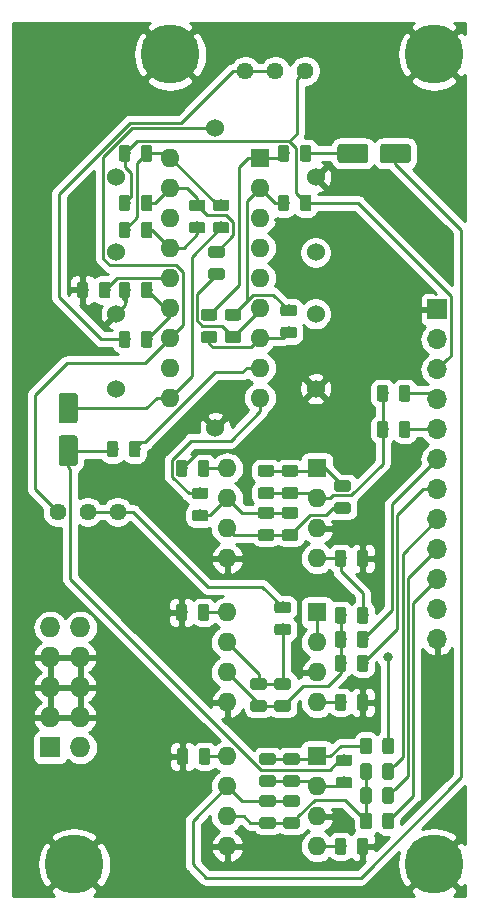
<source format=gbr>
G04 #@! TF.GenerationSoftware,KiCad,Pcbnew,(5.1.4-0-10_14)*
G04 #@! TF.CreationDate,2019-10-08T20:57:53-07:00*
G04 #@! TF.ProjectId,VCF_Main,5643465f-4d61-4696-9e2e-6b696361645f,rev?*
G04 #@! TF.SameCoordinates,Original*
G04 #@! TF.FileFunction,Copper,L1,Top*
G04 #@! TF.FilePolarity,Positive*
%FSLAX46Y46*%
G04 Gerber Fmt 4.6, Leading zero omitted, Abs format (unit mm)*
G04 Created by KiCad (PCBNEW (5.1.4-0-10_14)) date 2019-10-08 20:57:53*
%MOMM*%
%LPD*%
G04 APERTURE LIST*
%ADD10O,1.600000X1.600000*%
%ADD11R,1.600000X1.600000*%
%ADD12C,1.440000*%
%ADD13C,0.100000*%
%ADD14C,0.975000*%
%ADD15O,1.727200X1.727200*%
%ADD16R,1.727200X1.727200*%
%ADD17O,1.700000X1.700000*%
%ADD18R,1.700000X1.700000*%
%ADD19C,1.600000*%
%ADD20C,1.524000*%
%ADD21C,5.000000*%
%ADD22C,0.800000*%
%ADD23C,0.250000*%
%ADD24C,0.254000*%
G04 APERTURE END LIST*
D10*
X85344000Y-145796000D03*
X92964000Y-153416000D03*
X85344000Y-148336000D03*
X92964000Y-150876000D03*
X85344000Y-150876000D03*
X92964000Y-148336000D03*
X85344000Y-153416000D03*
D11*
X92964000Y-145796000D03*
D10*
X85344000Y-121412000D03*
X92964000Y-129032000D03*
X85344000Y-123952000D03*
X92964000Y-126492000D03*
X85344000Y-126492000D03*
X92964000Y-123952000D03*
X85344000Y-129032000D03*
D11*
X92964000Y-121412000D03*
D10*
X80518000Y-95123000D03*
X88138000Y-115443000D03*
X80518000Y-97663000D03*
X88138000Y-112903000D03*
X80518000Y-100203000D03*
X88138000Y-110363000D03*
X80518000Y-102743000D03*
X88138000Y-107823000D03*
X80518000Y-105283000D03*
X88138000Y-105283000D03*
X80518000Y-107823000D03*
X88138000Y-102743000D03*
X80518000Y-110363000D03*
X88138000Y-100203000D03*
X80518000Y-112903000D03*
X88138000Y-97663000D03*
X80518000Y-115443000D03*
D11*
X88138000Y-95123000D03*
D12*
X76073000Y-125095000D03*
X73533000Y-125095000D03*
X70993000Y-125095000D03*
X91948000Y-87757000D03*
X89408000Y-87757000D03*
X86868000Y-87757000D03*
D13*
G36*
X91285142Y-145515174D02*
G01*
X91308803Y-145518684D01*
X91332007Y-145524496D01*
X91354529Y-145532554D01*
X91376153Y-145542782D01*
X91396670Y-145555079D01*
X91415883Y-145569329D01*
X91433607Y-145585393D01*
X91449671Y-145603117D01*
X91463921Y-145622330D01*
X91476218Y-145642847D01*
X91486446Y-145664471D01*
X91494504Y-145686993D01*
X91500316Y-145710197D01*
X91503826Y-145733858D01*
X91505000Y-145757750D01*
X91505000Y-146245250D01*
X91503826Y-146269142D01*
X91500316Y-146292803D01*
X91494504Y-146316007D01*
X91486446Y-146338529D01*
X91476218Y-146360153D01*
X91463921Y-146380670D01*
X91449671Y-146399883D01*
X91433607Y-146417607D01*
X91415883Y-146433671D01*
X91396670Y-146447921D01*
X91376153Y-146460218D01*
X91354529Y-146470446D01*
X91332007Y-146478504D01*
X91308803Y-146484316D01*
X91285142Y-146487826D01*
X91261250Y-146489000D01*
X90348750Y-146489000D01*
X90324858Y-146487826D01*
X90301197Y-146484316D01*
X90277993Y-146478504D01*
X90255471Y-146470446D01*
X90233847Y-146460218D01*
X90213330Y-146447921D01*
X90194117Y-146433671D01*
X90176393Y-146417607D01*
X90160329Y-146399883D01*
X90146079Y-146380670D01*
X90133782Y-146360153D01*
X90123554Y-146338529D01*
X90115496Y-146316007D01*
X90109684Y-146292803D01*
X90106174Y-146269142D01*
X90105000Y-146245250D01*
X90105000Y-145757750D01*
X90106174Y-145733858D01*
X90109684Y-145710197D01*
X90115496Y-145686993D01*
X90123554Y-145664471D01*
X90133782Y-145642847D01*
X90146079Y-145622330D01*
X90160329Y-145603117D01*
X90176393Y-145585393D01*
X90194117Y-145569329D01*
X90213330Y-145555079D01*
X90233847Y-145542782D01*
X90255471Y-145532554D01*
X90277993Y-145524496D01*
X90301197Y-145518684D01*
X90324858Y-145515174D01*
X90348750Y-145514000D01*
X91261250Y-145514000D01*
X91285142Y-145515174D01*
X91285142Y-145515174D01*
G37*
D14*
X90805000Y-146001500D03*
D13*
G36*
X91285142Y-147390174D02*
G01*
X91308803Y-147393684D01*
X91332007Y-147399496D01*
X91354529Y-147407554D01*
X91376153Y-147417782D01*
X91396670Y-147430079D01*
X91415883Y-147444329D01*
X91433607Y-147460393D01*
X91449671Y-147478117D01*
X91463921Y-147497330D01*
X91476218Y-147517847D01*
X91486446Y-147539471D01*
X91494504Y-147561993D01*
X91500316Y-147585197D01*
X91503826Y-147608858D01*
X91505000Y-147632750D01*
X91505000Y-148120250D01*
X91503826Y-148144142D01*
X91500316Y-148167803D01*
X91494504Y-148191007D01*
X91486446Y-148213529D01*
X91476218Y-148235153D01*
X91463921Y-148255670D01*
X91449671Y-148274883D01*
X91433607Y-148292607D01*
X91415883Y-148308671D01*
X91396670Y-148322921D01*
X91376153Y-148335218D01*
X91354529Y-148345446D01*
X91332007Y-148353504D01*
X91308803Y-148359316D01*
X91285142Y-148362826D01*
X91261250Y-148364000D01*
X90348750Y-148364000D01*
X90324858Y-148362826D01*
X90301197Y-148359316D01*
X90277993Y-148353504D01*
X90255471Y-148345446D01*
X90233847Y-148335218D01*
X90213330Y-148322921D01*
X90194117Y-148308671D01*
X90176393Y-148292607D01*
X90160329Y-148274883D01*
X90146079Y-148255670D01*
X90133782Y-148235153D01*
X90123554Y-148213529D01*
X90115496Y-148191007D01*
X90109684Y-148167803D01*
X90106174Y-148144142D01*
X90105000Y-148120250D01*
X90105000Y-147632750D01*
X90106174Y-147608858D01*
X90109684Y-147585197D01*
X90115496Y-147561993D01*
X90123554Y-147539471D01*
X90133782Y-147517847D01*
X90146079Y-147497330D01*
X90160329Y-147478117D01*
X90176393Y-147460393D01*
X90194117Y-147444329D01*
X90213330Y-147430079D01*
X90233847Y-147417782D01*
X90255471Y-147407554D01*
X90277993Y-147399496D01*
X90301197Y-147393684D01*
X90324858Y-147390174D01*
X90348750Y-147389000D01*
X91261250Y-147389000D01*
X91285142Y-147390174D01*
X91285142Y-147390174D01*
G37*
D14*
X90805000Y-147876500D03*
D13*
G36*
X99249142Y-146367174D02*
G01*
X99272803Y-146370684D01*
X99296007Y-146376496D01*
X99318529Y-146384554D01*
X99340153Y-146394782D01*
X99360670Y-146407079D01*
X99379883Y-146421329D01*
X99397607Y-146437393D01*
X99413671Y-146455117D01*
X99427921Y-146474330D01*
X99440218Y-146494847D01*
X99450446Y-146516471D01*
X99458504Y-146538993D01*
X99464316Y-146562197D01*
X99467826Y-146585858D01*
X99469000Y-146609750D01*
X99469000Y-147522250D01*
X99467826Y-147546142D01*
X99464316Y-147569803D01*
X99458504Y-147593007D01*
X99450446Y-147615529D01*
X99440218Y-147637153D01*
X99427921Y-147657670D01*
X99413671Y-147676883D01*
X99397607Y-147694607D01*
X99379883Y-147710671D01*
X99360670Y-147724921D01*
X99340153Y-147737218D01*
X99318529Y-147747446D01*
X99296007Y-147755504D01*
X99272803Y-147761316D01*
X99249142Y-147764826D01*
X99225250Y-147766000D01*
X98737750Y-147766000D01*
X98713858Y-147764826D01*
X98690197Y-147761316D01*
X98666993Y-147755504D01*
X98644471Y-147747446D01*
X98622847Y-147737218D01*
X98602330Y-147724921D01*
X98583117Y-147710671D01*
X98565393Y-147694607D01*
X98549329Y-147676883D01*
X98535079Y-147657670D01*
X98522782Y-147637153D01*
X98512554Y-147615529D01*
X98504496Y-147593007D01*
X98498684Y-147569803D01*
X98495174Y-147546142D01*
X98494000Y-147522250D01*
X98494000Y-146609750D01*
X98495174Y-146585858D01*
X98498684Y-146562197D01*
X98504496Y-146538993D01*
X98512554Y-146516471D01*
X98522782Y-146494847D01*
X98535079Y-146474330D01*
X98549329Y-146455117D01*
X98565393Y-146437393D01*
X98583117Y-146421329D01*
X98602330Y-146407079D01*
X98622847Y-146394782D01*
X98644471Y-146384554D01*
X98666993Y-146376496D01*
X98690197Y-146370684D01*
X98713858Y-146367174D01*
X98737750Y-146366000D01*
X99225250Y-146366000D01*
X99249142Y-146367174D01*
X99249142Y-146367174D01*
G37*
D14*
X98981500Y-147066000D03*
D13*
G36*
X97374142Y-146367174D02*
G01*
X97397803Y-146370684D01*
X97421007Y-146376496D01*
X97443529Y-146384554D01*
X97465153Y-146394782D01*
X97485670Y-146407079D01*
X97504883Y-146421329D01*
X97522607Y-146437393D01*
X97538671Y-146455117D01*
X97552921Y-146474330D01*
X97565218Y-146494847D01*
X97575446Y-146516471D01*
X97583504Y-146538993D01*
X97589316Y-146562197D01*
X97592826Y-146585858D01*
X97594000Y-146609750D01*
X97594000Y-147522250D01*
X97592826Y-147546142D01*
X97589316Y-147569803D01*
X97583504Y-147593007D01*
X97575446Y-147615529D01*
X97565218Y-147637153D01*
X97552921Y-147657670D01*
X97538671Y-147676883D01*
X97522607Y-147694607D01*
X97504883Y-147710671D01*
X97485670Y-147724921D01*
X97465153Y-147737218D01*
X97443529Y-147747446D01*
X97421007Y-147755504D01*
X97397803Y-147761316D01*
X97374142Y-147764826D01*
X97350250Y-147766000D01*
X96862750Y-147766000D01*
X96838858Y-147764826D01*
X96815197Y-147761316D01*
X96791993Y-147755504D01*
X96769471Y-147747446D01*
X96747847Y-147737218D01*
X96727330Y-147724921D01*
X96708117Y-147710671D01*
X96690393Y-147694607D01*
X96674329Y-147676883D01*
X96660079Y-147657670D01*
X96647782Y-147637153D01*
X96637554Y-147615529D01*
X96629496Y-147593007D01*
X96623684Y-147569803D01*
X96620174Y-147546142D01*
X96619000Y-147522250D01*
X96619000Y-146609750D01*
X96620174Y-146585858D01*
X96623684Y-146562197D01*
X96629496Y-146538993D01*
X96637554Y-146516471D01*
X96647782Y-146494847D01*
X96660079Y-146474330D01*
X96674329Y-146455117D01*
X96690393Y-146437393D01*
X96708117Y-146421329D01*
X96727330Y-146407079D01*
X96747847Y-146394782D01*
X96769471Y-146384554D01*
X96791993Y-146376496D01*
X96815197Y-146370684D01*
X96838858Y-146367174D01*
X96862750Y-146366000D01*
X97350250Y-146366000D01*
X97374142Y-146367174D01*
X97374142Y-146367174D01*
G37*
D14*
X97106500Y-147066000D03*
D13*
G36*
X99249142Y-148399174D02*
G01*
X99272803Y-148402684D01*
X99296007Y-148408496D01*
X99318529Y-148416554D01*
X99340153Y-148426782D01*
X99360670Y-148439079D01*
X99379883Y-148453329D01*
X99397607Y-148469393D01*
X99413671Y-148487117D01*
X99427921Y-148506330D01*
X99440218Y-148526847D01*
X99450446Y-148548471D01*
X99458504Y-148570993D01*
X99464316Y-148594197D01*
X99467826Y-148617858D01*
X99469000Y-148641750D01*
X99469000Y-149554250D01*
X99467826Y-149578142D01*
X99464316Y-149601803D01*
X99458504Y-149625007D01*
X99450446Y-149647529D01*
X99440218Y-149669153D01*
X99427921Y-149689670D01*
X99413671Y-149708883D01*
X99397607Y-149726607D01*
X99379883Y-149742671D01*
X99360670Y-149756921D01*
X99340153Y-149769218D01*
X99318529Y-149779446D01*
X99296007Y-149787504D01*
X99272803Y-149793316D01*
X99249142Y-149796826D01*
X99225250Y-149798000D01*
X98737750Y-149798000D01*
X98713858Y-149796826D01*
X98690197Y-149793316D01*
X98666993Y-149787504D01*
X98644471Y-149779446D01*
X98622847Y-149769218D01*
X98602330Y-149756921D01*
X98583117Y-149742671D01*
X98565393Y-149726607D01*
X98549329Y-149708883D01*
X98535079Y-149689670D01*
X98522782Y-149669153D01*
X98512554Y-149647529D01*
X98504496Y-149625007D01*
X98498684Y-149601803D01*
X98495174Y-149578142D01*
X98494000Y-149554250D01*
X98494000Y-148641750D01*
X98495174Y-148617858D01*
X98498684Y-148594197D01*
X98504496Y-148570993D01*
X98512554Y-148548471D01*
X98522782Y-148526847D01*
X98535079Y-148506330D01*
X98549329Y-148487117D01*
X98565393Y-148469393D01*
X98583117Y-148453329D01*
X98602330Y-148439079D01*
X98622847Y-148426782D01*
X98644471Y-148416554D01*
X98666993Y-148408496D01*
X98690197Y-148402684D01*
X98713858Y-148399174D01*
X98737750Y-148398000D01*
X99225250Y-148398000D01*
X99249142Y-148399174D01*
X99249142Y-148399174D01*
G37*
D14*
X98981500Y-149098000D03*
D13*
G36*
X97374142Y-148399174D02*
G01*
X97397803Y-148402684D01*
X97421007Y-148408496D01*
X97443529Y-148416554D01*
X97465153Y-148426782D01*
X97485670Y-148439079D01*
X97504883Y-148453329D01*
X97522607Y-148469393D01*
X97538671Y-148487117D01*
X97552921Y-148506330D01*
X97565218Y-148526847D01*
X97575446Y-148548471D01*
X97583504Y-148570993D01*
X97589316Y-148594197D01*
X97592826Y-148617858D01*
X97594000Y-148641750D01*
X97594000Y-149554250D01*
X97592826Y-149578142D01*
X97589316Y-149601803D01*
X97583504Y-149625007D01*
X97575446Y-149647529D01*
X97565218Y-149669153D01*
X97552921Y-149689670D01*
X97538671Y-149708883D01*
X97522607Y-149726607D01*
X97504883Y-149742671D01*
X97485670Y-149756921D01*
X97465153Y-149769218D01*
X97443529Y-149779446D01*
X97421007Y-149787504D01*
X97397803Y-149793316D01*
X97374142Y-149796826D01*
X97350250Y-149798000D01*
X96862750Y-149798000D01*
X96838858Y-149796826D01*
X96815197Y-149793316D01*
X96791993Y-149787504D01*
X96769471Y-149779446D01*
X96747847Y-149769218D01*
X96727330Y-149756921D01*
X96708117Y-149742671D01*
X96690393Y-149726607D01*
X96674329Y-149708883D01*
X96660079Y-149689670D01*
X96647782Y-149669153D01*
X96637554Y-149647529D01*
X96629496Y-149625007D01*
X96623684Y-149601803D01*
X96620174Y-149578142D01*
X96619000Y-149554250D01*
X96619000Y-148641750D01*
X96620174Y-148617858D01*
X96623684Y-148594197D01*
X96629496Y-148570993D01*
X96637554Y-148548471D01*
X96647782Y-148526847D01*
X96660079Y-148506330D01*
X96674329Y-148487117D01*
X96690393Y-148469393D01*
X96708117Y-148453329D01*
X96727330Y-148439079D01*
X96747847Y-148426782D01*
X96769471Y-148416554D01*
X96791993Y-148408496D01*
X96815197Y-148402684D01*
X96838858Y-148399174D01*
X96862750Y-148398000D01*
X97350250Y-148398000D01*
X97374142Y-148399174D01*
X97374142Y-148399174D01*
G37*
D14*
X97106500Y-149098000D03*
D13*
G36*
X99249142Y-150558174D02*
G01*
X99272803Y-150561684D01*
X99296007Y-150567496D01*
X99318529Y-150575554D01*
X99340153Y-150585782D01*
X99360670Y-150598079D01*
X99379883Y-150612329D01*
X99397607Y-150628393D01*
X99413671Y-150646117D01*
X99427921Y-150665330D01*
X99440218Y-150685847D01*
X99450446Y-150707471D01*
X99458504Y-150729993D01*
X99464316Y-150753197D01*
X99467826Y-150776858D01*
X99469000Y-150800750D01*
X99469000Y-151713250D01*
X99467826Y-151737142D01*
X99464316Y-151760803D01*
X99458504Y-151784007D01*
X99450446Y-151806529D01*
X99440218Y-151828153D01*
X99427921Y-151848670D01*
X99413671Y-151867883D01*
X99397607Y-151885607D01*
X99379883Y-151901671D01*
X99360670Y-151915921D01*
X99340153Y-151928218D01*
X99318529Y-151938446D01*
X99296007Y-151946504D01*
X99272803Y-151952316D01*
X99249142Y-151955826D01*
X99225250Y-151957000D01*
X98737750Y-151957000D01*
X98713858Y-151955826D01*
X98690197Y-151952316D01*
X98666993Y-151946504D01*
X98644471Y-151938446D01*
X98622847Y-151928218D01*
X98602330Y-151915921D01*
X98583117Y-151901671D01*
X98565393Y-151885607D01*
X98549329Y-151867883D01*
X98535079Y-151848670D01*
X98522782Y-151828153D01*
X98512554Y-151806529D01*
X98504496Y-151784007D01*
X98498684Y-151760803D01*
X98495174Y-151737142D01*
X98494000Y-151713250D01*
X98494000Y-150800750D01*
X98495174Y-150776858D01*
X98498684Y-150753197D01*
X98504496Y-150729993D01*
X98512554Y-150707471D01*
X98522782Y-150685847D01*
X98535079Y-150665330D01*
X98549329Y-150646117D01*
X98565393Y-150628393D01*
X98583117Y-150612329D01*
X98602330Y-150598079D01*
X98622847Y-150585782D01*
X98644471Y-150575554D01*
X98666993Y-150567496D01*
X98690197Y-150561684D01*
X98713858Y-150558174D01*
X98737750Y-150557000D01*
X99225250Y-150557000D01*
X99249142Y-150558174D01*
X99249142Y-150558174D01*
G37*
D14*
X98981500Y-151257000D03*
D13*
G36*
X97374142Y-150558174D02*
G01*
X97397803Y-150561684D01*
X97421007Y-150567496D01*
X97443529Y-150575554D01*
X97465153Y-150585782D01*
X97485670Y-150598079D01*
X97504883Y-150612329D01*
X97522607Y-150628393D01*
X97538671Y-150646117D01*
X97552921Y-150665330D01*
X97565218Y-150685847D01*
X97575446Y-150707471D01*
X97583504Y-150729993D01*
X97589316Y-150753197D01*
X97592826Y-150776858D01*
X97594000Y-150800750D01*
X97594000Y-151713250D01*
X97592826Y-151737142D01*
X97589316Y-151760803D01*
X97583504Y-151784007D01*
X97575446Y-151806529D01*
X97565218Y-151828153D01*
X97552921Y-151848670D01*
X97538671Y-151867883D01*
X97522607Y-151885607D01*
X97504883Y-151901671D01*
X97485670Y-151915921D01*
X97465153Y-151928218D01*
X97443529Y-151938446D01*
X97421007Y-151946504D01*
X97397803Y-151952316D01*
X97374142Y-151955826D01*
X97350250Y-151957000D01*
X96862750Y-151957000D01*
X96838858Y-151955826D01*
X96815197Y-151952316D01*
X96791993Y-151946504D01*
X96769471Y-151938446D01*
X96747847Y-151928218D01*
X96727330Y-151915921D01*
X96708117Y-151901671D01*
X96690393Y-151885607D01*
X96674329Y-151867883D01*
X96660079Y-151848670D01*
X96647782Y-151828153D01*
X96637554Y-151806529D01*
X96629496Y-151784007D01*
X96623684Y-151760803D01*
X96620174Y-151737142D01*
X96619000Y-151713250D01*
X96619000Y-150800750D01*
X96620174Y-150776858D01*
X96623684Y-150753197D01*
X96629496Y-150729993D01*
X96637554Y-150707471D01*
X96647782Y-150685847D01*
X96660079Y-150665330D01*
X96674329Y-150646117D01*
X96690393Y-150628393D01*
X96708117Y-150612329D01*
X96727330Y-150598079D01*
X96747847Y-150585782D01*
X96769471Y-150575554D01*
X96791993Y-150567496D01*
X96815197Y-150561684D01*
X96838858Y-150558174D01*
X96862750Y-150557000D01*
X97350250Y-150557000D01*
X97374142Y-150558174D01*
X97374142Y-150558174D01*
G37*
D14*
X97106500Y-151257000D03*
D13*
G36*
X89253142Y-150946174D02*
G01*
X89276803Y-150949684D01*
X89300007Y-150955496D01*
X89322529Y-150963554D01*
X89344153Y-150973782D01*
X89364670Y-150986079D01*
X89383883Y-151000329D01*
X89401607Y-151016393D01*
X89417671Y-151034117D01*
X89431921Y-151053330D01*
X89444218Y-151073847D01*
X89454446Y-151095471D01*
X89462504Y-151117993D01*
X89468316Y-151141197D01*
X89471826Y-151164858D01*
X89473000Y-151188750D01*
X89473000Y-151676250D01*
X89471826Y-151700142D01*
X89468316Y-151723803D01*
X89462504Y-151747007D01*
X89454446Y-151769529D01*
X89444218Y-151791153D01*
X89431921Y-151811670D01*
X89417671Y-151830883D01*
X89401607Y-151848607D01*
X89383883Y-151864671D01*
X89364670Y-151878921D01*
X89344153Y-151891218D01*
X89322529Y-151901446D01*
X89300007Y-151909504D01*
X89276803Y-151915316D01*
X89253142Y-151918826D01*
X89229250Y-151920000D01*
X88316750Y-151920000D01*
X88292858Y-151918826D01*
X88269197Y-151915316D01*
X88245993Y-151909504D01*
X88223471Y-151901446D01*
X88201847Y-151891218D01*
X88181330Y-151878921D01*
X88162117Y-151864671D01*
X88144393Y-151848607D01*
X88128329Y-151830883D01*
X88114079Y-151811670D01*
X88101782Y-151791153D01*
X88091554Y-151769529D01*
X88083496Y-151747007D01*
X88077684Y-151723803D01*
X88074174Y-151700142D01*
X88073000Y-151676250D01*
X88073000Y-151188750D01*
X88074174Y-151164858D01*
X88077684Y-151141197D01*
X88083496Y-151117993D01*
X88091554Y-151095471D01*
X88101782Y-151073847D01*
X88114079Y-151053330D01*
X88128329Y-151034117D01*
X88144393Y-151016393D01*
X88162117Y-151000329D01*
X88181330Y-150986079D01*
X88201847Y-150973782D01*
X88223471Y-150963554D01*
X88245993Y-150955496D01*
X88269197Y-150949684D01*
X88292858Y-150946174D01*
X88316750Y-150945000D01*
X89229250Y-150945000D01*
X89253142Y-150946174D01*
X89253142Y-150946174D01*
G37*
D14*
X88773000Y-151432500D03*
D13*
G36*
X89253142Y-149071174D02*
G01*
X89276803Y-149074684D01*
X89300007Y-149080496D01*
X89322529Y-149088554D01*
X89344153Y-149098782D01*
X89364670Y-149111079D01*
X89383883Y-149125329D01*
X89401607Y-149141393D01*
X89417671Y-149159117D01*
X89431921Y-149178330D01*
X89444218Y-149198847D01*
X89454446Y-149220471D01*
X89462504Y-149242993D01*
X89468316Y-149266197D01*
X89471826Y-149289858D01*
X89473000Y-149313750D01*
X89473000Y-149801250D01*
X89471826Y-149825142D01*
X89468316Y-149848803D01*
X89462504Y-149872007D01*
X89454446Y-149894529D01*
X89444218Y-149916153D01*
X89431921Y-149936670D01*
X89417671Y-149955883D01*
X89401607Y-149973607D01*
X89383883Y-149989671D01*
X89364670Y-150003921D01*
X89344153Y-150016218D01*
X89322529Y-150026446D01*
X89300007Y-150034504D01*
X89276803Y-150040316D01*
X89253142Y-150043826D01*
X89229250Y-150045000D01*
X88316750Y-150045000D01*
X88292858Y-150043826D01*
X88269197Y-150040316D01*
X88245993Y-150034504D01*
X88223471Y-150026446D01*
X88201847Y-150016218D01*
X88181330Y-150003921D01*
X88162117Y-149989671D01*
X88144393Y-149973607D01*
X88128329Y-149955883D01*
X88114079Y-149936670D01*
X88101782Y-149916153D01*
X88091554Y-149894529D01*
X88083496Y-149872007D01*
X88077684Y-149848803D01*
X88074174Y-149825142D01*
X88073000Y-149801250D01*
X88073000Y-149313750D01*
X88074174Y-149289858D01*
X88077684Y-149266197D01*
X88083496Y-149242993D01*
X88091554Y-149220471D01*
X88101782Y-149198847D01*
X88114079Y-149178330D01*
X88128329Y-149159117D01*
X88144393Y-149141393D01*
X88162117Y-149125329D01*
X88181330Y-149111079D01*
X88201847Y-149098782D01*
X88223471Y-149088554D01*
X88245993Y-149080496D01*
X88269197Y-149074684D01*
X88292858Y-149071174D01*
X88316750Y-149070000D01*
X89229250Y-149070000D01*
X89253142Y-149071174D01*
X89253142Y-149071174D01*
G37*
D14*
X88773000Y-149557500D03*
D13*
G36*
X92264142Y-94043174D02*
G01*
X92287803Y-94046684D01*
X92311007Y-94052496D01*
X92333529Y-94060554D01*
X92355153Y-94070782D01*
X92375670Y-94083079D01*
X92394883Y-94097329D01*
X92412607Y-94113393D01*
X92428671Y-94131117D01*
X92442921Y-94150330D01*
X92455218Y-94170847D01*
X92465446Y-94192471D01*
X92473504Y-94214993D01*
X92479316Y-94238197D01*
X92482826Y-94261858D01*
X92484000Y-94285750D01*
X92484000Y-95198250D01*
X92482826Y-95222142D01*
X92479316Y-95245803D01*
X92473504Y-95269007D01*
X92465446Y-95291529D01*
X92455218Y-95313153D01*
X92442921Y-95333670D01*
X92428671Y-95352883D01*
X92412607Y-95370607D01*
X92394883Y-95386671D01*
X92375670Y-95400921D01*
X92355153Y-95413218D01*
X92333529Y-95423446D01*
X92311007Y-95431504D01*
X92287803Y-95437316D01*
X92264142Y-95440826D01*
X92240250Y-95442000D01*
X91752750Y-95442000D01*
X91728858Y-95440826D01*
X91705197Y-95437316D01*
X91681993Y-95431504D01*
X91659471Y-95423446D01*
X91637847Y-95413218D01*
X91617330Y-95400921D01*
X91598117Y-95386671D01*
X91580393Y-95370607D01*
X91564329Y-95352883D01*
X91550079Y-95333670D01*
X91537782Y-95313153D01*
X91527554Y-95291529D01*
X91519496Y-95269007D01*
X91513684Y-95245803D01*
X91510174Y-95222142D01*
X91509000Y-95198250D01*
X91509000Y-94285750D01*
X91510174Y-94261858D01*
X91513684Y-94238197D01*
X91519496Y-94214993D01*
X91527554Y-94192471D01*
X91537782Y-94170847D01*
X91550079Y-94150330D01*
X91564329Y-94131117D01*
X91580393Y-94113393D01*
X91598117Y-94097329D01*
X91617330Y-94083079D01*
X91637847Y-94070782D01*
X91659471Y-94060554D01*
X91681993Y-94052496D01*
X91705197Y-94046684D01*
X91728858Y-94043174D01*
X91752750Y-94042000D01*
X92240250Y-94042000D01*
X92264142Y-94043174D01*
X92264142Y-94043174D01*
G37*
D14*
X91996500Y-94742000D03*
D13*
G36*
X90389142Y-94043174D02*
G01*
X90412803Y-94046684D01*
X90436007Y-94052496D01*
X90458529Y-94060554D01*
X90480153Y-94070782D01*
X90500670Y-94083079D01*
X90519883Y-94097329D01*
X90537607Y-94113393D01*
X90553671Y-94131117D01*
X90567921Y-94150330D01*
X90580218Y-94170847D01*
X90590446Y-94192471D01*
X90598504Y-94214993D01*
X90604316Y-94238197D01*
X90607826Y-94261858D01*
X90609000Y-94285750D01*
X90609000Y-95198250D01*
X90607826Y-95222142D01*
X90604316Y-95245803D01*
X90598504Y-95269007D01*
X90590446Y-95291529D01*
X90580218Y-95313153D01*
X90567921Y-95333670D01*
X90553671Y-95352883D01*
X90537607Y-95370607D01*
X90519883Y-95386671D01*
X90500670Y-95400921D01*
X90480153Y-95413218D01*
X90458529Y-95423446D01*
X90436007Y-95431504D01*
X90412803Y-95437316D01*
X90389142Y-95440826D01*
X90365250Y-95442000D01*
X89877750Y-95442000D01*
X89853858Y-95440826D01*
X89830197Y-95437316D01*
X89806993Y-95431504D01*
X89784471Y-95423446D01*
X89762847Y-95413218D01*
X89742330Y-95400921D01*
X89723117Y-95386671D01*
X89705393Y-95370607D01*
X89689329Y-95352883D01*
X89675079Y-95333670D01*
X89662782Y-95313153D01*
X89652554Y-95291529D01*
X89644496Y-95269007D01*
X89638684Y-95245803D01*
X89635174Y-95222142D01*
X89634000Y-95198250D01*
X89634000Y-94285750D01*
X89635174Y-94261858D01*
X89638684Y-94238197D01*
X89644496Y-94214993D01*
X89652554Y-94192471D01*
X89662782Y-94170847D01*
X89675079Y-94150330D01*
X89689329Y-94131117D01*
X89705393Y-94113393D01*
X89723117Y-94097329D01*
X89742330Y-94083079D01*
X89762847Y-94070782D01*
X89784471Y-94060554D01*
X89806993Y-94052496D01*
X89830197Y-94046684D01*
X89853858Y-94043174D01*
X89877750Y-94042000D01*
X90365250Y-94042000D01*
X90389142Y-94043174D01*
X90389142Y-94043174D01*
G37*
D14*
X90121500Y-94742000D03*
D13*
G36*
X84300142Y-107923174D02*
G01*
X84323803Y-107926684D01*
X84347007Y-107932496D01*
X84369529Y-107940554D01*
X84391153Y-107950782D01*
X84411670Y-107963079D01*
X84430883Y-107977329D01*
X84448607Y-107993393D01*
X84464671Y-108011117D01*
X84478921Y-108030330D01*
X84491218Y-108050847D01*
X84501446Y-108072471D01*
X84509504Y-108094993D01*
X84515316Y-108118197D01*
X84518826Y-108141858D01*
X84520000Y-108165750D01*
X84520000Y-108653250D01*
X84518826Y-108677142D01*
X84515316Y-108700803D01*
X84509504Y-108724007D01*
X84501446Y-108746529D01*
X84491218Y-108768153D01*
X84478921Y-108788670D01*
X84464671Y-108807883D01*
X84448607Y-108825607D01*
X84430883Y-108841671D01*
X84411670Y-108855921D01*
X84391153Y-108868218D01*
X84369529Y-108878446D01*
X84347007Y-108886504D01*
X84323803Y-108892316D01*
X84300142Y-108895826D01*
X84276250Y-108897000D01*
X83363750Y-108897000D01*
X83339858Y-108895826D01*
X83316197Y-108892316D01*
X83292993Y-108886504D01*
X83270471Y-108878446D01*
X83248847Y-108868218D01*
X83228330Y-108855921D01*
X83209117Y-108841671D01*
X83191393Y-108825607D01*
X83175329Y-108807883D01*
X83161079Y-108788670D01*
X83148782Y-108768153D01*
X83138554Y-108746529D01*
X83130496Y-108724007D01*
X83124684Y-108700803D01*
X83121174Y-108677142D01*
X83120000Y-108653250D01*
X83120000Y-108165750D01*
X83121174Y-108141858D01*
X83124684Y-108118197D01*
X83130496Y-108094993D01*
X83138554Y-108072471D01*
X83148782Y-108050847D01*
X83161079Y-108030330D01*
X83175329Y-108011117D01*
X83191393Y-107993393D01*
X83209117Y-107977329D01*
X83228330Y-107963079D01*
X83248847Y-107950782D01*
X83270471Y-107940554D01*
X83292993Y-107932496D01*
X83316197Y-107926684D01*
X83339858Y-107923174D01*
X83363750Y-107922000D01*
X84276250Y-107922000D01*
X84300142Y-107923174D01*
X84300142Y-107923174D01*
G37*
D14*
X83820000Y-108409500D03*
D13*
G36*
X84300142Y-109798174D02*
G01*
X84323803Y-109801684D01*
X84347007Y-109807496D01*
X84369529Y-109815554D01*
X84391153Y-109825782D01*
X84411670Y-109838079D01*
X84430883Y-109852329D01*
X84448607Y-109868393D01*
X84464671Y-109886117D01*
X84478921Y-109905330D01*
X84491218Y-109925847D01*
X84501446Y-109947471D01*
X84509504Y-109969993D01*
X84515316Y-109993197D01*
X84518826Y-110016858D01*
X84520000Y-110040750D01*
X84520000Y-110528250D01*
X84518826Y-110552142D01*
X84515316Y-110575803D01*
X84509504Y-110599007D01*
X84501446Y-110621529D01*
X84491218Y-110643153D01*
X84478921Y-110663670D01*
X84464671Y-110682883D01*
X84448607Y-110700607D01*
X84430883Y-110716671D01*
X84411670Y-110730921D01*
X84391153Y-110743218D01*
X84369529Y-110753446D01*
X84347007Y-110761504D01*
X84323803Y-110767316D01*
X84300142Y-110770826D01*
X84276250Y-110772000D01*
X83363750Y-110772000D01*
X83339858Y-110770826D01*
X83316197Y-110767316D01*
X83292993Y-110761504D01*
X83270471Y-110753446D01*
X83248847Y-110743218D01*
X83228330Y-110730921D01*
X83209117Y-110716671D01*
X83191393Y-110700607D01*
X83175329Y-110682883D01*
X83161079Y-110663670D01*
X83148782Y-110643153D01*
X83138554Y-110621529D01*
X83130496Y-110599007D01*
X83124684Y-110575803D01*
X83121174Y-110552142D01*
X83120000Y-110528250D01*
X83120000Y-110040750D01*
X83121174Y-110016858D01*
X83124684Y-109993197D01*
X83130496Y-109969993D01*
X83138554Y-109947471D01*
X83148782Y-109925847D01*
X83161079Y-109905330D01*
X83175329Y-109886117D01*
X83191393Y-109868393D01*
X83209117Y-109852329D01*
X83228330Y-109838079D01*
X83248847Y-109825782D01*
X83270471Y-109815554D01*
X83292993Y-109807496D01*
X83316197Y-109801684D01*
X83339858Y-109798174D01*
X83363750Y-109797000D01*
X84276250Y-109797000D01*
X84300142Y-109798174D01*
X84300142Y-109798174D01*
G37*
D14*
X83820000Y-110284500D03*
D13*
G36*
X91031142Y-109417174D02*
G01*
X91054803Y-109420684D01*
X91078007Y-109426496D01*
X91100529Y-109434554D01*
X91122153Y-109444782D01*
X91142670Y-109457079D01*
X91161883Y-109471329D01*
X91179607Y-109487393D01*
X91195671Y-109505117D01*
X91209921Y-109524330D01*
X91222218Y-109544847D01*
X91232446Y-109566471D01*
X91240504Y-109588993D01*
X91246316Y-109612197D01*
X91249826Y-109635858D01*
X91251000Y-109659750D01*
X91251000Y-110147250D01*
X91249826Y-110171142D01*
X91246316Y-110194803D01*
X91240504Y-110218007D01*
X91232446Y-110240529D01*
X91222218Y-110262153D01*
X91209921Y-110282670D01*
X91195671Y-110301883D01*
X91179607Y-110319607D01*
X91161883Y-110335671D01*
X91142670Y-110349921D01*
X91122153Y-110362218D01*
X91100529Y-110372446D01*
X91078007Y-110380504D01*
X91054803Y-110386316D01*
X91031142Y-110389826D01*
X91007250Y-110391000D01*
X90094750Y-110391000D01*
X90070858Y-110389826D01*
X90047197Y-110386316D01*
X90023993Y-110380504D01*
X90001471Y-110372446D01*
X89979847Y-110362218D01*
X89959330Y-110349921D01*
X89940117Y-110335671D01*
X89922393Y-110319607D01*
X89906329Y-110301883D01*
X89892079Y-110282670D01*
X89879782Y-110262153D01*
X89869554Y-110240529D01*
X89861496Y-110218007D01*
X89855684Y-110194803D01*
X89852174Y-110171142D01*
X89851000Y-110147250D01*
X89851000Y-109659750D01*
X89852174Y-109635858D01*
X89855684Y-109612197D01*
X89861496Y-109588993D01*
X89869554Y-109566471D01*
X89879782Y-109544847D01*
X89892079Y-109524330D01*
X89906329Y-109505117D01*
X89922393Y-109487393D01*
X89940117Y-109471329D01*
X89959330Y-109457079D01*
X89979847Y-109444782D01*
X90001471Y-109434554D01*
X90023993Y-109426496D01*
X90047197Y-109420684D01*
X90070858Y-109417174D01*
X90094750Y-109416000D01*
X91007250Y-109416000D01*
X91031142Y-109417174D01*
X91031142Y-109417174D01*
G37*
D14*
X90551000Y-109903500D03*
D13*
G36*
X91031142Y-107542174D02*
G01*
X91054803Y-107545684D01*
X91078007Y-107551496D01*
X91100529Y-107559554D01*
X91122153Y-107569782D01*
X91142670Y-107582079D01*
X91161883Y-107596329D01*
X91179607Y-107612393D01*
X91195671Y-107630117D01*
X91209921Y-107649330D01*
X91222218Y-107669847D01*
X91232446Y-107691471D01*
X91240504Y-107713993D01*
X91246316Y-107737197D01*
X91249826Y-107760858D01*
X91251000Y-107784750D01*
X91251000Y-108272250D01*
X91249826Y-108296142D01*
X91246316Y-108319803D01*
X91240504Y-108343007D01*
X91232446Y-108365529D01*
X91222218Y-108387153D01*
X91209921Y-108407670D01*
X91195671Y-108426883D01*
X91179607Y-108444607D01*
X91161883Y-108460671D01*
X91142670Y-108474921D01*
X91122153Y-108487218D01*
X91100529Y-108497446D01*
X91078007Y-108505504D01*
X91054803Y-108511316D01*
X91031142Y-108514826D01*
X91007250Y-108516000D01*
X90094750Y-108516000D01*
X90070858Y-108514826D01*
X90047197Y-108511316D01*
X90023993Y-108505504D01*
X90001471Y-108497446D01*
X89979847Y-108487218D01*
X89959330Y-108474921D01*
X89940117Y-108460671D01*
X89922393Y-108444607D01*
X89906329Y-108426883D01*
X89892079Y-108407670D01*
X89879782Y-108387153D01*
X89869554Y-108365529D01*
X89861496Y-108343007D01*
X89855684Y-108319803D01*
X89852174Y-108296142D01*
X89851000Y-108272250D01*
X89851000Y-107784750D01*
X89852174Y-107760858D01*
X89855684Y-107737197D01*
X89861496Y-107713993D01*
X89869554Y-107691471D01*
X89879782Y-107669847D01*
X89892079Y-107649330D01*
X89906329Y-107630117D01*
X89922393Y-107612393D01*
X89940117Y-107596329D01*
X89959330Y-107582079D01*
X89979847Y-107569782D01*
X90001471Y-107559554D01*
X90023993Y-107551496D01*
X90047197Y-107545684D01*
X90070858Y-107542174D01*
X90094750Y-107541000D01*
X91007250Y-107541000D01*
X91031142Y-107542174D01*
X91031142Y-107542174D01*
G37*
D14*
X90551000Y-108028500D03*
D13*
G36*
X90389142Y-98234174D02*
G01*
X90412803Y-98237684D01*
X90436007Y-98243496D01*
X90458529Y-98251554D01*
X90480153Y-98261782D01*
X90500670Y-98274079D01*
X90519883Y-98288329D01*
X90537607Y-98304393D01*
X90553671Y-98322117D01*
X90567921Y-98341330D01*
X90580218Y-98361847D01*
X90590446Y-98383471D01*
X90598504Y-98405993D01*
X90604316Y-98429197D01*
X90607826Y-98452858D01*
X90609000Y-98476750D01*
X90609000Y-99389250D01*
X90607826Y-99413142D01*
X90604316Y-99436803D01*
X90598504Y-99460007D01*
X90590446Y-99482529D01*
X90580218Y-99504153D01*
X90567921Y-99524670D01*
X90553671Y-99543883D01*
X90537607Y-99561607D01*
X90519883Y-99577671D01*
X90500670Y-99591921D01*
X90480153Y-99604218D01*
X90458529Y-99614446D01*
X90436007Y-99622504D01*
X90412803Y-99628316D01*
X90389142Y-99631826D01*
X90365250Y-99633000D01*
X89877750Y-99633000D01*
X89853858Y-99631826D01*
X89830197Y-99628316D01*
X89806993Y-99622504D01*
X89784471Y-99614446D01*
X89762847Y-99604218D01*
X89742330Y-99591921D01*
X89723117Y-99577671D01*
X89705393Y-99561607D01*
X89689329Y-99543883D01*
X89675079Y-99524670D01*
X89662782Y-99504153D01*
X89652554Y-99482529D01*
X89644496Y-99460007D01*
X89638684Y-99436803D01*
X89635174Y-99413142D01*
X89634000Y-99389250D01*
X89634000Y-98476750D01*
X89635174Y-98452858D01*
X89638684Y-98429197D01*
X89644496Y-98405993D01*
X89652554Y-98383471D01*
X89662782Y-98361847D01*
X89675079Y-98341330D01*
X89689329Y-98322117D01*
X89705393Y-98304393D01*
X89723117Y-98288329D01*
X89742330Y-98274079D01*
X89762847Y-98261782D01*
X89784471Y-98251554D01*
X89806993Y-98243496D01*
X89830197Y-98237684D01*
X89853858Y-98234174D01*
X89877750Y-98233000D01*
X90365250Y-98233000D01*
X90389142Y-98234174D01*
X90389142Y-98234174D01*
G37*
D14*
X90121500Y-98933000D03*
D13*
G36*
X92264142Y-98234174D02*
G01*
X92287803Y-98237684D01*
X92311007Y-98243496D01*
X92333529Y-98251554D01*
X92355153Y-98261782D01*
X92375670Y-98274079D01*
X92394883Y-98288329D01*
X92412607Y-98304393D01*
X92428671Y-98322117D01*
X92442921Y-98341330D01*
X92455218Y-98361847D01*
X92465446Y-98383471D01*
X92473504Y-98405993D01*
X92479316Y-98429197D01*
X92482826Y-98452858D01*
X92484000Y-98476750D01*
X92484000Y-99389250D01*
X92482826Y-99413142D01*
X92479316Y-99436803D01*
X92473504Y-99460007D01*
X92465446Y-99482529D01*
X92455218Y-99504153D01*
X92442921Y-99524670D01*
X92428671Y-99543883D01*
X92412607Y-99561607D01*
X92394883Y-99577671D01*
X92375670Y-99591921D01*
X92355153Y-99604218D01*
X92333529Y-99614446D01*
X92311007Y-99622504D01*
X92287803Y-99628316D01*
X92264142Y-99631826D01*
X92240250Y-99633000D01*
X91752750Y-99633000D01*
X91728858Y-99631826D01*
X91705197Y-99628316D01*
X91681993Y-99622504D01*
X91659471Y-99614446D01*
X91637847Y-99604218D01*
X91617330Y-99591921D01*
X91598117Y-99577671D01*
X91580393Y-99561607D01*
X91564329Y-99543883D01*
X91550079Y-99524670D01*
X91537782Y-99504153D01*
X91527554Y-99482529D01*
X91519496Y-99460007D01*
X91513684Y-99436803D01*
X91510174Y-99413142D01*
X91509000Y-99389250D01*
X91509000Y-98476750D01*
X91510174Y-98452858D01*
X91513684Y-98429197D01*
X91519496Y-98405993D01*
X91527554Y-98383471D01*
X91537782Y-98361847D01*
X91550079Y-98341330D01*
X91564329Y-98322117D01*
X91580393Y-98304393D01*
X91598117Y-98288329D01*
X91617330Y-98274079D01*
X91637847Y-98261782D01*
X91659471Y-98251554D01*
X91681993Y-98243496D01*
X91705197Y-98237684D01*
X91728858Y-98234174D01*
X91752750Y-98233000D01*
X92240250Y-98233000D01*
X92264142Y-98234174D01*
X92264142Y-98234174D01*
G37*
D14*
X91996500Y-98933000D03*
D13*
G36*
X86332142Y-107923174D02*
G01*
X86355803Y-107926684D01*
X86379007Y-107932496D01*
X86401529Y-107940554D01*
X86423153Y-107950782D01*
X86443670Y-107963079D01*
X86462883Y-107977329D01*
X86480607Y-107993393D01*
X86496671Y-108011117D01*
X86510921Y-108030330D01*
X86523218Y-108050847D01*
X86533446Y-108072471D01*
X86541504Y-108094993D01*
X86547316Y-108118197D01*
X86550826Y-108141858D01*
X86552000Y-108165750D01*
X86552000Y-108653250D01*
X86550826Y-108677142D01*
X86547316Y-108700803D01*
X86541504Y-108724007D01*
X86533446Y-108746529D01*
X86523218Y-108768153D01*
X86510921Y-108788670D01*
X86496671Y-108807883D01*
X86480607Y-108825607D01*
X86462883Y-108841671D01*
X86443670Y-108855921D01*
X86423153Y-108868218D01*
X86401529Y-108878446D01*
X86379007Y-108886504D01*
X86355803Y-108892316D01*
X86332142Y-108895826D01*
X86308250Y-108897000D01*
X85395750Y-108897000D01*
X85371858Y-108895826D01*
X85348197Y-108892316D01*
X85324993Y-108886504D01*
X85302471Y-108878446D01*
X85280847Y-108868218D01*
X85260330Y-108855921D01*
X85241117Y-108841671D01*
X85223393Y-108825607D01*
X85207329Y-108807883D01*
X85193079Y-108788670D01*
X85180782Y-108768153D01*
X85170554Y-108746529D01*
X85162496Y-108724007D01*
X85156684Y-108700803D01*
X85153174Y-108677142D01*
X85152000Y-108653250D01*
X85152000Y-108165750D01*
X85153174Y-108141858D01*
X85156684Y-108118197D01*
X85162496Y-108094993D01*
X85170554Y-108072471D01*
X85180782Y-108050847D01*
X85193079Y-108030330D01*
X85207329Y-108011117D01*
X85223393Y-107993393D01*
X85241117Y-107977329D01*
X85260330Y-107963079D01*
X85280847Y-107950782D01*
X85302471Y-107940554D01*
X85324993Y-107932496D01*
X85348197Y-107926684D01*
X85371858Y-107923174D01*
X85395750Y-107922000D01*
X86308250Y-107922000D01*
X86332142Y-107923174D01*
X86332142Y-107923174D01*
G37*
D14*
X85852000Y-108409500D03*
D13*
G36*
X86332142Y-109798174D02*
G01*
X86355803Y-109801684D01*
X86379007Y-109807496D01*
X86401529Y-109815554D01*
X86423153Y-109825782D01*
X86443670Y-109838079D01*
X86462883Y-109852329D01*
X86480607Y-109868393D01*
X86496671Y-109886117D01*
X86510921Y-109905330D01*
X86523218Y-109925847D01*
X86533446Y-109947471D01*
X86541504Y-109969993D01*
X86547316Y-109993197D01*
X86550826Y-110016858D01*
X86552000Y-110040750D01*
X86552000Y-110528250D01*
X86550826Y-110552142D01*
X86547316Y-110575803D01*
X86541504Y-110599007D01*
X86533446Y-110621529D01*
X86523218Y-110643153D01*
X86510921Y-110663670D01*
X86496671Y-110682883D01*
X86480607Y-110700607D01*
X86462883Y-110716671D01*
X86443670Y-110730921D01*
X86423153Y-110743218D01*
X86401529Y-110753446D01*
X86379007Y-110761504D01*
X86355803Y-110767316D01*
X86332142Y-110770826D01*
X86308250Y-110772000D01*
X85395750Y-110772000D01*
X85371858Y-110770826D01*
X85348197Y-110767316D01*
X85324993Y-110761504D01*
X85302471Y-110753446D01*
X85280847Y-110743218D01*
X85260330Y-110730921D01*
X85241117Y-110716671D01*
X85223393Y-110700607D01*
X85207329Y-110682883D01*
X85193079Y-110663670D01*
X85180782Y-110643153D01*
X85170554Y-110621529D01*
X85162496Y-110599007D01*
X85156684Y-110575803D01*
X85153174Y-110552142D01*
X85152000Y-110528250D01*
X85152000Y-110040750D01*
X85153174Y-110016858D01*
X85156684Y-109993197D01*
X85162496Y-109969993D01*
X85170554Y-109947471D01*
X85180782Y-109925847D01*
X85193079Y-109905330D01*
X85207329Y-109886117D01*
X85223393Y-109868393D01*
X85241117Y-109852329D01*
X85260330Y-109838079D01*
X85280847Y-109825782D01*
X85302471Y-109815554D01*
X85324993Y-109807496D01*
X85348197Y-109801684D01*
X85371858Y-109798174D01*
X85395750Y-109797000D01*
X86308250Y-109797000D01*
X86332142Y-109798174D01*
X86332142Y-109798174D01*
G37*
D14*
X85852000Y-110284500D03*
D13*
G36*
X84935142Y-104464174D02*
G01*
X84958803Y-104467684D01*
X84982007Y-104473496D01*
X85004529Y-104481554D01*
X85026153Y-104491782D01*
X85046670Y-104504079D01*
X85065883Y-104518329D01*
X85083607Y-104534393D01*
X85099671Y-104552117D01*
X85113921Y-104571330D01*
X85126218Y-104591847D01*
X85136446Y-104613471D01*
X85144504Y-104635993D01*
X85150316Y-104659197D01*
X85153826Y-104682858D01*
X85155000Y-104706750D01*
X85155000Y-105194250D01*
X85153826Y-105218142D01*
X85150316Y-105241803D01*
X85144504Y-105265007D01*
X85136446Y-105287529D01*
X85126218Y-105309153D01*
X85113921Y-105329670D01*
X85099671Y-105348883D01*
X85083607Y-105366607D01*
X85065883Y-105382671D01*
X85046670Y-105396921D01*
X85026153Y-105409218D01*
X85004529Y-105419446D01*
X84982007Y-105427504D01*
X84958803Y-105433316D01*
X84935142Y-105436826D01*
X84911250Y-105438000D01*
X83998750Y-105438000D01*
X83974858Y-105436826D01*
X83951197Y-105433316D01*
X83927993Y-105427504D01*
X83905471Y-105419446D01*
X83883847Y-105409218D01*
X83863330Y-105396921D01*
X83844117Y-105382671D01*
X83826393Y-105366607D01*
X83810329Y-105348883D01*
X83796079Y-105329670D01*
X83783782Y-105309153D01*
X83773554Y-105287529D01*
X83765496Y-105265007D01*
X83759684Y-105241803D01*
X83756174Y-105218142D01*
X83755000Y-105194250D01*
X83755000Y-104706750D01*
X83756174Y-104682858D01*
X83759684Y-104659197D01*
X83765496Y-104635993D01*
X83773554Y-104613471D01*
X83783782Y-104591847D01*
X83796079Y-104571330D01*
X83810329Y-104552117D01*
X83826393Y-104534393D01*
X83844117Y-104518329D01*
X83863330Y-104504079D01*
X83883847Y-104491782D01*
X83905471Y-104481554D01*
X83927993Y-104473496D01*
X83951197Y-104467684D01*
X83974858Y-104464174D01*
X83998750Y-104463000D01*
X84911250Y-104463000D01*
X84935142Y-104464174D01*
X84935142Y-104464174D01*
G37*
D14*
X84455000Y-104950500D03*
D13*
G36*
X84935142Y-102589174D02*
G01*
X84958803Y-102592684D01*
X84982007Y-102598496D01*
X85004529Y-102606554D01*
X85026153Y-102616782D01*
X85046670Y-102629079D01*
X85065883Y-102643329D01*
X85083607Y-102659393D01*
X85099671Y-102677117D01*
X85113921Y-102696330D01*
X85126218Y-102716847D01*
X85136446Y-102738471D01*
X85144504Y-102760993D01*
X85150316Y-102784197D01*
X85153826Y-102807858D01*
X85155000Y-102831750D01*
X85155000Y-103319250D01*
X85153826Y-103343142D01*
X85150316Y-103366803D01*
X85144504Y-103390007D01*
X85136446Y-103412529D01*
X85126218Y-103434153D01*
X85113921Y-103454670D01*
X85099671Y-103473883D01*
X85083607Y-103491607D01*
X85065883Y-103507671D01*
X85046670Y-103521921D01*
X85026153Y-103534218D01*
X85004529Y-103544446D01*
X84982007Y-103552504D01*
X84958803Y-103558316D01*
X84935142Y-103561826D01*
X84911250Y-103563000D01*
X83998750Y-103563000D01*
X83974858Y-103561826D01*
X83951197Y-103558316D01*
X83927993Y-103552504D01*
X83905471Y-103544446D01*
X83883847Y-103534218D01*
X83863330Y-103521921D01*
X83844117Y-103507671D01*
X83826393Y-103491607D01*
X83810329Y-103473883D01*
X83796079Y-103454670D01*
X83783782Y-103434153D01*
X83773554Y-103412529D01*
X83765496Y-103390007D01*
X83759684Y-103366803D01*
X83756174Y-103343142D01*
X83755000Y-103319250D01*
X83755000Y-102831750D01*
X83756174Y-102807858D01*
X83759684Y-102784197D01*
X83765496Y-102760993D01*
X83773554Y-102738471D01*
X83783782Y-102716847D01*
X83796079Y-102696330D01*
X83810329Y-102677117D01*
X83826393Y-102659393D01*
X83844117Y-102643329D01*
X83863330Y-102629079D01*
X83883847Y-102616782D01*
X83905471Y-102606554D01*
X83927993Y-102598496D01*
X83951197Y-102592684D01*
X83974858Y-102589174D01*
X83998750Y-102588000D01*
X84911250Y-102588000D01*
X84935142Y-102589174D01*
X84935142Y-102589174D01*
G37*
D14*
X84455000Y-103075500D03*
D13*
G36*
X100646142Y-114363174D02*
G01*
X100669803Y-114366684D01*
X100693007Y-114372496D01*
X100715529Y-114380554D01*
X100737153Y-114390782D01*
X100757670Y-114403079D01*
X100776883Y-114417329D01*
X100794607Y-114433393D01*
X100810671Y-114451117D01*
X100824921Y-114470330D01*
X100837218Y-114490847D01*
X100847446Y-114512471D01*
X100855504Y-114534993D01*
X100861316Y-114558197D01*
X100864826Y-114581858D01*
X100866000Y-114605750D01*
X100866000Y-115518250D01*
X100864826Y-115542142D01*
X100861316Y-115565803D01*
X100855504Y-115589007D01*
X100847446Y-115611529D01*
X100837218Y-115633153D01*
X100824921Y-115653670D01*
X100810671Y-115672883D01*
X100794607Y-115690607D01*
X100776883Y-115706671D01*
X100757670Y-115720921D01*
X100737153Y-115733218D01*
X100715529Y-115743446D01*
X100693007Y-115751504D01*
X100669803Y-115757316D01*
X100646142Y-115760826D01*
X100622250Y-115762000D01*
X100134750Y-115762000D01*
X100110858Y-115760826D01*
X100087197Y-115757316D01*
X100063993Y-115751504D01*
X100041471Y-115743446D01*
X100019847Y-115733218D01*
X99999330Y-115720921D01*
X99980117Y-115706671D01*
X99962393Y-115690607D01*
X99946329Y-115672883D01*
X99932079Y-115653670D01*
X99919782Y-115633153D01*
X99909554Y-115611529D01*
X99901496Y-115589007D01*
X99895684Y-115565803D01*
X99892174Y-115542142D01*
X99891000Y-115518250D01*
X99891000Y-114605750D01*
X99892174Y-114581858D01*
X99895684Y-114558197D01*
X99901496Y-114534993D01*
X99909554Y-114512471D01*
X99919782Y-114490847D01*
X99932079Y-114470330D01*
X99946329Y-114451117D01*
X99962393Y-114433393D01*
X99980117Y-114417329D01*
X99999330Y-114403079D01*
X100019847Y-114390782D01*
X100041471Y-114380554D01*
X100063993Y-114372496D01*
X100087197Y-114366684D01*
X100110858Y-114363174D01*
X100134750Y-114362000D01*
X100622250Y-114362000D01*
X100646142Y-114363174D01*
X100646142Y-114363174D01*
G37*
D14*
X100378500Y-115062000D03*
D13*
G36*
X98771142Y-114363174D02*
G01*
X98794803Y-114366684D01*
X98818007Y-114372496D01*
X98840529Y-114380554D01*
X98862153Y-114390782D01*
X98882670Y-114403079D01*
X98901883Y-114417329D01*
X98919607Y-114433393D01*
X98935671Y-114451117D01*
X98949921Y-114470330D01*
X98962218Y-114490847D01*
X98972446Y-114512471D01*
X98980504Y-114534993D01*
X98986316Y-114558197D01*
X98989826Y-114581858D01*
X98991000Y-114605750D01*
X98991000Y-115518250D01*
X98989826Y-115542142D01*
X98986316Y-115565803D01*
X98980504Y-115589007D01*
X98972446Y-115611529D01*
X98962218Y-115633153D01*
X98949921Y-115653670D01*
X98935671Y-115672883D01*
X98919607Y-115690607D01*
X98901883Y-115706671D01*
X98882670Y-115720921D01*
X98862153Y-115733218D01*
X98840529Y-115743446D01*
X98818007Y-115751504D01*
X98794803Y-115757316D01*
X98771142Y-115760826D01*
X98747250Y-115762000D01*
X98259750Y-115762000D01*
X98235858Y-115760826D01*
X98212197Y-115757316D01*
X98188993Y-115751504D01*
X98166471Y-115743446D01*
X98144847Y-115733218D01*
X98124330Y-115720921D01*
X98105117Y-115706671D01*
X98087393Y-115690607D01*
X98071329Y-115672883D01*
X98057079Y-115653670D01*
X98044782Y-115633153D01*
X98034554Y-115611529D01*
X98026496Y-115589007D01*
X98020684Y-115565803D01*
X98017174Y-115542142D01*
X98016000Y-115518250D01*
X98016000Y-114605750D01*
X98017174Y-114581858D01*
X98020684Y-114558197D01*
X98026496Y-114534993D01*
X98034554Y-114512471D01*
X98044782Y-114490847D01*
X98057079Y-114470330D01*
X98071329Y-114451117D01*
X98087393Y-114433393D01*
X98105117Y-114417329D01*
X98124330Y-114403079D01*
X98144847Y-114390782D01*
X98166471Y-114380554D01*
X98188993Y-114372496D01*
X98212197Y-114366684D01*
X98235858Y-114363174D01*
X98259750Y-114362000D01*
X98747250Y-114362000D01*
X98771142Y-114363174D01*
X98771142Y-114363174D01*
G37*
D14*
X98503500Y-115062000D03*
D13*
G36*
X100646142Y-117411174D02*
G01*
X100669803Y-117414684D01*
X100693007Y-117420496D01*
X100715529Y-117428554D01*
X100737153Y-117438782D01*
X100757670Y-117451079D01*
X100776883Y-117465329D01*
X100794607Y-117481393D01*
X100810671Y-117499117D01*
X100824921Y-117518330D01*
X100837218Y-117538847D01*
X100847446Y-117560471D01*
X100855504Y-117582993D01*
X100861316Y-117606197D01*
X100864826Y-117629858D01*
X100866000Y-117653750D01*
X100866000Y-118566250D01*
X100864826Y-118590142D01*
X100861316Y-118613803D01*
X100855504Y-118637007D01*
X100847446Y-118659529D01*
X100837218Y-118681153D01*
X100824921Y-118701670D01*
X100810671Y-118720883D01*
X100794607Y-118738607D01*
X100776883Y-118754671D01*
X100757670Y-118768921D01*
X100737153Y-118781218D01*
X100715529Y-118791446D01*
X100693007Y-118799504D01*
X100669803Y-118805316D01*
X100646142Y-118808826D01*
X100622250Y-118810000D01*
X100134750Y-118810000D01*
X100110858Y-118808826D01*
X100087197Y-118805316D01*
X100063993Y-118799504D01*
X100041471Y-118791446D01*
X100019847Y-118781218D01*
X99999330Y-118768921D01*
X99980117Y-118754671D01*
X99962393Y-118738607D01*
X99946329Y-118720883D01*
X99932079Y-118701670D01*
X99919782Y-118681153D01*
X99909554Y-118659529D01*
X99901496Y-118637007D01*
X99895684Y-118613803D01*
X99892174Y-118590142D01*
X99891000Y-118566250D01*
X99891000Y-117653750D01*
X99892174Y-117629858D01*
X99895684Y-117606197D01*
X99901496Y-117582993D01*
X99909554Y-117560471D01*
X99919782Y-117538847D01*
X99932079Y-117518330D01*
X99946329Y-117499117D01*
X99962393Y-117481393D01*
X99980117Y-117465329D01*
X99999330Y-117451079D01*
X100019847Y-117438782D01*
X100041471Y-117428554D01*
X100063993Y-117420496D01*
X100087197Y-117414684D01*
X100110858Y-117411174D01*
X100134750Y-117410000D01*
X100622250Y-117410000D01*
X100646142Y-117411174D01*
X100646142Y-117411174D01*
G37*
D14*
X100378500Y-118110000D03*
D13*
G36*
X98771142Y-117411174D02*
G01*
X98794803Y-117414684D01*
X98818007Y-117420496D01*
X98840529Y-117428554D01*
X98862153Y-117438782D01*
X98882670Y-117451079D01*
X98901883Y-117465329D01*
X98919607Y-117481393D01*
X98935671Y-117499117D01*
X98949921Y-117518330D01*
X98962218Y-117538847D01*
X98972446Y-117560471D01*
X98980504Y-117582993D01*
X98986316Y-117606197D01*
X98989826Y-117629858D01*
X98991000Y-117653750D01*
X98991000Y-118566250D01*
X98989826Y-118590142D01*
X98986316Y-118613803D01*
X98980504Y-118637007D01*
X98972446Y-118659529D01*
X98962218Y-118681153D01*
X98949921Y-118701670D01*
X98935671Y-118720883D01*
X98919607Y-118738607D01*
X98901883Y-118754671D01*
X98882670Y-118768921D01*
X98862153Y-118781218D01*
X98840529Y-118791446D01*
X98818007Y-118799504D01*
X98794803Y-118805316D01*
X98771142Y-118808826D01*
X98747250Y-118810000D01*
X98259750Y-118810000D01*
X98235858Y-118808826D01*
X98212197Y-118805316D01*
X98188993Y-118799504D01*
X98166471Y-118791446D01*
X98144847Y-118781218D01*
X98124330Y-118768921D01*
X98105117Y-118754671D01*
X98087393Y-118738607D01*
X98071329Y-118720883D01*
X98057079Y-118701670D01*
X98044782Y-118681153D01*
X98034554Y-118659529D01*
X98026496Y-118637007D01*
X98020684Y-118613803D01*
X98017174Y-118590142D01*
X98016000Y-118566250D01*
X98016000Y-117653750D01*
X98017174Y-117629858D01*
X98020684Y-117606197D01*
X98026496Y-117582993D01*
X98034554Y-117560471D01*
X98044782Y-117538847D01*
X98057079Y-117518330D01*
X98071329Y-117499117D01*
X98087393Y-117481393D01*
X98105117Y-117465329D01*
X98124330Y-117451079D01*
X98144847Y-117438782D01*
X98166471Y-117428554D01*
X98188993Y-117420496D01*
X98212197Y-117414684D01*
X98235858Y-117411174D01*
X98259750Y-117410000D01*
X98747250Y-117410000D01*
X98771142Y-117411174D01*
X98771142Y-117411174D01*
G37*
D14*
X98503500Y-118110000D03*
D13*
G36*
X78802142Y-98234174D02*
G01*
X78825803Y-98237684D01*
X78849007Y-98243496D01*
X78871529Y-98251554D01*
X78893153Y-98261782D01*
X78913670Y-98274079D01*
X78932883Y-98288329D01*
X78950607Y-98304393D01*
X78966671Y-98322117D01*
X78980921Y-98341330D01*
X78993218Y-98361847D01*
X79003446Y-98383471D01*
X79011504Y-98405993D01*
X79017316Y-98429197D01*
X79020826Y-98452858D01*
X79022000Y-98476750D01*
X79022000Y-99389250D01*
X79020826Y-99413142D01*
X79017316Y-99436803D01*
X79011504Y-99460007D01*
X79003446Y-99482529D01*
X78993218Y-99504153D01*
X78980921Y-99524670D01*
X78966671Y-99543883D01*
X78950607Y-99561607D01*
X78932883Y-99577671D01*
X78913670Y-99591921D01*
X78893153Y-99604218D01*
X78871529Y-99614446D01*
X78849007Y-99622504D01*
X78825803Y-99628316D01*
X78802142Y-99631826D01*
X78778250Y-99633000D01*
X78290750Y-99633000D01*
X78266858Y-99631826D01*
X78243197Y-99628316D01*
X78219993Y-99622504D01*
X78197471Y-99614446D01*
X78175847Y-99604218D01*
X78155330Y-99591921D01*
X78136117Y-99577671D01*
X78118393Y-99561607D01*
X78102329Y-99543883D01*
X78088079Y-99524670D01*
X78075782Y-99504153D01*
X78065554Y-99482529D01*
X78057496Y-99460007D01*
X78051684Y-99436803D01*
X78048174Y-99413142D01*
X78047000Y-99389250D01*
X78047000Y-98476750D01*
X78048174Y-98452858D01*
X78051684Y-98429197D01*
X78057496Y-98405993D01*
X78065554Y-98383471D01*
X78075782Y-98361847D01*
X78088079Y-98341330D01*
X78102329Y-98322117D01*
X78118393Y-98304393D01*
X78136117Y-98288329D01*
X78155330Y-98274079D01*
X78175847Y-98261782D01*
X78197471Y-98251554D01*
X78219993Y-98243496D01*
X78243197Y-98237684D01*
X78266858Y-98234174D01*
X78290750Y-98233000D01*
X78778250Y-98233000D01*
X78802142Y-98234174D01*
X78802142Y-98234174D01*
G37*
D14*
X78534500Y-98933000D03*
D13*
G36*
X76927142Y-98234174D02*
G01*
X76950803Y-98237684D01*
X76974007Y-98243496D01*
X76996529Y-98251554D01*
X77018153Y-98261782D01*
X77038670Y-98274079D01*
X77057883Y-98288329D01*
X77075607Y-98304393D01*
X77091671Y-98322117D01*
X77105921Y-98341330D01*
X77118218Y-98361847D01*
X77128446Y-98383471D01*
X77136504Y-98405993D01*
X77142316Y-98429197D01*
X77145826Y-98452858D01*
X77147000Y-98476750D01*
X77147000Y-99389250D01*
X77145826Y-99413142D01*
X77142316Y-99436803D01*
X77136504Y-99460007D01*
X77128446Y-99482529D01*
X77118218Y-99504153D01*
X77105921Y-99524670D01*
X77091671Y-99543883D01*
X77075607Y-99561607D01*
X77057883Y-99577671D01*
X77038670Y-99591921D01*
X77018153Y-99604218D01*
X76996529Y-99614446D01*
X76974007Y-99622504D01*
X76950803Y-99628316D01*
X76927142Y-99631826D01*
X76903250Y-99633000D01*
X76415750Y-99633000D01*
X76391858Y-99631826D01*
X76368197Y-99628316D01*
X76344993Y-99622504D01*
X76322471Y-99614446D01*
X76300847Y-99604218D01*
X76280330Y-99591921D01*
X76261117Y-99577671D01*
X76243393Y-99561607D01*
X76227329Y-99543883D01*
X76213079Y-99524670D01*
X76200782Y-99504153D01*
X76190554Y-99482529D01*
X76182496Y-99460007D01*
X76176684Y-99436803D01*
X76173174Y-99413142D01*
X76172000Y-99389250D01*
X76172000Y-98476750D01*
X76173174Y-98452858D01*
X76176684Y-98429197D01*
X76182496Y-98405993D01*
X76190554Y-98383471D01*
X76200782Y-98361847D01*
X76213079Y-98341330D01*
X76227329Y-98322117D01*
X76243393Y-98304393D01*
X76261117Y-98288329D01*
X76280330Y-98274079D01*
X76300847Y-98261782D01*
X76322471Y-98251554D01*
X76344993Y-98243496D01*
X76368197Y-98237684D01*
X76391858Y-98234174D01*
X76415750Y-98233000D01*
X76903250Y-98233000D01*
X76927142Y-98234174D01*
X76927142Y-98234174D01*
G37*
D14*
X76659500Y-98933000D03*
D13*
G36*
X83284142Y-98652174D02*
G01*
X83307803Y-98655684D01*
X83331007Y-98661496D01*
X83353529Y-98669554D01*
X83375153Y-98679782D01*
X83395670Y-98692079D01*
X83414883Y-98706329D01*
X83432607Y-98722393D01*
X83448671Y-98740117D01*
X83462921Y-98759330D01*
X83475218Y-98779847D01*
X83485446Y-98801471D01*
X83493504Y-98823993D01*
X83499316Y-98847197D01*
X83502826Y-98870858D01*
X83504000Y-98894750D01*
X83504000Y-99382250D01*
X83502826Y-99406142D01*
X83499316Y-99429803D01*
X83493504Y-99453007D01*
X83485446Y-99475529D01*
X83475218Y-99497153D01*
X83462921Y-99517670D01*
X83448671Y-99536883D01*
X83432607Y-99554607D01*
X83414883Y-99570671D01*
X83395670Y-99584921D01*
X83375153Y-99597218D01*
X83353529Y-99607446D01*
X83331007Y-99615504D01*
X83307803Y-99621316D01*
X83284142Y-99624826D01*
X83260250Y-99626000D01*
X82347750Y-99626000D01*
X82323858Y-99624826D01*
X82300197Y-99621316D01*
X82276993Y-99615504D01*
X82254471Y-99607446D01*
X82232847Y-99597218D01*
X82212330Y-99584921D01*
X82193117Y-99570671D01*
X82175393Y-99554607D01*
X82159329Y-99536883D01*
X82145079Y-99517670D01*
X82132782Y-99497153D01*
X82122554Y-99475529D01*
X82114496Y-99453007D01*
X82108684Y-99429803D01*
X82105174Y-99406142D01*
X82104000Y-99382250D01*
X82104000Y-98894750D01*
X82105174Y-98870858D01*
X82108684Y-98847197D01*
X82114496Y-98823993D01*
X82122554Y-98801471D01*
X82132782Y-98779847D01*
X82145079Y-98759330D01*
X82159329Y-98740117D01*
X82175393Y-98722393D01*
X82193117Y-98706329D01*
X82212330Y-98692079D01*
X82232847Y-98679782D01*
X82254471Y-98669554D01*
X82276993Y-98661496D01*
X82300197Y-98655684D01*
X82323858Y-98652174D01*
X82347750Y-98651000D01*
X83260250Y-98651000D01*
X83284142Y-98652174D01*
X83284142Y-98652174D01*
G37*
D14*
X82804000Y-99138500D03*
D13*
G36*
X83284142Y-100527174D02*
G01*
X83307803Y-100530684D01*
X83331007Y-100536496D01*
X83353529Y-100544554D01*
X83375153Y-100554782D01*
X83395670Y-100567079D01*
X83414883Y-100581329D01*
X83432607Y-100597393D01*
X83448671Y-100615117D01*
X83462921Y-100634330D01*
X83475218Y-100654847D01*
X83485446Y-100676471D01*
X83493504Y-100698993D01*
X83499316Y-100722197D01*
X83502826Y-100745858D01*
X83504000Y-100769750D01*
X83504000Y-101257250D01*
X83502826Y-101281142D01*
X83499316Y-101304803D01*
X83493504Y-101328007D01*
X83485446Y-101350529D01*
X83475218Y-101372153D01*
X83462921Y-101392670D01*
X83448671Y-101411883D01*
X83432607Y-101429607D01*
X83414883Y-101445671D01*
X83395670Y-101459921D01*
X83375153Y-101472218D01*
X83353529Y-101482446D01*
X83331007Y-101490504D01*
X83307803Y-101496316D01*
X83284142Y-101499826D01*
X83260250Y-101501000D01*
X82347750Y-101501000D01*
X82323858Y-101499826D01*
X82300197Y-101496316D01*
X82276993Y-101490504D01*
X82254471Y-101482446D01*
X82232847Y-101472218D01*
X82212330Y-101459921D01*
X82193117Y-101445671D01*
X82175393Y-101429607D01*
X82159329Y-101411883D01*
X82145079Y-101392670D01*
X82132782Y-101372153D01*
X82122554Y-101350529D01*
X82114496Y-101328007D01*
X82108684Y-101304803D01*
X82105174Y-101281142D01*
X82104000Y-101257250D01*
X82104000Y-100769750D01*
X82105174Y-100745858D01*
X82108684Y-100722197D01*
X82114496Y-100698993D01*
X82122554Y-100676471D01*
X82132782Y-100654847D01*
X82145079Y-100634330D01*
X82159329Y-100615117D01*
X82175393Y-100597393D01*
X82193117Y-100581329D01*
X82212330Y-100567079D01*
X82232847Y-100554782D01*
X82254471Y-100544554D01*
X82276993Y-100536496D01*
X82300197Y-100530684D01*
X82323858Y-100527174D01*
X82347750Y-100526000D01*
X83260250Y-100526000D01*
X83284142Y-100527174D01*
X83284142Y-100527174D01*
G37*
D14*
X82804000Y-101013500D03*
D13*
G36*
X97090142Y-135191174D02*
G01*
X97113803Y-135194684D01*
X97137007Y-135200496D01*
X97159529Y-135208554D01*
X97181153Y-135218782D01*
X97201670Y-135231079D01*
X97220883Y-135245329D01*
X97238607Y-135261393D01*
X97254671Y-135279117D01*
X97268921Y-135298330D01*
X97281218Y-135318847D01*
X97291446Y-135340471D01*
X97299504Y-135362993D01*
X97305316Y-135386197D01*
X97308826Y-135409858D01*
X97310000Y-135433750D01*
X97310000Y-136346250D01*
X97308826Y-136370142D01*
X97305316Y-136393803D01*
X97299504Y-136417007D01*
X97291446Y-136439529D01*
X97281218Y-136461153D01*
X97268921Y-136481670D01*
X97254671Y-136500883D01*
X97238607Y-136518607D01*
X97220883Y-136534671D01*
X97201670Y-136548921D01*
X97181153Y-136561218D01*
X97159529Y-136571446D01*
X97137007Y-136579504D01*
X97113803Y-136585316D01*
X97090142Y-136588826D01*
X97066250Y-136590000D01*
X96578750Y-136590000D01*
X96554858Y-136588826D01*
X96531197Y-136585316D01*
X96507993Y-136579504D01*
X96485471Y-136571446D01*
X96463847Y-136561218D01*
X96443330Y-136548921D01*
X96424117Y-136534671D01*
X96406393Y-136518607D01*
X96390329Y-136500883D01*
X96376079Y-136481670D01*
X96363782Y-136461153D01*
X96353554Y-136439529D01*
X96345496Y-136417007D01*
X96339684Y-136393803D01*
X96336174Y-136370142D01*
X96335000Y-136346250D01*
X96335000Y-135433750D01*
X96336174Y-135409858D01*
X96339684Y-135386197D01*
X96345496Y-135362993D01*
X96353554Y-135340471D01*
X96363782Y-135318847D01*
X96376079Y-135298330D01*
X96390329Y-135279117D01*
X96406393Y-135261393D01*
X96424117Y-135245329D01*
X96443330Y-135231079D01*
X96463847Y-135218782D01*
X96485471Y-135208554D01*
X96507993Y-135200496D01*
X96531197Y-135194684D01*
X96554858Y-135191174D01*
X96578750Y-135190000D01*
X97066250Y-135190000D01*
X97090142Y-135191174D01*
X97090142Y-135191174D01*
G37*
D14*
X96822500Y-135890000D03*
D13*
G36*
X95215142Y-135191174D02*
G01*
X95238803Y-135194684D01*
X95262007Y-135200496D01*
X95284529Y-135208554D01*
X95306153Y-135218782D01*
X95326670Y-135231079D01*
X95345883Y-135245329D01*
X95363607Y-135261393D01*
X95379671Y-135279117D01*
X95393921Y-135298330D01*
X95406218Y-135318847D01*
X95416446Y-135340471D01*
X95424504Y-135362993D01*
X95430316Y-135386197D01*
X95433826Y-135409858D01*
X95435000Y-135433750D01*
X95435000Y-136346250D01*
X95433826Y-136370142D01*
X95430316Y-136393803D01*
X95424504Y-136417007D01*
X95416446Y-136439529D01*
X95406218Y-136461153D01*
X95393921Y-136481670D01*
X95379671Y-136500883D01*
X95363607Y-136518607D01*
X95345883Y-136534671D01*
X95326670Y-136548921D01*
X95306153Y-136561218D01*
X95284529Y-136571446D01*
X95262007Y-136579504D01*
X95238803Y-136585316D01*
X95215142Y-136588826D01*
X95191250Y-136590000D01*
X94703750Y-136590000D01*
X94679858Y-136588826D01*
X94656197Y-136585316D01*
X94632993Y-136579504D01*
X94610471Y-136571446D01*
X94588847Y-136561218D01*
X94568330Y-136548921D01*
X94549117Y-136534671D01*
X94531393Y-136518607D01*
X94515329Y-136500883D01*
X94501079Y-136481670D01*
X94488782Y-136461153D01*
X94478554Y-136439529D01*
X94470496Y-136417007D01*
X94464684Y-136393803D01*
X94461174Y-136370142D01*
X94460000Y-136346250D01*
X94460000Y-135433750D01*
X94461174Y-135409858D01*
X94464684Y-135386197D01*
X94470496Y-135362993D01*
X94478554Y-135340471D01*
X94488782Y-135318847D01*
X94501079Y-135298330D01*
X94515329Y-135279117D01*
X94531393Y-135261393D01*
X94549117Y-135245329D01*
X94568330Y-135231079D01*
X94588847Y-135218782D01*
X94610471Y-135208554D01*
X94632993Y-135200496D01*
X94656197Y-135194684D01*
X94679858Y-135191174D01*
X94703750Y-135190000D01*
X95191250Y-135190000D01*
X95215142Y-135191174D01*
X95215142Y-135191174D01*
G37*
D14*
X94947500Y-135890000D03*
D13*
G36*
X97090142Y-133159174D02*
G01*
X97113803Y-133162684D01*
X97137007Y-133168496D01*
X97159529Y-133176554D01*
X97181153Y-133186782D01*
X97201670Y-133199079D01*
X97220883Y-133213329D01*
X97238607Y-133229393D01*
X97254671Y-133247117D01*
X97268921Y-133266330D01*
X97281218Y-133286847D01*
X97291446Y-133308471D01*
X97299504Y-133330993D01*
X97305316Y-133354197D01*
X97308826Y-133377858D01*
X97310000Y-133401750D01*
X97310000Y-134314250D01*
X97308826Y-134338142D01*
X97305316Y-134361803D01*
X97299504Y-134385007D01*
X97291446Y-134407529D01*
X97281218Y-134429153D01*
X97268921Y-134449670D01*
X97254671Y-134468883D01*
X97238607Y-134486607D01*
X97220883Y-134502671D01*
X97201670Y-134516921D01*
X97181153Y-134529218D01*
X97159529Y-134539446D01*
X97137007Y-134547504D01*
X97113803Y-134553316D01*
X97090142Y-134556826D01*
X97066250Y-134558000D01*
X96578750Y-134558000D01*
X96554858Y-134556826D01*
X96531197Y-134553316D01*
X96507993Y-134547504D01*
X96485471Y-134539446D01*
X96463847Y-134529218D01*
X96443330Y-134516921D01*
X96424117Y-134502671D01*
X96406393Y-134486607D01*
X96390329Y-134468883D01*
X96376079Y-134449670D01*
X96363782Y-134429153D01*
X96353554Y-134407529D01*
X96345496Y-134385007D01*
X96339684Y-134361803D01*
X96336174Y-134338142D01*
X96335000Y-134314250D01*
X96335000Y-133401750D01*
X96336174Y-133377858D01*
X96339684Y-133354197D01*
X96345496Y-133330993D01*
X96353554Y-133308471D01*
X96363782Y-133286847D01*
X96376079Y-133266330D01*
X96390329Y-133247117D01*
X96406393Y-133229393D01*
X96424117Y-133213329D01*
X96443330Y-133199079D01*
X96463847Y-133186782D01*
X96485471Y-133176554D01*
X96507993Y-133168496D01*
X96531197Y-133162684D01*
X96554858Y-133159174D01*
X96578750Y-133158000D01*
X97066250Y-133158000D01*
X97090142Y-133159174D01*
X97090142Y-133159174D01*
G37*
D14*
X96822500Y-133858000D03*
D13*
G36*
X95215142Y-133159174D02*
G01*
X95238803Y-133162684D01*
X95262007Y-133168496D01*
X95284529Y-133176554D01*
X95306153Y-133186782D01*
X95326670Y-133199079D01*
X95345883Y-133213329D01*
X95363607Y-133229393D01*
X95379671Y-133247117D01*
X95393921Y-133266330D01*
X95406218Y-133286847D01*
X95416446Y-133308471D01*
X95424504Y-133330993D01*
X95430316Y-133354197D01*
X95433826Y-133377858D01*
X95435000Y-133401750D01*
X95435000Y-134314250D01*
X95433826Y-134338142D01*
X95430316Y-134361803D01*
X95424504Y-134385007D01*
X95416446Y-134407529D01*
X95406218Y-134429153D01*
X95393921Y-134449670D01*
X95379671Y-134468883D01*
X95363607Y-134486607D01*
X95345883Y-134502671D01*
X95326670Y-134516921D01*
X95306153Y-134529218D01*
X95284529Y-134539446D01*
X95262007Y-134547504D01*
X95238803Y-134553316D01*
X95215142Y-134556826D01*
X95191250Y-134558000D01*
X94703750Y-134558000D01*
X94679858Y-134556826D01*
X94656197Y-134553316D01*
X94632993Y-134547504D01*
X94610471Y-134539446D01*
X94588847Y-134529218D01*
X94568330Y-134516921D01*
X94549117Y-134502671D01*
X94531393Y-134486607D01*
X94515329Y-134468883D01*
X94501079Y-134449670D01*
X94488782Y-134429153D01*
X94478554Y-134407529D01*
X94470496Y-134385007D01*
X94464684Y-134361803D01*
X94461174Y-134338142D01*
X94460000Y-134314250D01*
X94460000Y-133401750D01*
X94461174Y-133377858D01*
X94464684Y-133354197D01*
X94470496Y-133330993D01*
X94478554Y-133308471D01*
X94488782Y-133286847D01*
X94501079Y-133266330D01*
X94515329Y-133247117D01*
X94531393Y-133229393D01*
X94549117Y-133213329D01*
X94568330Y-133199079D01*
X94588847Y-133186782D01*
X94610471Y-133176554D01*
X94632993Y-133168496D01*
X94656197Y-133162684D01*
X94679858Y-133159174D01*
X94703750Y-133158000D01*
X95191250Y-133158000D01*
X95215142Y-133159174D01*
X95215142Y-133159174D01*
G37*
D14*
X94947500Y-133858000D03*
D13*
G36*
X97090142Y-137223174D02*
G01*
X97113803Y-137226684D01*
X97137007Y-137232496D01*
X97159529Y-137240554D01*
X97181153Y-137250782D01*
X97201670Y-137263079D01*
X97220883Y-137277329D01*
X97238607Y-137293393D01*
X97254671Y-137311117D01*
X97268921Y-137330330D01*
X97281218Y-137350847D01*
X97291446Y-137372471D01*
X97299504Y-137394993D01*
X97305316Y-137418197D01*
X97308826Y-137441858D01*
X97310000Y-137465750D01*
X97310000Y-138378250D01*
X97308826Y-138402142D01*
X97305316Y-138425803D01*
X97299504Y-138449007D01*
X97291446Y-138471529D01*
X97281218Y-138493153D01*
X97268921Y-138513670D01*
X97254671Y-138532883D01*
X97238607Y-138550607D01*
X97220883Y-138566671D01*
X97201670Y-138580921D01*
X97181153Y-138593218D01*
X97159529Y-138603446D01*
X97137007Y-138611504D01*
X97113803Y-138617316D01*
X97090142Y-138620826D01*
X97066250Y-138622000D01*
X96578750Y-138622000D01*
X96554858Y-138620826D01*
X96531197Y-138617316D01*
X96507993Y-138611504D01*
X96485471Y-138603446D01*
X96463847Y-138593218D01*
X96443330Y-138580921D01*
X96424117Y-138566671D01*
X96406393Y-138550607D01*
X96390329Y-138532883D01*
X96376079Y-138513670D01*
X96363782Y-138493153D01*
X96353554Y-138471529D01*
X96345496Y-138449007D01*
X96339684Y-138425803D01*
X96336174Y-138402142D01*
X96335000Y-138378250D01*
X96335000Y-137465750D01*
X96336174Y-137441858D01*
X96339684Y-137418197D01*
X96345496Y-137394993D01*
X96353554Y-137372471D01*
X96363782Y-137350847D01*
X96376079Y-137330330D01*
X96390329Y-137311117D01*
X96406393Y-137293393D01*
X96424117Y-137277329D01*
X96443330Y-137263079D01*
X96463847Y-137250782D01*
X96485471Y-137240554D01*
X96507993Y-137232496D01*
X96531197Y-137226684D01*
X96554858Y-137223174D01*
X96578750Y-137222000D01*
X97066250Y-137222000D01*
X97090142Y-137223174D01*
X97090142Y-137223174D01*
G37*
D14*
X96822500Y-137922000D03*
D13*
G36*
X95215142Y-137223174D02*
G01*
X95238803Y-137226684D01*
X95262007Y-137232496D01*
X95284529Y-137240554D01*
X95306153Y-137250782D01*
X95326670Y-137263079D01*
X95345883Y-137277329D01*
X95363607Y-137293393D01*
X95379671Y-137311117D01*
X95393921Y-137330330D01*
X95406218Y-137350847D01*
X95416446Y-137372471D01*
X95424504Y-137394993D01*
X95430316Y-137418197D01*
X95433826Y-137441858D01*
X95435000Y-137465750D01*
X95435000Y-138378250D01*
X95433826Y-138402142D01*
X95430316Y-138425803D01*
X95424504Y-138449007D01*
X95416446Y-138471529D01*
X95406218Y-138493153D01*
X95393921Y-138513670D01*
X95379671Y-138532883D01*
X95363607Y-138550607D01*
X95345883Y-138566671D01*
X95326670Y-138580921D01*
X95306153Y-138593218D01*
X95284529Y-138603446D01*
X95262007Y-138611504D01*
X95238803Y-138617316D01*
X95215142Y-138620826D01*
X95191250Y-138622000D01*
X94703750Y-138622000D01*
X94679858Y-138620826D01*
X94656197Y-138617316D01*
X94632993Y-138611504D01*
X94610471Y-138603446D01*
X94588847Y-138593218D01*
X94568330Y-138580921D01*
X94549117Y-138566671D01*
X94531393Y-138550607D01*
X94515329Y-138532883D01*
X94501079Y-138513670D01*
X94488782Y-138493153D01*
X94478554Y-138471529D01*
X94470496Y-138449007D01*
X94464684Y-138425803D01*
X94461174Y-138402142D01*
X94460000Y-138378250D01*
X94460000Y-137465750D01*
X94461174Y-137441858D01*
X94464684Y-137418197D01*
X94470496Y-137394993D01*
X94478554Y-137372471D01*
X94488782Y-137350847D01*
X94501079Y-137330330D01*
X94515329Y-137311117D01*
X94531393Y-137293393D01*
X94549117Y-137277329D01*
X94568330Y-137263079D01*
X94588847Y-137250782D01*
X94610471Y-137240554D01*
X94632993Y-137232496D01*
X94656197Y-137226684D01*
X94679858Y-137223174D01*
X94703750Y-137222000D01*
X95191250Y-137222000D01*
X95215142Y-137223174D01*
X95215142Y-137223174D01*
G37*
D14*
X94947500Y-137922000D03*
D13*
G36*
X91158142Y-123006174D02*
G01*
X91181803Y-123009684D01*
X91205007Y-123015496D01*
X91227529Y-123023554D01*
X91249153Y-123033782D01*
X91269670Y-123046079D01*
X91288883Y-123060329D01*
X91306607Y-123076393D01*
X91322671Y-123094117D01*
X91336921Y-123113330D01*
X91349218Y-123133847D01*
X91359446Y-123155471D01*
X91367504Y-123177993D01*
X91373316Y-123201197D01*
X91376826Y-123224858D01*
X91378000Y-123248750D01*
X91378000Y-123736250D01*
X91376826Y-123760142D01*
X91373316Y-123783803D01*
X91367504Y-123807007D01*
X91359446Y-123829529D01*
X91349218Y-123851153D01*
X91336921Y-123871670D01*
X91322671Y-123890883D01*
X91306607Y-123908607D01*
X91288883Y-123924671D01*
X91269670Y-123938921D01*
X91249153Y-123951218D01*
X91227529Y-123961446D01*
X91205007Y-123969504D01*
X91181803Y-123975316D01*
X91158142Y-123978826D01*
X91134250Y-123980000D01*
X90221750Y-123980000D01*
X90197858Y-123978826D01*
X90174197Y-123975316D01*
X90150993Y-123969504D01*
X90128471Y-123961446D01*
X90106847Y-123951218D01*
X90086330Y-123938921D01*
X90067117Y-123924671D01*
X90049393Y-123908607D01*
X90033329Y-123890883D01*
X90019079Y-123871670D01*
X90006782Y-123851153D01*
X89996554Y-123829529D01*
X89988496Y-123807007D01*
X89982684Y-123783803D01*
X89979174Y-123760142D01*
X89978000Y-123736250D01*
X89978000Y-123248750D01*
X89979174Y-123224858D01*
X89982684Y-123201197D01*
X89988496Y-123177993D01*
X89996554Y-123155471D01*
X90006782Y-123133847D01*
X90019079Y-123113330D01*
X90033329Y-123094117D01*
X90049393Y-123076393D01*
X90067117Y-123060329D01*
X90086330Y-123046079D01*
X90106847Y-123033782D01*
X90128471Y-123023554D01*
X90150993Y-123015496D01*
X90174197Y-123009684D01*
X90197858Y-123006174D01*
X90221750Y-123005000D01*
X91134250Y-123005000D01*
X91158142Y-123006174D01*
X91158142Y-123006174D01*
G37*
D14*
X90678000Y-123492500D03*
D13*
G36*
X91158142Y-121131174D02*
G01*
X91181803Y-121134684D01*
X91205007Y-121140496D01*
X91227529Y-121148554D01*
X91249153Y-121158782D01*
X91269670Y-121171079D01*
X91288883Y-121185329D01*
X91306607Y-121201393D01*
X91322671Y-121219117D01*
X91336921Y-121238330D01*
X91349218Y-121258847D01*
X91359446Y-121280471D01*
X91367504Y-121302993D01*
X91373316Y-121326197D01*
X91376826Y-121349858D01*
X91378000Y-121373750D01*
X91378000Y-121861250D01*
X91376826Y-121885142D01*
X91373316Y-121908803D01*
X91367504Y-121932007D01*
X91359446Y-121954529D01*
X91349218Y-121976153D01*
X91336921Y-121996670D01*
X91322671Y-122015883D01*
X91306607Y-122033607D01*
X91288883Y-122049671D01*
X91269670Y-122063921D01*
X91249153Y-122076218D01*
X91227529Y-122086446D01*
X91205007Y-122094504D01*
X91181803Y-122100316D01*
X91158142Y-122103826D01*
X91134250Y-122105000D01*
X90221750Y-122105000D01*
X90197858Y-122103826D01*
X90174197Y-122100316D01*
X90150993Y-122094504D01*
X90128471Y-122086446D01*
X90106847Y-122076218D01*
X90086330Y-122063921D01*
X90067117Y-122049671D01*
X90049393Y-122033607D01*
X90033329Y-122015883D01*
X90019079Y-121996670D01*
X90006782Y-121976153D01*
X89996554Y-121954529D01*
X89988496Y-121932007D01*
X89982684Y-121908803D01*
X89979174Y-121885142D01*
X89978000Y-121861250D01*
X89978000Y-121373750D01*
X89979174Y-121349858D01*
X89982684Y-121326197D01*
X89988496Y-121302993D01*
X89996554Y-121280471D01*
X90006782Y-121258847D01*
X90019079Y-121238330D01*
X90033329Y-121219117D01*
X90049393Y-121201393D01*
X90067117Y-121185329D01*
X90086330Y-121171079D01*
X90106847Y-121158782D01*
X90128471Y-121148554D01*
X90150993Y-121140496D01*
X90174197Y-121134684D01*
X90197858Y-121131174D01*
X90221750Y-121130000D01*
X91134250Y-121130000D01*
X91158142Y-121131174D01*
X91158142Y-121131174D01*
G37*
D14*
X90678000Y-121617500D03*
D13*
G36*
X78802142Y-100520174D02*
G01*
X78825803Y-100523684D01*
X78849007Y-100529496D01*
X78871529Y-100537554D01*
X78893153Y-100547782D01*
X78913670Y-100560079D01*
X78932883Y-100574329D01*
X78950607Y-100590393D01*
X78966671Y-100608117D01*
X78980921Y-100627330D01*
X78993218Y-100647847D01*
X79003446Y-100669471D01*
X79011504Y-100691993D01*
X79017316Y-100715197D01*
X79020826Y-100738858D01*
X79022000Y-100762750D01*
X79022000Y-101675250D01*
X79020826Y-101699142D01*
X79017316Y-101722803D01*
X79011504Y-101746007D01*
X79003446Y-101768529D01*
X78993218Y-101790153D01*
X78980921Y-101810670D01*
X78966671Y-101829883D01*
X78950607Y-101847607D01*
X78932883Y-101863671D01*
X78913670Y-101877921D01*
X78893153Y-101890218D01*
X78871529Y-101900446D01*
X78849007Y-101908504D01*
X78825803Y-101914316D01*
X78802142Y-101917826D01*
X78778250Y-101919000D01*
X78290750Y-101919000D01*
X78266858Y-101917826D01*
X78243197Y-101914316D01*
X78219993Y-101908504D01*
X78197471Y-101900446D01*
X78175847Y-101890218D01*
X78155330Y-101877921D01*
X78136117Y-101863671D01*
X78118393Y-101847607D01*
X78102329Y-101829883D01*
X78088079Y-101810670D01*
X78075782Y-101790153D01*
X78065554Y-101768529D01*
X78057496Y-101746007D01*
X78051684Y-101722803D01*
X78048174Y-101699142D01*
X78047000Y-101675250D01*
X78047000Y-100762750D01*
X78048174Y-100738858D01*
X78051684Y-100715197D01*
X78057496Y-100691993D01*
X78065554Y-100669471D01*
X78075782Y-100647847D01*
X78088079Y-100627330D01*
X78102329Y-100608117D01*
X78118393Y-100590393D01*
X78136117Y-100574329D01*
X78155330Y-100560079D01*
X78175847Y-100547782D01*
X78197471Y-100537554D01*
X78219993Y-100529496D01*
X78243197Y-100523684D01*
X78266858Y-100520174D01*
X78290750Y-100519000D01*
X78778250Y-100519000D01*
X78802142Y-100520174D01*
X78802142Y-100520174D01*
G37*
D14*
X78534500Y-101219000D03*
D13*
G36*
X76927142Y-100520174D02*
G01*
X76950803Y-100523684D01*
X76974007Y-100529496D01*
X76996529Y-100537554D01*
X77018153Y-100547782D01*
X77038670Y-100560079D01*
X77057883Y-100574329D01*
X77075607Y-100590393D01*
X77091671Y-100608117D01*
X77105921Y-100627330D01*
X77118218Y-100647847D01*
X77128446Y-100669471D01*
X77136504Y-100691993D01*
X77142316Y-100715197D01*
X77145826Y-100738858D01*
X77147000Y-100762750D01*
X77147000Y-101675250D01*
X77145826Y-101699142D01*
X77142316Y-101722803D01*
X77136504Y-101746007D01*
X77128446Y-101768529D01*
X77118218Y-101790153D01*
X77105921Y-101810670D01*
X77091671Y-101829883D01*
X77075607Y-101847607D01*
X77057883Y-101863671D01*
X77038670Y-101877921D01*
X77018153Y-101890218D01*
X76996529Y-101900446D01*
X76974007Y-101908504D01*
X76950803Y-101914316D01*
X76927142Y-101917826D01*
X76903250Y-101919000D01*
X76415750Y-101919000D01*
X76391858Y-101917826D01*
X76368197Y-101914316D01*
X76344993Y-101908504D01*
X76322471Y-101900446D01*
X76300847Y-101890218D01*
X76280330Y-101877921D01*
X76261117Y-101863671D01*
X76243393Y-101847607D01*
X76227329Y-101829883D01*
X76213079Y-101810670D01*
X76200782Y-101790153D01*
X76190554Y-101768529D01*
X76182496Y-101746007D01*
X76176684Y-101722803D01*
X76173174Y-101699142D01*
X76172000Y-101675250D01*
X76172000Y-100762750D01*
X76173174Y-100738858D01*
X76176684Y-100715197D01*
X76182496Y-100691993D01*
X76190554Y-100669471D01*
X76200782Y-100647847D01*
X76213079Y-100627330D01*
X76227329Y-100608117D01*
X76243393Y-100590393D01*
X76261117Y-100574329D01*
X76280330Y-100560079D01*
X76300847Y-100547782D01*
X76322471Y-100537554D01*
X76344993Y-100529496D01*
X76368197Y-100523684D01*
X76391858Y-100520174D01*
X76415750Y-100519000D01*
X76903250Y-100519000D01*
X76927142Y-100520174D01*
X76927142Y-100520174D01*
G37*
D14*
X76659500Y-101219000D03*
D13*
G36*
X78802142Y-94043174D02*
G01*
X78825803Y-94046684D01*
X78849007Y-94052496D01*
X78871529Y-94060554D01*
X78893153Y-94070782D01*
X78913670Y-94083079D01*
X78932883Y-94097329D01*
X78950607Y-94113393D01*
X78966671Y-94131117D01*
X78980921Y-94150330D01*
X78993218Y-94170847D01*
X79003446Y-94192471D01*
X79011504Y-94214993D01*
X79017316Y-94238197D01*
X79020826Y-94261858D01*
X79022000Y-94285750D01*
X79022000Y-95198250D01*
X79020826Y-95222142D01*
X79017316Y-95245803D01*
X79011504Y-95269007D01*
X79003446Y-95291529D01*
X78993218Y-95313153D01*
X78980921Y-95333670D01*
X78966671Y-95352883D01*
X78950607Y-95370607D01*
X78932883Y-95386671D01*
X78913670Y-95400921D01*
X78893153Y-95413218D01*
X78871529Y-95423446D01*
X78849007Y-95431504D01*
X78825803Y-95437316D01*
X78802142Y-95440826D01*
X78778250Y-95442000D01*
X78290750Y-95442000D01*
X78266858Y-95440826D01*
X78243197Y-95437316D01*
X78219993Y-95431504D01*
X78197471Y-95423446D01*
X78175847Y-95413218D01*
X78155330Y-95400921D01*
X78136117Y-95386671D01*
X78118393Y-95370607D01*
X78102329Y-95352883D01*
X78088079Y-95333670D01*
X78075782Y-95313153D01*
X78065554Y-95291529D01*
X78057496Y-95269007D01*
X78051684Y-95245803D01*
X78048174Y-95222142D01*
X78047000Y-95198250D01*
X78047000Y-94285750D01*
X78048174Y-94261858D01*
X78051684Y-94238197D01*
X78057496Y-94214993D01*
X78065554Y-94192471D01*
X78075782Y-94170847D01*
X78088079Y-94150330D01*
X78102329Y-94131117D01*
X78118393Y-94113393D01*
X78136117Y-94097329D01*
X78155330Y-94083079D01*
X78175847Y-94070782D01*
X78197471Y-94060554D01*
X78219993Y-94052496D01*
X78243197Y-94046684D01*
X78266858Y-94043174D01*
X78290750Y-94042000D01*
X78778250Y-94042000D01*
X78802142Y-94043174D01*
X78802142Y-94043174D01*
G37*
D14*
X78534500Y-94742000D03*
D13*
G36*
X76927142Y-94043174D02*
G01*
X76950803Y-94046684D01*
X76974007Y-94052496D01*
X76996529Y-94060554D01*
X77018153Y-94070782D01*
X77038670Y-94083079D01*
X77057883Y-94097329D01*
X77075607Y-94113393D01*
X77091671Y-94131117D01*
X77105921Y-94150330D01*
X77118218Y-94170847D01*
X77128446Y-94192471D01*
X77136504Y-94214993D01*
X77142316Y-94238197D01*
X77145826Y-94261858D01*
X77147000Y-94285750D01*
X77147000Y-95198250D01*
X77145826Y-95222142D01*
X77142316Y-95245803D01*
X77136504Y-95269007D01*
X77128446Y-95291529D01*
X77118218Y-95313153D01*
X77105921Y-95333670D01*
X77091671Y-95352883D01*
X77075607Y-95370607D01*
X77057883Y-95386671D01*
X77038670Y-95400921D01*
X77018153Y-95413218D01*
X76996529Y-95423446D01*
X76974007Y-95431504D01*
X76950803Y-95437316D01*
X76927142Y-95440826D01*
X76903250Y-95442000D01*
X76415750Y-95442000D01*
X76391858Y-95440826D01*
X76368197Y-95437316D01*
X76344993Y-95431504D01*
X76322471Y-95423446D01*
X76300847Y-95413218D01*
X76280330Y-95400921D01*
X76261117Y-95386671D01*
X76243393Y-95370607D01*
X76227329Y-95352883D01*
X76213079Y-95333670D01*
X76200782Y-95313153D01*
X76190554Y-95291529D01*
X76182496Y-95269007D01*
X76176684Y-95245803D01*
X76173174Y-95222142D01*
X76172000Y-95198250D01*
X76172000Y-94285750D01*
X76173174Y-94261858D01*
X76176684Y-94238197D01*
X76182496Y-94214993D01*
X76190554Y-94192471D01*
X76200782Y-94170847D01*
X76213079Y-94150330D01*
X76227329Y-94131117D01*
X76243393Y-94113393D01*
X76261117Y-94097329D01*
X76280330Y-94083079D01*
X76300847Y-94070782D01*
X76322471Y-94060554D01*
X76344993Y-94052496D01*
X76368197Y-94046684D01*
X76391858Y-94043174D01*
X76415750Y-94042000D01*
X76903250Y-94042000D01*
X76927142Y-94043174D01*
X76927142Y-94043174D01*
G37*
D14*
X76659500Y-94742000D03*
D13*
G36*
X88491142Y-141040174D02*
G01*
X88514803Y-141043684D01*
X88538007Y-141049496D01*
X88560529Y-141057554D01*
X88582153Y-141067782D01*
X88602670Y-141080079D01*
X88621883Y-141094329D01*
X88639607Y-141110393D01*
X88655671Y-141128117D01*
X88669921Y-141147330D01*
X88682218Y-141167847D01*
X88692446Y-141189471D01*
X88700504Y-141211993D01*
X88706316Y-141235197D01*
X88709826Y-141258858D01*
X88711000Y-141282750D01*
X88711000Y-141770250D01*
X88709826Y-141794142D01*
X88706316Y-141817803D01*
X88700504Y-141841007D01*
X88692446Y-141863529D01*
X88682218Y-141885153D01*
X88669921Y-141905670D01*
X88655671Y-141924883D01*
X88639607Y-141942607D01*
X88621883Y-141958671D01*
X88602670Y-141972921D01*
X88582153Y-141985218D01*
X88560529Y-141995446D01*
X88538007Y-142003504D01*
X88514803Y-142009316D01*
X88491142Y-142012826D01*
X88467250Y-142014000D01*
X87554750Y-142014000D01*
X87530858Y-142012826D01*
X87507197Y-142009316D01*
X87483993Y-142003504D01*
X87461471Y-141995446D01*
X87439847Y-141985218D01*
X87419330Y-141972921D01*
X87400117Y-141958671D01*
X87382393Y-141942607D01*
X87366329Y-141924883D01*
X87352079Y-141905670D01*
X87339782Y-141885153D01*
X87329554Y-141863529D01*
X87321496Y-141841007D01*
X87315684Y-141817803D01*
X87312174Y-141794142D01*
X87311000Y-141770250D01*
X87311000Y-141282750D01*
X87312174Y-141258858D01*
X87315684Y-141235197D01*
X87321496Y-141211993D01*
X87329554Y-141189471D01*
X87339782Y-141167847D01*
X87352079Y-141147330D01*
X87366329Y-141128117D01*
X87382393Y-141110393D01*
X87400117Y-141094329D01*
X87419330Y-141080079D01*
X87439847Y-141067782D01*
X87461471Y-141057554D01*
X87483993Y-141049496D01*
X87507197Y-141043684D01*
X87530858Y-141040174D01*
X87554750Y-141039000D01*
X88467250Y-141039000D01*
X88491142Y-141040174D01*
X88491142Y-141040174D01*
G37*
D14*
X88011000Y-141526500D03*
D13*
G36*
X88491142Y-139165174D02*
G01*
X88514803Y-139168684D01*
X88538007Y-139174496D01*
X88560529Y-139182554D01*
X88582153Y-139192782D01*
X88602670Y-139205079D01*
X88621883Y-139219329D01*
X88639607Y-139235393D01*
X88655671Y-139253117D01*
X88669921Y-139272330D01*
X88682218Y-139292847D01*
X88692446Y-139314471D01*
X88700504Y-139336993D01*
X88706316Y-139360197D01*
X88709826Y-139383858D01*
X88711000Y-139407750D01*
X88711000Y-139895250D01*
X88709826Y-139919142D01*
X88706316Y-139942803D01*
X88700504Y-139966007D01*
X88692446Y-139988529D01*
X88682218Y-140010153D01*
X88669921Y-140030670D01*
X88655671Y-140049883D01*
X88639607Y-140067607D01*
X88621883Y-140083671D01*
X88602670Y-140097921D01*
X88582153Y-140110218D01*
X88560529Y-140120446D01*
X88538007Y-140128504D01*
X88514803Y-140134316D01*
X88491142Y-140137826D01*
X88467250Y-140139000D01*
X87554750Y-140139000D01*
X87530858Y-140137826D01*
X87507197Y-140134316D01*
X87483993Y-140128504D01*
X87461471Y-140120446D01*
X87439847Y-140110218D01*
X87419330Y-140097921D01*
X87400117Y-140083671D01*
X87382393Y-140067607D01*
X87366329Y-140049883D01*
X87352079Y-140030670D01*
X87339782Y-140010153D01*
X87329554Y-139988529D01*
X87321496Y-139966007D01*
X87315684Y-139942803D01*
X87312174Y-139919142D01*
X87311000Y-139895250D01*
X87311000Y-139407750D01*
X87312174Y-139383858D01*
X87315684Y-139360197D01*
X87321496Y-139336993D01*
X87329554Y-139314471D01*
X87339782Y-139292847D01*
X87352079Y-139272330D01*
X87366329Y-139253117D01*
X87382393Y-139235393D01*
X87400117Y-139219329D01*
X87419330Y-139205079D01*
X87439847Y-139192782D01*
X87461471Y-139182554D01*
X87483993Y-139174496D01*
X87507197Y-139168684D01*
X87530858Y-139165174D01*
X87554750Y-139164000D01*
X88467250Y-139164000D01*
X88491142Y-139165174D01*
X88491142Y-139165174D01*
G37*
D14*
X88011000Y-139651500D03*
D13*
G36*
X85316142Y-98652174D02*
G01*
X85339803Y-98655684D01*
X85363007Y-98661496D01*
X85385529Y-98669554D01*
X85407153Y-98679782D01*
X85427670Y-98692079D01*
X85446883Y-98706329D01*
X85464607Y-98722393D01*
X85480671Y-98740117D01*
X85494921Y-98759330D01*
X85507218Y-98779847D01*
X85517446Y-98801471D01*
X85525504Y-98823993D01*
X85531316Y-98847197D01*
X85534826Y-98870858D01*
X85536000Y-98894750D01*
X85536000Y-99382250D01*
X85534826Y-99406142D01*
X85531316Y-99429803D01*
X85525504Y-99453007D01*
X85517446Y-99475529D01*
X85507218Y-99497153D01*
X85494921Y-99517670D01*
X85480671Y-99536883D01*
X85464607Y-99554607D01*
X85446883Y-99570671D01*
X85427670Y-99584921D01*
X85407153Y-99597218D01*
X85385529Y-99607446D01*
X85363007Y-99615504D01*
X85339803Y-99621316D01*
X85316142Y-99624826D01*
X85292250Y-99626000D01*
X84379750Y-99626000D01*
X84355858Y-99624826D01*
X84332197Y-99621316D01*
X84308993Y-99615504D01*
X84286471Y-99607446D01*
X84264847Y-99597218D01*
X84244330Y-99584921D01*
X84225117Y-99570671D01*
X84207393Y-99554607D01*
X84191329Y-99536883D01*
X84177079Y-99517670D01*
X84164782Y-99497153D01*
X84154554Y-99475529D01*
X84146496Y-99453007D01*
X84140684Y-99429803D01*
X84137174Y-99406142D01*
X84136000Y-99382250D01*
X84136000Y-98894750D01*
X84137174Y-98870858D01*
X84140684Y-98847197D01*
X84146496Y-98823993D01*
X84154554Y-98801471D01*
X84164782Y-98779847D01*
X84177079Y-98759330D01*
X84191329Y-98740117D01*
X84207393Y-98722393D01*
X84225117Y-98706329D01*
X84244330Y-98692079D01*
X84264847Y-98679782D01*
X84286471Y-98669554D01*
X84308993Y-98661496D01*
X84332197Y-98655684D01*
X84355858Y-98652174D01*
X84379750Y-98651000D01*
X85292250Y-98651000D01*
X85316142Y-98652174D01*
X85316142Y-98652174D01*
G37*
D14*
X84836000Y-99138500D03*
D13*
G36*
X85316142Y-100527174D02*
G01*
X85339803Y-100530684D01*
X85363007Y-100536496D01*
X85385529Y-100544554D01*
X85407153Y-100554782D01*
X85427670Y-100567079D01*
X85446883Y-100581329D01*
X85464607Y-100597393D01*
X85480671Y-100615117D01*
X85494921Y-100634330D01*
X85507218Y-100654847D01*
X85517446Y-100676471D01*
X85525504Y-100698993D01*
X85531316Y-100722197D01*
X85534826Y-100745858D01*
X85536000Y-100769750D01*
X85536000Y-101257250D01*
X85534826Y-101281142D01*
X85531316Y-101304803D01*
X85525504Y-101328007D01*
X85517446Y-101350529D01*
X85507218Y-101372153D01*
X85494921Y-101392670D01*
X85480671Y-101411883D01*
X85464607Y-101429607D01*
X85446883Y-101445671D01*
X85427670Y-101459921D01*
X85407153Y-101472218D01*
X85385529Y-101482446D01*
X85363007Y-101490504D01*
X85339803Y-101496316D01*
X85316142Y-101499826D01*
X85292250Y-101501000D01*
X84379750Y-101501000D01*
X84355858Y-101499826D01*
X84332197Y-101496316D01*
X84308993Y-101490504D01*
X84286471Y-101482446D01*
X84264847Y-101472218D01*
X84244330Y-101459921D01*
X84225117Y-101445671D01*
X84207393Y-101429607D01*
X84191329Y-101411883D01*
X84177079Y-101392670D01*
X84164782Y-101372153D01*
X84154554Y-101350529D01*
X84146496Y-101328007D01*
X84140684Y-101304803D01*
X84137174Y-101281142D01*
X84136000Y-101257250D01*
X84136000Y-100769750D01*
X84137174Y-100745858D01*
X84140684Y-100722197D01*
X84146496Y-100698993D01*
X84154554Y-100676471D01*
X84164782Y-100654847D01*
X84177079Y-100634330D01*
X84191329Y-100615117D01*
X84207393Y-100597393D01*
X84225117Y-100581329D01*
X84244330Y-100567079D01*
X84264847Y-100554782D01*
X84286471Y-100544554D01*
X84308993Y-100536496D01*
X84332197Y-100530684D01*
X84355858Y-100527174D01*
X84379750Y-100526000D01*
X85292250Y-100526000D01*
X85316142Y-100527174D01*
X85316142Y-100527174D01*
G37*
D14*
X84836000Y-101013500D03*
D13*
G36*
X90523142Y-134563174D02*
G01*
X90546803Y-134566684D01*
X90570007Y-134572496D01*
X90592529Y-134580554D01*
X90614153Y-134590782D01*
X90634670Y-134603079D01*
X90653883Y-134617329D01*
X90671607Y-134633393D01*
X90687671Y-134651117D01*
X90701921Y-134670330D01*
X90714218Y-134690847D01*
X90724446Y-134712471D01*
X90732504Y-134734993D01*
X90738316Y-134758197D01*
X90741826Y-134781858D01*
X90743000Y-134805750D01*
X90743000Y-135293250D01*
X90741826Y-135317142D01*
X90738316Y-135340803D01*
X90732504Y-135364007D01*
X90724446Y-135386529D01*
X90714218Y-135408153D01*
X90701921Y-135428670D01*
X90687671Y-135447883D01*
X90671607Y-135465607D01*
X90653883Y-135481671D01*
X90634670Y-135495921D01*
X90614153Y-135508218D01*
X90592529Y-135518446D01*
X90570007Y-135526504D01*
X90546803Y-135532316D01*
X90523142Y-135535826D01*
X90499250Y-135537000D01*
X89586750Y-135537000D01*
X89562858Y-135535826D01*
X89539197Y-135532316D01*
X89515993Y-135526504D01*
X89493471Y-135518446D01*
X89471847Y-135508218D01*
X89451330Y-135495921D01*
X89432117Y-135481671D01*
X89414393Y-135465607D01*
X89398329Y-135447883D01*
X89384079Y-135428670D01*
X89371782Y-135408153D01*
X89361554Y-135386529D01*
X89353496Y-135364007D01*
X89347684Y-135340803D01*
X89344174Y-135317142D01*
X89343000Y-135293250D01*
X89343000Y-134805750D01*
X89344174Y-134781858D01*
X89347684Y-134758197D01*
X89353496Y-134734993D01*
X89361554Y-134712471D01*
X89371782Y-134690847D01*
X89384079Y-134670330D01*
X89398329Y-134651117D01*
X89414393Y-134633393D01*
X89432117Y-134617329D01*
X89451330Y-134603079D01*
X89471847Y-134590782D01*
X89493471Y-134580554D01*
X89515993Y-134572496D01*
X89539197Y-134566684D01*
X89562858Y-134563174D01*
X89586750Y-134562000D01*
X90499250Y-134562000D01*
X90523142Y-134563174D01*
X90523142Y-134563174D01*
G37*
D14*
X90043000Y-135049500D03*
D13*
G36*
X90523142Y-132688174D02*
G01*
X90546803Y-132691684D01*
X90570007Y-132697496D01*
X90592529Y-132705554D01*
X90614153Y-132715782D01*
X90634670Y-132728079D01*
X90653883Y-132742329D01*
X90671607Y-132758393D01*
X90687671Y-132776117D01*
X90701921Y-132795330D01*
X90714218Y-132815847D01*
X90724446Y-132837471D01*
X90732504Y-132859993D01*
X90738316Y-132883197D01*
X90741826Y-132906858D01*
X90743000Y-132930750D01*
X90743000Y-133418250D01*
X90741826Y-133442142D01*
X90738316Y-133465803D01*
X90732504Y-133489007D01*
X90724446Y-133511529D01*
X90714218Y-133533153D01*
X90701921Y-133553670D01*
X90687671Y-133572883D01*
X90671607Y-133590607D01*
X90653883Y-133606671D01*
X90634670Y-133620921D01*
X90614153Y-133633218D01*
X90592529Y-133643446D01*
X90570007Y-133651504D01*
X90546803Y-133657316D01*
X90523142Y-133660826D01*
X90499250Y-133662000D01*
X89586750Y-133662000D01*
X89562858Y-133660826D01*
X89539197Y-133657316D01*
X89515993Y-133651504D01*
X89493471Y-133643446D01*
X89471847Y-133633218D01*
X89451330Y-133620921D01*
X89432117Y-133606671D01*
X89414393Y-133590607D01*
X89398329Y-133572883D01*
X89384079Y-133553670D01*
X89371782Y-133533153D01*
X89361554Y-133511529D01*
X89353496Y-133489007D01*
X89347684Y-133465803D01*
X89344174Y-133442142D01*
X89343000Y-133418250D01*
X89343000Y-132930750D01*
X89344174Y-132906858D01*
X89347684Y-132883197D01*
X89353496Y-132859993D01*
X89361554Y-132837471D01*
X89371782Y-132815847D01*
X89384079Y-132795330D01*
X89398329Y-132776117D01*
X89414393Y-132758393D01*
X89432117Y-132742329D01*
X89451330Y-132728079D01*
X89471847Y-132715782D01*
X89493471Y-132705554D01*
X89515993Y-132697496D01*
X89539197Y-132691684D01*
X89562858Y-132688174D01*
X89586750Y-132687000D01*
X90499250Y-132687000D01*
X90523142Y-132688174D01*
X90523142Y-132688174D01*
G37*
D14*
X90043000Y-133174500D03*
D13*
G36*
X83538142Y-124911174D02*
G01*
X83561803Y-124914684D01*
X83585007Y-124920496D01*
X83607529Y-124928554D01*
X83629153Y-124938782D01*
X83649670Y-124951079D01*
X83668883Y-124965329D01*
X83686607Y-124981393D01*
X83702671Y-124999117D01*
X83716921Y-125018330D01*
X83729218Y-125038847D01*
X83739446Y-125060471D01*
X83747504Y-125082993D01*
X83753316Y-125106197D01*
X83756826Y-125129858D01*
X83758000Y-125153750D01*
X83758000Y-125641250D01*
X83756826Y-125665142D01*
X83753316Y-125688803D01*
X83747504Y-125712007D01*
X83739446Y-125734529D01*
X83729218Y-125756153D01*
X83716921Y-125776670D01*
X83702671Y-125795883D01*
X83686607Y-125813607D01*
X83668883Y-125829671D01*
X83649670Y-125843921D01*
X83629153Y-125856218D01*
X83607529Y-125866446D01*
X83585007Y-125874504D01*
X83561803Y-125880316D01*
X83538142Y-125883826D01*
X83514250Y-125885000D01*
X82601750Y-125885000D01*
X82577858Y-125883826D01*
X82554197Y-125880316D01*
X82530993Y-125874504D01*
X82508471Y-125866446D01*
X82486847Y-125856218D01*
X82466330Y-125843921D01*
X82447117Y-125829671D01*
X82429393Y-125813607D01*
X82413329Y-125795883D01*
X82399079Y-125776670D01*
X82386782Y-125756153D01*
X82376554Y-125734529D01*
X82368496Y-125712007D01*
X82362684Y-125688803D01*
X82359174Y-125665142D01*
X82358000Y-125641250D01*
X82358000Y-125153750D01*
X82359174Y-125129858D01*
X82362684Y-125106197D01*
X82368496Y-125082993D01*
X82376554Y-125060471D01*
X82386782Y-125038847D01*
X82399079Y-125018330D01*
X82413329Y-124999117D01*
X82429393Y-124981393D01*
X82447117Y-124965329D01*
X82466330Y-124951079D01*
X82486847Y-124938782D01*
X82508471Y-124928554D01*
X82530993Y-124920496D01*
X82554197Y-124914684D01*
X82577858Y-124911174D01*
X82601750Y-124910000D01*
X83514250Y-124910000D01*
X83538142Y-124911174D01*
X83538142Y-124911174D01*
G37*
D14*
X83058000Y-125397500D03*
D13*
G36*
X83538142Y-123036174D02*
G01*
X83561803Y-123039684D01*
X83585007Y-123045496D01*
X83607529Y-123053554D01*
X83629153Y-123063782D01*
X83649670Y-123076079D01*
X83668883Y-123090329D01*
X83686607Y-123106393D01*
X83702671Y-123124117D01*
X83716921Y-123143330D01*
X83729218Y-123163847D01*
X83739446Y-123185471D01*
X83747504Y-123207993D01*
X83753316Y-123231197D01*
X83756826Y-123254858D01*
X83758000Y-123278750D01*
X83758000Y-123766250D01*
X83756826Y-123790142D01*
X83753316Y-123813803D01*
X83747504Y-123837007D01*
X83739446Y-123859529D01*
X83729218Y-123881153D01*
X83716921Y-123901670D01*
X83702671Y-123920883D01*
X83686607Y-123938607D01*
X83668883Y-123954671D01*
X83649670Y-123968921D01*
X83629153Y-123981218D01*
X83607529Y-123991446D01*
X83585007Y-123999504D01*
X83561803Y-124005316D01*
X83538142Y-124008826D01*
X83514250Y-124010000D01*
X82601750Y-124010000D01*
X82577858Y-124008826D01*
X82554197Y-124005316D01*
X82530993Y-123999504D01*
X82508471Y-123991446D01*
X82486847Y-123981218D01*
X82466330Y-123968921D01*
X82447117Y-123954671D01*
X82429393Y-123938607D01*
X82413329Y-123920883D01*
X82399079Y-123901670D01*
X82386782Y-123881153D01*
X82376554Y-123859529D01*
X82368496Y-123837007D01*
X82362684Y-123813803D01*
X82359174Y-123790142D01*
X82358000Y-123766250D01*
X82358000Y-123278750D01*
X82359174Y-123254858D01*
X82362684Y-123231197D01*
X82368496Y-123207993D01*
X82376554Y-123185471D01*
X82386782Y-123163847D01*
X82399079Y-123143330D01*
X82413329Y-123124117D01*
X82429393Y-123106393D01*
X82447117Y-123090329D01*
X82466330Y-123076079D01*
X82486847Y-123063782D01*
X82508471Y-123053554D01*
X82530993Y-123045496D01*
X82554197Y-123039684D01*
X82577858Y-123036174D01*
X82601750Y-123035000D01*
X83514250Y-123035000D01*
X83538142Y-123036174D01*
X83538142Y-123036174D01*
G37*
D14*
X83058000Y-123522500D03*
D13*
G36*
X75911142Y-119062174D02*
G01*
X75934803Y-119065684D01*
X75958007Y-119071496D01*
X75980529Y-119079554D01*
X76002153Y-119089782D01*
X76022670Y-119102079D01*
X76041883Y-119116329D01*
X76059607Y-119132393D01*
X76075671Y-119150117D01*
X76089921Y-119169330D01*
X76102218Y-119189847D01*
X76112446Y-119211471D01*
X76120504Y-119233993D01*
X76126316Y-119257197D01*
X76129826Y-119280858D01*
X76131000Y-119304750D01*
X76131000Y-120217250D01*
X76129826Y-120241142D01*
X76126316Y-120264803D01*
X76120504Y-120288007D01*
X76112446Y-120310529D01*
X76102218Y-120332153D01*
X76089921Y-120352670D01*
X76075671Y-120371883D01*
X76059607Y-120389607D01*
X76041883Y-120405671D01*
X76022670Y-120419921D01*
X76002153Y-120432218D01*
X75980529Y-120442446D01*
X75958007Y-120450504D01*
X75934803Y-120456316D01*
X75911142Y-120459826D01*
X75887250Y-120461000D01*
X75399750Y-120461000D01*
X75375858Y-120459826D01*
X75352197Y-120456316D01*
X75328993Y-120450504D01*
X75306471Y-120442446D01*
X75284847Y-120432218D01*
X75264330Y-120419921D01*
X75245117Y-120405671D01*
X75227393Y-120389607D01*
X75211329Y-120371883D01*
X75197079Y-120352670D01*
X75184782Y-120332153D01*
X75174554Y-120310529D01*
X75166496Y-120288007D01*
X75160684Y-120264803D01*
X75157174Y-120241142D01*
X75156000Y-120217250D01*
X75156000Y-119304750D01*
X75157174Y-119280858D01*
X75160684Y-119257197D01*
X75166496Y-119233993D01*
X75174554Y-119211471D01*
X75184782Y-119189847D01*
X75197079Y-119169330D01*
X75211329Y-119150117D01*
X75227393Y-119132393D01*
X75245117Y-119116329D01*
X75264330Y-119102079D01*
X75284847Y-119089782D01*
X75306471Y-119079554D01*
X75328993Y-119071496D01*
X75352197Y-119065684D01*
X75375858Y-119062174D01*
X75399750Y-119061000D01*
X75887250Y-119061000D01*
X75911142Y-119062174D01*
X75911142Y-119062174D01*
G37*
D14*
X75643500Y-119761000D03*
D13*
G36*
X77786142Y-119062174D02*
G01*
X77809803Y-119065684D01*
X77833007Y-119071496D01*
X77855529Y-119079554D01*
X77877153Y-119089782D01*
X77897670Y-119102079D01*
X77916883Y-119116329D01*
X77934607Y-119132393D01*
X77950671Y-119150117D01*
X77964921Y-119169330D01*
X77977218Y-119189847D01*
X77987446Y-119211471D01*
X77995504Y-119233993D01*
X78001316Y-119257197D01*
X78004826Y-119280858D01*
X78006000Y-119304750D01*
X78006000Y-120217250D01*
X78004826Y-120241142D01*
X78001316Y-120264803D01*
X77995504Y-120288007D01*
X77987446Y-120310529D01*
X77977218Y-120332153D01*
X77964921Y-120352670D01*
X77950671Y-120371883D01*
X77934607Y-120389607D01*
X77916883Y-120405671D01*
X77897670Y-120419921D01*
X77877153Y-120432218D01*
X77855529Y-120442446D01*
X77833007Y-120450504D01*
X77809803Y-120456316D01*
X77786142Y-120459826D01*
X77762250Y-120461000D01*
X77274750Y-120461000D01*
X77250858Y-120459826D01*
X77227197Y-120456316D01*
X77203993Y-120450504D01*
X77181471Y-120442446D01*
X77159847Y-120432218D01*
X77139330Y-120419921D01*
X77120117Y-120405671D01*
X77102393Y-120389607D01*
X77086329Y-120371883D01*
X77072079Y-120352670D01*
X77059782Y-120332153D01*
X77049554Y-120310529D01*
X77041496Y-120288007D01*
X77035684Y-120264803D01*
X77032174Y-120241142D01*
X77031000Y-120217250D01*
X77031000Y-119304750D01*
X77032174Y-119280858D01*
X77035684Y-119257197D01*
X77041496Y-119233993D01*
X77049554Y-119211471D01*
X77059782Y-119189847D01*
X77072079Y-119169330D01*
X77086329Y-119150117D01*
X77102393Y-119132393D01*
X77120117Y-119116329D01*
X77139330Y-119102079D01*
X77159847Y-119089782D01*
X77181471Y-119079554D01*
X77203993Y-119071496D01*
X77227197Y-119065684D01*
X77250858Y-119062174D01*
X77274750Y-119061000D01*
X77762250Y-119061000D01*
X77786142Y-119062174D01*
X77786142Y-119062174D01*
G37*
D14*
X77518500Y-119761000D03*
D13*
G36*
X95730142Y-145642174D02*
G01*
X95753803Y-145645684D01*
X95777007Y-145651496D01*
X95799529Y-145659554D01*
X95821153Y-145669782D01*
X95841670Y-145682079D01*
X95860883Y-145696329D01*
X95878607Y-145712393D01*
X95894671Y-145730117D01*
X95908921Y-145749330D01*
X95921218Y-145769847D01*
X95931446Y-145791471D01*
X95939504Y-145813993D01*
X95945316Y-145837197D01*
X95948826Y-145860858D01*
X95950000Y-145884750D01*
X95950000Y-146372250D01*
X95948826Y-146396142D01*
X95945316Y-146419803D01*
X95939504Y-146443007D01*
X95931446Y-146465529D01*
X95921218Y-146487153D01*
X95908921Y-146507670D01*
X95894671Y-146526883D01*
X95878607Y-146544607D01*
X95860883Y-146560671D01*
X95841670Y-146574921D01*
X95821153Y-146587218D01*
X95799529Y-146597446D01*
X95777007Y-146605504D01*
X95753803Y-146611316D01*
X95730142Y-146614826D01*
X95706250Y-146616000D01*
X94793750Y-146616000D01*
X94769858Y-146614826D01*
X94746197Y-146611316D01*
X94722993Y-146605504D01*
X94700471Y-146597446D01*
X94678847Y-146587218D01*
X94658330Y-146574921D01*
X94639117Y-146560671D01*
X94621393Y-146544607D01*
X94605329Y-146526883D01*
X94591079Y-146507670D01*
X94578782Y-146487153D01*
X94568554Y-146465529D01*
X94560496Y-146443007D01*
X94554684Y-146419803D01*
X94551174Y-146396142D01*
X94550000Y-146372250D01*
X94550000Y-145884750D01*
X94551174Y-145860858D01*
X94554684Y-145837197D01*
X94560496Y-145813993D01*
X94568554Y-145791471D01*
X94578782Y-145769847D01*
X94591079Y-145749330D01*
X94605329Y-145730117D01*
X94621393Y-145712393D01*
X94639117Y-145696329D01*
X94658330Y-145682079D01*
X94678847Y-145669782D01*
X94700471Y-145659554D01*
X94722993Y-145651496D01*
X94746197Y-145645684D01*
X94769858Y-145642174D01*
X94793750Y-145641000D01*
X95706250Y-145641000D01*
X95730142Y-145642174D01*
X95730142Y-145642174D01*
G37*
D14*
X95250000Y-146128500D03*
D13*
G36*
X95730142Y-147517174D02*
G01*
X95753803Y-147520684D01*
X95777007Y-147526496D01*
X95799529Y-147534554D01*
X95821153Y-147544782D01*
X95841670Y-147557079D01*
X95860883Y-147571329D01*
X95878607Y-147587393D01*
X95894671Y-147605117D01*
X95908921Y-147624330D01*
X95921218Y-147644847D01*
X95931446Y-147666471D01*
X95939504Y-147688993D01*
X95945316Y-147712197D01*
X95948826Y-147735858D01*
X95950000Y-147759750D01*
X95950000Y-148247250D01*
X95948826Y-148271142D01*
X95945316Y-148294803D01*
X95939504Y-148318007D01*
X95931446Y-148340529D01*
X95921218Y-148362153D01*
X95908921Y-148382670D01*
X95894671Y-148401883D01*
X95878607Y-148419607D01*
X95860883Y-148435671D01*
X95841670Y-148449921D01*
X95821153Y-148462218D01*
X95799529Y-148472446D01*
X95777007Y-148480504D01*
X95753803Y-148486316D01*
X95730142Y-148489826D01*
X95706250Y-148491000D01*
X94793750Y-148491000D01*
X94769858Y-148489826D01*
X94746197Y-148486316D01*
X94722993Y-148480504D01*
X94700471Y-148472446D01*
X94678847Y-148462218D01*
X94658330Y-148449921D01*
X94639117Y-148435671D01*
X94621393Y-148419607D01*
X94605329Y-148401883D01*
X94591079Y-148382670D01*
X94578782Y-148362153D01*
X94568554Y-148340529D01*
X94560496Y-148318007D01*
X94554684Y-148294803D01*
X94551174Y-148271142D01*
X94550000Y-148247250D01*
X94550000Y-147759750D01*
X94551174Y-147735858D01*
X94554684Y-147712197D01*
X94560496Y-147688993D01*
X94568554Y-147666471D01*
X94578782Y-147644847D01*
X94591079Y-147624330D01*
X94605329Y-147605117D01*
X94621393Y-147587393D01*
X94639117Y-147571329D01*
X94658330Y-147557079D01*
X94678847Y-147544782D01*
X94700471Y-147534554D01*
X94722993Y-147526496D01*
X94746197Y-147520684D01*
X94769858Y-147517174D01*
X94793750Y-147516000D01*
X95706250Y-147516000D01*
X95730142Y-147517174D01*
X95730142Y-147517174D01*
G37*
D14*
X95250000Y-148003500D03*
D13*
G36*
X76927142Y-109791174D02*
G01*
X76950803Y-109794684D01*
X76974007Y-109800496D01*
X76996529Y-109808554D01*
X77018153Y-109818782D01*
X77038670Y-109831079D01*
X77057883Y-109845329D01*
X77075607Y-109861393D01*
X77091671Y-109879117D01*
X77105921Y-109898330D01*
X77118218Y-109918847D01*
X77128446Y-109940471D01*
X77136504Y-109962993D01*
X77142316Y-109986197D01*
X77145826Y-110009858D01*
X77147000Y-110033750D01*
X77147000Y-110946250D01*
X77145826Y-110970142D01*
X77142316Y-110993803D01*
X77136504Y-111017007D01*
X77128446Y-111039529D01*
X77118218Y-111061153D01*
X77105921Y-111081670D01*
X77091671Y-111100883D01*
X77075607Y-111118607D01*
X77057883Y-111134671D01*
X77038670Y-111148921D01*
X77018153Y-111161218D01*
X76996529Y-111171446D01*
X76974007Y-111179504D01*
X76950803Y-111185316D01*
X76927142Y-111188826D01*
X76903250Y-111190000D01*
X76415750Y-111190000D01*
X76391858Y-111188826D01*
X76368197Y-111185316D01*
X76344993Y-111179504D01*
X76322471Y-111171446D01*
X76300847Y-111161218D01*
X76280330Y-111148921D01*
X76261117Y-111134671D01*
X76243393Y-111118607D01*
X76227329Y-111100883D01*
X76213079Y-111081670D01*
X76200782Y-111061153D01*
X76190554Y-111039529D01*
X76182496Y-111017007D01*
X76176684Y-110993803D01*
X76173174Y-110970142D01*
X76172000Y-110946250D01*
X76172000Y-110033750D01*
X76173174Y-110009858D01*
X76176684Y-109986197D01*
X76182496Y-109962993D01*
X76190554Y-109940471D01*
X76200782Y-109918847D01*
X76213079Y-109898330D01*
X76227329Y-109879117D01*
X76243393Y-109861393D01*
X76261117Y-109845329D01*
X76280330Y-109831079D01*
X76300847Y-109818782D01*
X76322471Y-109808554D01*
X76344993Y-109800496D01*
X76368197Y-109794684D01*
X76391858Y-109791174D01*
X76415750Y-109790000D01*
X76903250Y-109790000D01*
X76927142Y-109791174D01*
X76927142Y-109791174D01*
G37*
D14*
X76659500Y-110490000D03*
D13*
G36*
X78802142Y-109791174D02*
G01*
X78825803Y-109794684D01*
X78849007Y-109800496D01*
X78871529Y-109808554D01*
X78893153Y-109818782D01*
X78913670Y-109831079D01*
X78932883Y-109845329D01*
X78950607Y-109861393D01*
X78966671Y-109879117D01*
X78980921Y-109898330D01*
X78993218Y-109918847D01*
X79003446Y-109940471D01*
X79011504Y-109962993D01*
X79017316Y-109986197D01*
X79020826Y-110009858D01*
X79022000Y-110033750D01*
X79022000Y-110946250D01*
X79020826Y-110970142D01*
X79017316Y-110993803D01*
X79011504Y-111017007D01*
X79003446Y-111039529D01*
X78993218Y-111061153D01*
X78980921Y-111081670D01*
X78966671Y-111100883D01*
X78950607Y-111118607D01*
X78932883Y-111134671D01*
X78913670Y-111148921D01*
X78893153Y-111161218D01*
X78871529Y-111171446D01*
X78849007Y-111179504D01*
X78825803Y-111185316D01*
X78802142Y-111188826D01*
X78778250Y-111190000D01*
X78290750Y-111190000D01*
X78266858Y-111188826D01*
X78243197Y-111185316D01*
X78219993Y-111179504D01*
X78197471Y-111171446D01*
X78175847Y-111161218D01*
X78155330Y-111148921D01*
X78136117Y-111134671D01*
X78118393Y-111118607D01*
X78102329Y-111100883D01*
X78088079Y-111081670D01*
X78075782Y-111061153D01*
X78065554Y-111039529D01*
X78057496Y-111017007D01*
X78051684Y-110993803D01*
X78048174Y-110970142D01*
X78047000Y-110946250D01*
X78047000Y-110033750D01*
X78048174Y-110009858D01*
X78051684Y-109986197D01*
X78057496Y-109962993D01*
X78065554Y-109940471D01*
X78075782Y-109918847D01*
X78088079Y-109898330D01*
X78102329Y-109879117D01*
X78118393Y-109861393D01*
X78136117Y-109845329D01*
X78155330Y-109831079D01*
X78175847Y-109818782D01*
X78197471Y-109808554D01*
X78219993Y-109800496D01*
X78243197Y-109794684D01*
X78266858Y-109791174D01*
X78290750Y-109790000D01*
X78778250Y-109790000D01*
X78802142Y-109791174D01*
X78802142Y-109791174D01*
G37*
D14*
X78534500Y-110490000D03*
D13*
G36*
X89253142Y-147390174D02*
G01*
X89276803Y-147393684D01*
X89300007Y-147399496D01*
X89322529Y-147407554D01*
X89344153Y-147417782D01*
X89364670Y-147430079D01*
X89383883Y-147444329D01*
X89401607Y-147460393D01*
X89417671Y-147478117D01*
X89431921Y-147497330D01*
X89444218Y-147517847D01*
X89454446Y-147539471D01*
X89462504Y-147561993D01*
X89468316Y-147585197D01*
X89471826Y-147608858D01*
X89473000Y-147632750D01*
X89473000Y-148120250D01*
X89471826Y-148144142D01*
X89468316Y-148167803D01*
X89462504Y-148191007D01*
X89454446Y-148213529D01*
X89444218Y-148235153D01*
X89431921Y-148255670D01*
X89417671Y-148274883D01*
X89401607Y-148292607D01*
X89383883Y-148308671D01*
X89364670Y-148322921D01*
X89344153Y-148335218D01*
X89322529Y-148345446D01*
X89300007Y-148353504D01*
X89276803Y-148359316D01*
X89253142Y-148362826D01*
X89229250Y-148364000D01*
X88316750Y-148364000D01*
X88292858Y-148362826D01*
X88269197Y-148359316D01*
X88245993Y-148353504D01*
X88223471Y-148345446D01*
X88201847Y-148335218D01*
X88181330Y-148322921D01*
X88162117Y-148308671D01*
X88144393Y-148292607D01*
X88128329Y-148274883D01*
X88114079Y-148255670D01*
X88101782Y-148235153D01*
X88091554Y-148213529D01*
X88083496Y-148191007D01*
X88077684Y-148167803D01*
X88074174Y-148144142D01*
X88073000Y-148120250D01*
X88073000Y-147632750D01*
X88074174Y-147608858D01*
X88077684Y-147585197D01*
X88083496Y-147561993D01*
X88091554Y-147539471D01*
X88101782Y-147517847D01*
X88114079Y-147497330D01*
X88128329Y-147478117D01*
X88144393Y-147460393D01*
X88162117Y-147444329D01*
X88181330Y-147430079D01*
X88201847Y-147417782D01*
X88223471Y-147407554D01*
X88245993Y-147399496D01*
X88269197Y-147393684D01*
X88292858Y-147390174D01*
X88316750Y-147389000D01*
X89229250Y-147389000D01*
X89253142Y-147390174D01*
X89253142Y-147390174D01*
G37*
D14*
X88773000Y-147876500D03*
D13*
G36*
X89253142Y-145515174D02*
G01*
X89276803Y-145518684D01*
X89300007Y-145524496D01*
X89322529Y-145532554D01*
X89344153Y-145542782D01*
X89364670Y-145555079D01*
X89383883Y-145569329D01*
X89401607Y-145585393D01*
X89417671Y-145603117D01*
X89431921Y-145622330D01*
X89444218Y-145642847D01*
X89454446Y-145664471D01*
X89462504Y-145686993D01*
X89468316Y-145710197D01*
X89471826Y-145733858D01*
X89473000Y-145757750D01*
X89473000Y-146245250D01*
X89471826Y-146269142D01*
X89468316Y-146292803D01*
X89462504Y-146316007D01*
X89454446Y-146338529D01*
X89444218Y-146360153D01*
X89431921Y-146380670D01*
X89417671Y-146399883D01*
X89401607Y-146417607D01*
X89383883Y-146433671D01*
X89364670Y-146447921D01*
X89344153Y-146460218D01*
X89322529Y-146470446D01*
X89300007Y-146478504D01*
X89276803Y-146484316D01*
X89253142Y-146487826D01*
X89229250Y-146489000D01*
X88316750Y-146489000D01*
X88292858Y-146487826D01*
X88269197Y-146484316D01*
X88245993Y-146478504D01*
X88223471Y-146470446D01*
X88201847Y-146460218D01*
X88181330Y-146447921D01*
X88162117Y-146433671D01*
X88144393Y-146417607D01*
X88128329Y-146399883D01*
X88114079Y-146380670D01*
X88101782Y-146360153D01*
X88091554Y-146338529D01*
X88083496Y-146316007D01*
X88077684Y-146292803D01*
X88074174Y-146269142D01*
X88073000Y-146245250D01*
X88073000Y-145757750D01*
X88074174Y-145733858D01*
X88077684Y-145710197D01*
X88083496Y-145686993D01*
X88091554Y-145664471D01*
X88101782Y-145642847D01*
X88114079Y-145622330D01*
X88128329Y-145603117D01*
X88144393Y-145585393D01*
X88162117Y-145569329D01*
X88181330Y-145555079D01*
X88201847Y-145542782D01*
X88223471Y-145532554D01*
X88245993Y-145524496D01*
X88269197Y-145518684D01*
X88292858Y-145515174D01*
X88316750Y-145514000D01*
X89229250Y-145514000D01*
X89253142Y-145515174D01*
X89253142Y-145515174D01*
G37*
D14*
X88773000Y-146001500D03*
D13*
G36*
X97374142Y-144208174D02*
G01*
X97397803Y-144211684D01*
X97421007Y-144217496D01*
X97443529Y-144225554D01*
X97465153Y-144235782D01*
X97485670Y-144248079D01*
X97504883Y-144262329D01*
X97522607Y-144278393D01*
X97538671Y-144296117D01*
X97552921Y-144315330D01*
X97565218Y-144335847D01*
X97575446Y-144357471D01*
X97583504Y-144379993D01*
X97589316Y-144403197D01*
X97592826Y-144426858D01*
X97594000Y-144450750D01*
X97594000Y-145363250D01*
X97592826Y-145387142D01*
X97589316Y-145410803D01*
X97583504Y-145434007D01*
X97575446Y-145456529D01*
X97565218Y-145478153D01*
X97552921Y-145498670D01*
X97538671Y-145517883D01*
X97522607Y-145535607D01*
X97504883Y-145551671D01*
X97485670Y-145565921D01*
X97465153Y-145578218D01*
X97443529Y-145588446D01*
X97421007Y-145596504D01*
X97397803Y-145602316D01*
X97374142Y-145605826D01*
X97350250Y-145607000D01*
X96862750Y-145607000D01*
X96838858Y-145605826D01*
X96815197Y-145602316D01*
X96791993Y-145596504D01*
X96769471Y-145588446D01*
X96747847Y-145578218D01*
X96727330Y-145565921D01*
X96708117Y-145551671D01*
X96690393Y-145535607D01*
X96674329Y-145517883D01*
X96660079Y-145498670D01*
X96647782Y-145478153D01*
X96637554Y-145456529D01*
X96629496Y-145434007D01*
X96623684Y-145410803D01*
X96620174Y-145387142D01*
X96619000Y-145363250D01*
X96619000Y-144450750D01*
X96620174Y-144426858D01*
X96623684Y-144403197D01*
X96629496Y-144379993D01*
X96637554Y-144357471D01*
X96647782Y-144335847D01*
X96660079Y-144315330D01*
X96674329Y-144296117D01*
X96690393Y-144278393D01*
X96708117Y-144262329D01*
X96727330Y-144248079D01*
X96747847Y-144235782D01*
X96769471Y-144225554D01*
X96791993Y-144217496D01*
X96815197Y-144211684D01*
X96838858Y-144208174D01*
X96862750Y-144207000D01*
X97350250Y-144207000D01*
X97374142Y-144208174D01*
X97374142Y-144208174D01*
G37*
D14*
X97106500Y-144907000D03*
D13*
G36*
X99249142Y-144208174D02*
G01*
X99272803Y-144211684D01*
X99296007Y-144217496D01*
X99318529Y-144225554D01*
X99340153Y-144235782D01*
X99360670Y-144248079D01*
X99379883Y-144262329D01*
X99397607Y-144278393D01*
X99413671Y-144296117D01*
X99427921Y-144315330D01*
X99440218Y-144335847D01*
X99450446Y-144357471D01*
X99458504Y-144379993D01*
X99464316Y-144403197D01*
X99467826Y-144426858D01*
X99469000Y-144450750D01*
X99469000Y-145363250D01*
X99467826Y-145387142D01*
X99464316Y-145410803D01*
X99458504Y-145434007D01*
X99450446Y-145456529D01*
X99440218Y-145478153D01*
X99427921Y-145498670D01*
X99413671Y-145517883D01*
X99397607Y-145535607D01*
X99379883Y-145551671D01*
X99360670Y-145565921D01*
X99340153Y-145578218D01*
X99318529Y-145588446D01*
X99296007Y-145596504D01*
X99272803Y-145602316D01*
X99249142Y-145605826D01*
X99225250Y-145607000D01*
X98737750Y-145607000D01*
X98713858Y-145605826D01*
X98690197Y-145602316D01*
X98666993Y-145596504D01*
X98644471Y-145588446D01*
X98622847Y-145578218D01*
X98602330Y-145565921D01*
X98583117Y-145551671D01*
X98565393Y-145535607D01*
X98549329Y-145517883D01*
X98535079Y-145498670D01*
X98522782Y-145478153D01*
X98512554Y-145456529D01*
X98504496Y-145434007D01*
X98498684Y-145410803D01*
X98495174Y-145387142D01*
X98494000Y-145363250D01*
X98494000Y-144450750D01*
X98495174Y-144426858D01*
X98498684Y-144403197D01*
X98504496Y-144379993D01*
X98512554Y-144357471D01*
X98522782Y-144335847D01*
X98535079Y-144315330D01*
X98549329Y-144296117D01*
X98565393Y-144278393D01*
X98583117Y-144262329D01*
X98602330Y-144248079D01*
X98622847Y-144235782D01*
X98644471Y-144225554D01*
X98666993Y-144217496D01*
X98690197Y-144211684D01*
X98713858Y-144208174D01*
X98737750Y-144207000D01*
X99225250Y-144207000D01*
X99249142Y-144208174D01*
X99249142Y-144208174D01*
G37*
D14*
X98981500Y-144907000D03*
D15*
X72898000Y-134874000D03*
X70358000Y-134874000D03*
X72898000Y-137414000D03*
X70358000Y-137414000D03*
X72898000Y-139954000D03*
X70358000Y-139954000D03*
X72898000Y-142494000D03*
X70358000Y-142494000D03*
X72898000Y-145034000D03*
D16*
X70358000Y-145034000D03*
D17*
X103124000Y-135890000D03*
X103124000Y-133350000D03*
X103124000Y-130810000D03*
X103124000Y-128270000D03*
X103124000Y-125730000D03*
X103124000Y-123190000D03*
X103124000Y-120650000D03*
X103124000Y-118110000D03*
X103124000Y-115570000D03*
X103124000Y-113030000D03*
X103124000Y-110490000D03*
D18*
X103124000Y-107950000D03*
D13*
G36*
X100664504Y-93943204D02*
G01*
X100688773Y-93946804D01*
X100712571Y-93952765D01*
X100735671Y-93961030D01*
X100757849Y-93971520D01*
X100778893Y-93984133D01*
X100798598Y-93998747D01*
X100816777Y-94015223D01*
X100833253Y-94033402D01*
X100847867Y-94053107D01*
X100860480Y-94074151D01*
X100870970Y-94096329D01*
X100879235Y-94119429D01*
X100885196Y-94143227D01*
X100888796Y-94167496D01*
X100890000Y-94192000D01*
X100890000Y-95292000D01*
X100888796Y-95316504D01*
X100885196Y-95340773D01*
X100879235Y-95364571D01*
X100870970Y-95387671D01*
X100860480Y-95409849D01*
X100847867Y-95430893D01*
X100833253Y-95450598D01*
X100816777Y-95468777D01*
X100798598Y-95485253D01*
X100778893Y-95499867D01*
X100757849Y-95512480D01*
X100735671Y-95522970D01*
X100712571Y-95531235D01*
X100688773Y-95537196D01*
X100664504Y-95540796D01*
X100640000Y-95542000D01*
X98540000Y-95542000D01*
X98515496Y-95540796D01*
X98491227Y-95537196D01*
X98467429Y-95531235D01*
X98444329Y-95522970D01*
X98422151Y-95512480D01*
X98401107Y-95499867D01*
X98381402Y-95485253D01*
X98363223Y-95468777D01*
X98346747Y-95450598D01*
X98332133Y-95430893D01*
X98319520Y-95409849D01*
X98309030Y-95387671D01*
X98300765Y-95364571D01*
X98294804Y-95340773D01*
X98291204Y-95316504D01*
X98290000Y-95292000D01*
X98290000Y-94192000D01*
X98291204Y-94167496D01*
X98294804Y-94143227D01*
X98300765Y-94119429D01*
X98309030Y-94096329D01*
X98319520Y-94074151D01*
X98332133Y-94053107D01*
X98346747Y-94033402D01*
X98363223Y-94015223D01*
X98381402Y-93998747D01*
X98401107Y-93984133D01*
X98422151Y-93971520D01*
X98444329Y-93961030D01*
X98467429Y-93952765D01*
X98491227Y-93946804D01*
X98515496Y-93943204D01*
X98540000Y-93942000D01*
X100640000Y-93942000D01*
X100664504Y-93943204D01*
X100664504Y-93943204D01*
G37*
D19*
X99590000Y-94742000D03*
D13*
G36*
X97064504Y-93943204D02*
G01*
X97088773Y-93946804D01*
X97112571Y-93952765D01*
X97135671Y-93961030D01*
X97157849Y-93971520D01*
X97178893Y-93984133D01*
X97198598Y-93998747D01*
X97216777Y-94015223D01*
X97233253Y-94033402D01*
X97247867Y-94053107D01*
X97260480Y-94074151D01*
X97270970Y-94096329D01*
X97279235Y-94119429D01*
X97285196Y-94143227D01*
X97288796Y-94167496D01*
X97290000Y-94192000D01*
X97290000Y-95292000D01*
X97288796Y-95316504D01*
X97285196Y-95340773D01*
X97279235Y-95364571D01*
X97270970Y-95387671D01*
X97260480Y-95409849D01*
X97247867Y-95430893D01*
X97233253Y-95450598D01*
X97216777Y-95468777D01*
X97198598Y-95485253D01*
X97178893Y-95499867D01*
X97157849Y-95512480D01*
X97135671Y-95522970D01*
X97112571Y-95531235D01*
X97088773Y-95537196D01*
X97064504Y-95540796D01*
X97040000Y-95542000D01*
X94940000Y-95542000D01*
X94915496Y-95540796D01*
X94891227Y-95537196D01*
X94867429Y-95531235D01*
X94844329Y-95522970D01*
X94822151Y-95512480D01*
X94801107Y-95499867D01*
X94781402Y-95485253D01*
X94763223Y-95468777D01*
X94746747Y-95450598D01*
X94732133Y-95430893D01*
X94719520Y-95409849D01*
X94709030Y-95387671D01*
X94700765Y-95364571D01*
X94694804Y-95340773D01*
X94691204Y-95316504D01*
X94690000Y-95292000D01*
X94690000Y-94192000D01*
X94691204Y-94167496D01*
X94694804Y-94143227D01*
X94700765Y-94119429D01*
X94709030Y-94096329D01*
X94719520Y-94074151D01*
X94732133Y-94053107D01*
X94746747Y-94033402D01*
X94763223Y-94015223D01*
X94781402Y-93998747D01*
X94801107Y-93984133D01*
X94822151Y-93971520D01*
X94844329Y-93961030D01*
X94867429Y-93952765D01*
X94891227Y-93946804D01*
X94915496Y-93943204D01*
X94940000Y-93942000D01*
X97040000Y-93942000D01*
X97064504Y-93943204D01*
X97064504Y-93943204D01*
G37*
D19*
X95990000Y-94742000D03*
D13*
G36*
X72456504Y-118611204D02*
G01*
X72480773Y-118614804D01*
X72504571Y-118620765D01*
X72527671Y-118629030D01*
X72549849Y-118639520D01*
X72570893Y-118652133D01*
X72590598Y-118666747D01*
X72608777Y-118683223D01*
X72625253Y-118701402D01*
X72639867Y-118721107D01*
X72652480Y-118742151D01*
X72662970Y-118764329D01*
X72671235Y-118787429D01*
X72677196Y-118811227D01*
X72680796Y-118835496D01*
X72682000Y-118860000D01*
X72682000Y-120960000D01*
X72680796Y-120984504D01*
X72677196Y-121008773D01*
X72671235Y-121032571D01*
X72662970Y-121055671D01*
X72652480Y-121077849D01*
X72639867Y-121098893D01*
X72625253Y-121118598D01*
X72608777Y-121136777D01*
X72590598Y-121153253D01*
X72570893Y-121167867D01*
X72549849Y-121180480D01*
X72527671Y-121190970D01*
X72504571Y-121199235D01*
X72480773Y-121205196D01*
X72456504Y-121208796D01*
X72432000Y-121210000D01*
X71332000Y-121210000D01*
X71307496Y-121208796D01*
X71283227Y-121205196D01*
X71259429Y-121199235D01*
X71236329Y-121190970D01*
X71214151Y-121180480D01*
X71193107Y-121167867D01*
X71173402Y-121153253D01*
X71155223Y-121136777D01*
X71138747Y-121118598D01*
X71124133Y-121098893D01*
X71111520Y-121077849D01*
X71101030Y-121055671D01*
X71092765Y-121032571D01*
X71086804Y-121008773D01*
X71083204Y-120984504D01*
X71082000Y-120960000D01*
X71082000Y-118860000D01*
X71083204Y-118835496D01*
X71086804Y-118811227D01*
X71092765Y-118787429D01*
X71101030Y-118764329D01*
X71111520Y-118742151D01*
X71124133Y-118721107D01*
X71138747Y-118701402D01*
X71155223Y-118683223D01*
X71173402Y-118666747D01*
X71193107Y-118652133D01*
X71214151Y-118639520D01*
X71236329Y-118629030D01*
X71259429Y-118620765D01*
X71283227Y-118614804D01*
X71307496Y-118611204D01*
X71332000Y-118610000D01*
X72432000Y-118610000D01*
X72456504Y-118611204D01*
X72456504Y-118611204D01*
G37*
D19*
X71882000Y-119910000D03*
D13*
G36*
X72456504Y-115011204D02*
G01*
X72480773Y-115014804D01*
X72504571Y-115020765D01*
X72527671Y-115029030D01*
X72549849Y-115039520D01*
X72570893Y-115052133D01*
X72590598Y-115066747D01*
X72608777Y-115083223D01*
X72625253Y-115101402D01*
X72639867Y-115121107D01*
X72652480Y-115142151D01*
X72662970Y-115164329D01*
X72671235Y-115187429D01*
X72677196Y-115211227D01*
X72680796Y-115235496D01*
X72682000Y-115260000D01*
X72682000Y-117360000D01*
X72680796Y-117384504D01*
X72677196Y-117408773D01*
X72671235Y-117432571D01*
X72662970Y-117455671D01*
X72652480Y-117477849D01*
X72639867Y-117498893D01*
X72625253Y-117518598D01*
X72608777Y-117536777D01*
X72590598Y-117553253D01*
X72570893Y-117567867D01*
X72549849Y-117580480D01*
X72527671Y-117590970D01*
X72504571Y-117599235D01*
X72480773Y-117605196D01*
X72456504Y-117608796D01*
X72432000Y-117610000D01*
X71332000Y-117610000D01*
X71307496Y-117608796D01*
X71283227Y-117605196D01*
X71259429Y-117599235D01*
X71236329Y-117590970D01*
X71214151Y-117580480D01*
X71193107Y-117567867D01*
X71173402Y-117553253D01*
X71155223Y-117536777D01*
X71138747Y-117518598D01*
X71124133Y-117498893D01*
X71111520Y-117477849D01*
X71101030Y-117455671D01*
X71092765Y-117432571D01*
X71086804Y-117408773D01*
X71083204Y-117384504D01*
X71082000Y-117360000D01*
X71082000Y-115260000D01*
X71083204Y-115235496D01*
X71086804Y-115211227D01*
X71092765Y-115187429D01*
X71101030Y-115164329D01*
X71111520Y-115142151D01*
X71124133Y-115121107D01*
X71138747Y-115101402D01*
X71155223Y-115083223D01*
X71173402Y-115066747D01*
X71193107Y-115052133D01*
X71214151Y-115039520D01*
X71236329Y-115029030D01*
X71259429Y-115020765D01*
X71283227Y-115014804D01*
X71307496Y-115011204D01*
X71332000Y-115010000D01*
X72432000Y-115010000D01*
X72456504Y-115011204D01*
X72456504Y-115011204D01*
G37*
D19*
X71882000Y-116310000D03*
D20*
X92837000Y-114681000D03*
X92837000Y-108331000D03*
X92837000Y-96774000D03*
X92837000Y-103124000D03*
X75946000Y-96774000D03*
X75946000Y-103124000D03*
X75946000Y-108331000D03*
X75946000Y-114681000D03*
X84328000Y-117983000D03*
X84328000Y-92583000D03*
D13*
G36*
X89126142Y-124687174D02*
G01*
X89149803Y-124690684D01*
X89173007Y-124696496D01*
X89195529Y-124704554D01*
X89217153Y-124714782D01*
X89237670Y-124727079D01*
X89256883Y-124741329D01*
X89274607Y-124757393D01*
X89290671Y-124775117D01*
X89304921Y-124794330D01*
X89317218Y-124814847D01*
X89327446Y-124836471D01*
X89335504Y-124858993D01*
X89341316Y-124882197D01*
X89344826Y-124905858D01*
X89346000Y-124929750D01*
X89346000Y-125417250D01*
X89344826Y-125441142D01*
X89341316Y-125464803D01*
X89335504Y-125488007D01*
X89327446Y-125510529D01*
X89317218Y-125532153D01*
X89304921Y-125552670D01*
X89290671Y-125571883D01*
X89274607Y-125589607D01*
X89256883Y-125605671D01*
X89237670Y-125619921D01*
X89217153Y-125632218D01*
X89195529Y-125642446D01*
X89173007Y-125650504D01*
X89149803Y-125656316D01*
X89126142Y-125659826D01*
X89102250Y-125661000D01*
X88189750Y-125661000D01*
X88165858Y-125659826D01*
X88142197Y-125656316D01*
X88118993Y-125650504D01*
X88096471Y-125642446D01*
X88074847Y-125632218D01*
X88054330Y-125619921D01*
X88035117Y-125605671D01*
X88017393Y-125589607D01*
X88001329Y-125571883D01*
X87987079Y-125552670D01*
X87974782Y-125532153D01*
X87964554Y-125510529D01*
X87956496Y-125488007D01*
X87950684Y-125464803D01*
X87947174Y-125441142D01*
X87946000Y-125417250D01*
X87946000Y-124929750D01*
X87947174Y-124905858D01*
X87950684Y-124882197D01*
X87956496Y-124858993D01*
X87964554Y-124836471D01*
X87974782Y-124814847D01*
X87987079Y-124794330D01*
X88001329Y-124775117D01*
X88017393Y-124757393D01*
X88035117Y-124741329D01*
X88054330Y-124727079D01*
X88074847Y-124714782D01*
X88096471Y-124704554D01*
X88118993Y-124696496D01*
X88142197Y-124690684D01*
X88165858Y-124687174D01*
X88189750Y-124686000D01*
X89102250Y-124686000D01*
X89126142Y-124687174D01*
X89126142Y-124687174D01*
G37*
D14*
X88646000Y-125173500D03*
D13*
G36*
X89126142Y-126562174D02*
G01*
X89149803Y-126565684D01*
X89173007Y-126571496D01*
X89195529Y-126579554D01*
X89217153Y-126589782D01*
X89237670Y-126602079D01*
X89256883Y-126616329D01*
X89274607Y-126632393D01*
X89290671Y-126650117D01*
X89304921Y-126669330D01*
X89317218Y-126689847D01*
X89327446Y-126711471D01*
X89335504Y-126733993D01*
X89341316Y-126757197D01*
X89344826Y-126780858D01*
X89346000Y-126804750D01*
X89346000Y-127292250D01*
X89344826Y-127316142D01*
X89341316Y-127339803D01*
X89335504Y-127363007D01*
X89327446Y-127385529D01*
X89317218Y-127407153D01*
X89304921Y-127427670D01*
X89290671Y-127446883D01*
X89274607Y-127464607D01*
X89256883Y-127480671D01*
X89237670Y-127494921D01*
X89217153Y-127507218D01*
X89195529Y-127517446D01*
X89173007Y-127525504D01*
X89149803Y-127531316D01*
X89126142Y-127534826D01*
X89102250Y-127536000D01*
X88189750Y-127536000D01*
X88165858Y-127534826D01*
X88142197Y-127531316D01*
X88118993Y-127525504D01*
X88096471Y-127517446D01*
X88074847Y-127507218D01*
X88054330Y-127494921D01*
X88035117Y-127480671D01*
X88017393Y-127464607D01*
X88001329Y-127446883D01*
X87987079Y-127427670D01*
X87974782Y-127407153D01*
X87964554Y-127385529D01*
X87956496Y-127363007D01*
X87950684Y-127339803D01*
X87947174Y-127316142D01*
X87946000Y-127292250D01*
X87946000Y-126804750D01*
X87947174Y-126780858D01*
X87950684Y-126757197D01*
X87956496Y-126733993D01*
X87964554Y-126711471D01*
X87974782Y-126689847D01*
X87987079Y-126669330D01*
X88001329Y-126650117D01*
X88017393Y-126632393D01*
X88035117Y-126616329D01*
X88054330Y-126602079D01*
X88074847Y-126589782D01*
X88096471Y-126579554D01*
X88118993Y-126571496D01*
X88142197Y-126565684D01*
X88165858Y-126562174D01*
X88189750Y-126561000D01*
X89102250Y-126561000D01*
X89126142Y-126562174D01*
X89126142Y-126562174D01*
G37*
D14*
X88646000Y-127048500D03*
D11*
X92964000Y-133604000D03*
D10*
X85344000Y-141224000D03*
X92964000Y-136144000D03*
X85344000Y-138684000D03*
X92964000Y-138684000D03*
X85344000Y-136144000D03*
X92964000Y-141224000D03*
X85344000Y-133604000D03*
D13*
G36*
X91285142Y-150946174D02*
G01*
X91308803Y-150949684D01*
X91332007Y-150955496D01*
X91354529Y-150963554D01*
X91376153Y-150973782D01*
X91396670Y-150986079D01*
X91415883Y-151000329D01*
X91433607Y-151016393D01*
X91449671Y-151034117D01*
X91463921Y-151053330D01*
X91476218Y-151073847D01*
X91486446Y-151095471D01*
X91494504Y-151117993D01*
X91500316Y-151141197D01*
X91503826Y-151164858D01*
X91505000Y-151188750D01*
X91505000Y-151676250D01*
X91503826Y-151700142D01*
X91500316Y-151723803D01*
X91494504Y-151747007D01*
X91486446Y-151769529D01*
X91476218Y-151791153D01*
X91463921Y-151811670D01*
X91449671Y-151830883D01*
X91433607Y-151848607D01*
X91415883Y-151864671D01*
X91396670Y-151878921D01*
X91376153Y-151891218D01*
X91354529Y-151901446D01*
X91332007Y-151909504D01*
X91308803Y-151915316D01*
X91285142Y-151918826D01*
X91261250Y-151920000D01*
X90348750Y-151920000D01*
X90324858Y-151918826D01*
X90301197Y-151915316D01*
X90277993Y-151909504D01*
X90255471Y-151901446D01*
X90233847Y-151891218D01*
X90213330Y-151878921D01*
X90194117Y-151864671D01*
X90176393Y-151848607D01*
X90160329Y-151830883D01*
X90146079Y-151811670D01*
X90133782Y-151791153D01*
X90123554Y-151769529D01*
X90115496Y-151747007D01*
X90109684Y-151723803D01*
X90106174Y-151700142D01*
X90105000Y-151676250D01*
X90105000Y-151188750D01*
X90106174Y-151164858D01*
X90109684Y-151141197D01*
X90115496Y-151117993D01*
X90123554Y-151095471D01*
X90133782Y-151073847D01*
X90146079Y-151053330D01*
X90160329Y-151034117D01*
X90176393Y-151016393D01*
X90194117Y-151000329D01*
X90213330Y-150986079D01*
X90233847Y-150973782D01*
X90255471Y-150963554D01*
X90277993Y-150955496D01*
X90301197Y-150949684D01*
X90324858Y-150946174D01*
X90348750Y-150945000D01*
X91261250Y-150945000D01*
X91285142Y-150946174D01*
X91285142Y-150946174D01*
G37*
D14*
X90805000Y-151432500D03*
D13*
G36*
X91285142Y-149071174D02*
G01*
X91308803Y-149074684D01*
X91332007Y-149080496D01*
X91354529Y-149088554D01*
X91376153Y-149098782D01*
X91396670Y-149111079D01*
X91415883Y-149125329D01*
X91433607Y-149141393D01*
X91449671Y-149159117D01*
X91463921Y-149178330D01*
X91476218Y-149198847D01*
X91486446Y-149220471D01*
X91494504Y-149242993D01*
X91500316Y-149266197D01*
X91503826Y-149289858D01*
X91505000Y-149313750D01*
X91505000Y-149801250D01*
X91503826Y-149825142D01*
X91500316Y-149848803D01*
X91494504Y-149872007D01*
X91486446Y-149894529D01*
X91476218Y-149916153D01*
X91463921Y-149936670D01*
X91449671Y-149955883D01*
X91433607Y-149973607D01*
X91415883Y-149989671D01*
X91396670Y-150003921D01*
X91376153Y-150016218D01*
X91354529Y-150026446D01*
X91332007Y-150034504D01*
X91308803Y-150040316D01*
X91285142Y-150043826D01*
X91261250Y-150045000D01*
X90348750Y-150045000D01*
X90324858Y-150043826D01*
X90301197Y-150040316D01*
X90277993Y-150034504D01*
X90255471Y-150026446D01*
X90233847Y-150016218D01*
X90213330Y-150003921D01*
X90194117Y-149989671D01*
X90176393Y-149973607D01*
X90160329Y-149955883D01*
X90146079Y-149936670D01*
X90133782Y-149916153D01*
X90123554Y-149894529D01*
X90115496Y-149872007D01*
X90109684Y-149848803D01*
X90106174Y-149825142D01*
X90105000Y-149801250D01*
X90105000Y-149313750D01*
X90106174Y-149289858D01*
X90109684Y-149266197D01*
X90115496Y-149242993D01*
X90123554Y-149220471D01*
X90133782Y-149198847D01*
X90146079Y-149178330D01*
X90160329Y-149159117D01*
X90176393Y-149141393D01*
X90194117Y-149125329D01*
X90213330Y-149111079D01*
X90233847Y-149098782D01*
X90255471Y-149088554D01*
X90277993Y-149080496D01*
X90301197Y-149074684D01*
X90324858Y-149071174D01*
X90348750Y-149070000D01*
X91261250Y-149070000D01*
X91285142Y-149071174D01*
X91285142Y-149071174D01*
G37*
D14*
X90805000Y-149557500D03*
D13*
G36*
X89126142Y-121131174D02*
G01*
X89149803Y-121134684D01*
X89173007Y-121140496D01*
X89195529Y-121148554D01*
X89217153Y-121158782D01*
X89237670Y-121171079D01*
X89256883Y-121185329D01*
X89274607Y-121201393D01*
X89290671Y-121219117D01*
X89304921Y-121238330D01*
X89317218Y-121258847D01*
X89327446Y-121280471D01*
X89335504Y-121302993D01*
X89341316Y-121326197D01*
X89344826Y-121349858D01*
X89346000Y-121373750D01*
X89346000Y-121861250D01*
X89344826Y-121885142D01*
X89341316Y-121908803D01*
X89335504Y-121932007D01*
X89327446Y-121954529D01*
X89317218Y-121976153D01*
X89304921Y-121996670D01*
X89290671Y-122015883D01*
X89274607Y-122033607D01*
X89256883Y-122049671D01*
X89237670Y-122063921D01*
X89217153Y-122076218D01*
X89195529Y-122086446D01*
X89173007Y-122094504D01*
X89149803Y-122100316D01*
X89126142Y-122103826D01*
X89102250Y-122105000D01*
X88189750Y-122105000D01*
X88165858Y-122103826D01*
X88142197Y-122100316D01*
X88118993Y-122094504D01*
X88096471Y-122086446D01*
X88074847Y-122076218D01*
X88054330Y-122063921D01*
X88035117Y-122049671D01*
X88017393Y-122033607D01*
X88001329Y-122015883D01*
X87987079Y-121996670D01*
X87974782Y-121976153D01*
X87964554Y-121954529D01*
X87956496Y-121932007D01*
X87950684Y-121908803D01*
X87947174Y-121885142D01*
X87946000Y-121861250D01*
X87946000Y-121373750D01*
X87947174Y-121349858D01*
X87950684Y-121326197D01*
X87956496Y-121302993D01*
X87964554Y-121280471D01*
X87974782Y-121258847D01*
X87987079Y-121238330D01*
X88001329Y-121219117D01*
X88017393Y-121201393D01*
X88035117Y-121185329D01*
X88054330Y-121171079D01*
X88074847Y-121158782D01*
X88096471Y-121148554D01*
X88118993Y-121140496D01*
X88142197Y-121134684D01*
X88165858Y-121131174D01*
X88189750Y-121130000D01*
X89102250Y-121130000D01*
X89126142Y-121131174D01*
X89126142Y-121131174D01*
G37*
D14*
X88646000Y-121617500D03*
D13*
G36*
X89126142Y-123006174D02*
G01*
X89149803Y-123009684D01*
X89173007Y-123015496D01*
X89195529Y-123023554D01*
X89217153Y-123033782D01*
X89237670Y-123046079D01*
X89256883Y-123060329D01*
X89274607Y-123076393D01*
X89290671Y-123094117D01*
X89304921Y-123113330D01*
X89317218Y-123133847D01*
X89327446Y-123155471D01*
X89335504Y-123177993D01*
X89341316Y-123201197D01*
X89344826Y-123224858D01*
X89346000Y-123248750D01*
X89346000Y-123736250D01*
X89344826Y-123760142D01*
X89341316Y-123783803D01*
X89335504Y-123807007D01*
X89327446Y-123829529D01*
X89317218Y-123851153D01*
X89304921Y-123871670D01*
X89290671Y-123890883D01*
X89274607Y-123908607D01*
X89256883Y-123924671D01*
X89237670Y-123938921D01*
X89217153Y-123951218D01*
X89195529Y-123961446D01*
X89173007Y-123969504D01*
X89149803Y-123975316D01*
X89126142Y-123978826D01*
X89102250Y-123980000D01*
X88189750Y-123980000D01*
X88165858Y-123978826D01*
X88142197Y-123975316D01*
X88118993Y-123969504D01*
X88096471Y-123961446D01*
X88074847Y-123951218D01*
X88054330Y-123938921D01*
X88035117Y-123924671D01*
X88017393Y-123908607D01*
X88001329Y-123890883D01*
X87987079Y-123871670D01*
X87974782Y-123851153D01*
X87964554Y-123829529D01*
X87956496Y-123807007D01*
X87950684Y-123783803D01*
X87947174Y-123760142D01*
X87946000Y-123736250D01*
X87946000Y-123248750D01*
X87947174Y-123224858D01*
X87950684Y-123201197D01*
X87956496Y-123177993D01*
X87964554Y-123155471D01*
X87974782Y-123133847D01*
X87987079Y-123113330D01*
X88001329Y-123094117D01*
X88017393Y-123076393D01*
X88035117Y-123060329D01*
X88054330Y-123046079D01*
X88074847Y-123033782D01*
X88096471Y-123023554D01*
X88118993Y-123015496D01*
X88142197Y-123009684D01*
X88165858Y-123006174D01*
X88189750Y-123005000D01*
X89102250Y-123005000D01*
X89126142Y-123006174D01*
X89126142Y-123006174D01*
G37*
D14*
X88646000Y-123492500D03*
D13*
G36*
X90523142Y-139165174D02*
G01*
X90546803Y-139168684D01*
X90570007Y-139174496D01*
X90592529Y-139182554D01*
X90614153Y-139192782D01*
X90634670Y-139205079D01*
X90653883Y-139219329D01*
X90671607Y-139235393D01*
X90687671Y-139253117D01*
X90701921Y-139272330D01*
X90714218Y-139292847D01*
X90724446Y-139314471D01*
X90732504Y-139336993D01*
X90738316Y-139360197D01*
X90741826Y-139383858D01*
X90743000Y-139407750D01*
X90743000Y-139895250D01*
X90741826Y-139919142D01*
X90738316Y-139942803D01*
X90732504Y-139966007D01*
X90724446Y-139988529D01*
X90714218Y-140010153D01*
X90701921Y-140030670D01*
X90687671Y-140049883D01*
X90671607Y-140067607D01*
X90653883Y-140083671D01*
X90634670Y-140097921D01*
X90614153Y-140110218D01*
X90592529Y-140120446D01*
X90570007Y-140128504D01*
X90546803Y-140134316D01*
X90523142Y-140137826D01*
X90499250Y-140139000D01*
X89586750Y-140139000D01*
X89562858Y-140137826D01*
X89539197Y-140134316D01*
X89515993Y-140128504D01*
X89493471Y-140120446D01*
X89471847Y-140110218D01*
X89451330Y-140097921D01*
X89432117Y-140083671D01*
X89414393Y-140067607D01*
X89398329Y-140049883D01*
X89384079Y-140030670D01*
X89371782Y-140010153D01*
X89361554Y-139988529D01*
X89353496Y-139966007D01*
X89347684Y-139942803D01*
X89344174Y-139919142D01*
X89343000Y-139895250D01*
X89343000Y-139407750D01*
X89344174Y-139383858D01*
X89347684Y-139360197D01*
X89353496Y-139336993D01*
X89361554Y-139314471D01*
X89371782Y-139292847D01*
X89384079Y-139272330D01*
X89398329Y-139253117D01*
X89414393Y-139235393D01*
X89432117Y-139219329D01*
X89451330Y-139205079D01*
X89471847Y-139192782D01*
X89493471Y-139182554D01*
X89515993Y-139174496D01*
X89539197Y-139168684D01*
X89562858Y-139165174D01*
X89586750Y-139164000D01*
X90499250Y-139164000D01*
X90523142Y-139165174D01*
X90523142Y-139165174D01*
G37*
D14*
X90043000Y-139651500D03*
D13*
G36*
X90523142Y-141040174D02*
G01*
X90546803Y-141043684D01*
X90570007Y-141049496D01*
X90592529Y-141057554D01*
X90614153Y-141067782D01*
X90634670Y-141080079D01*
X90653883Y-141094329D01*
X90671607Y-141110393D01*
X90687671Y-141128117D01*
X90701921Y-141147330D01*
X90714218Y-141167847D01*
X90724446Y-141189471D01*
X90732504Y-141211993D01*
X90738316Y-141235197D01*
X90741826Y-141258858D01*
X90743000Y-141282750D01*
X90743000Y-141770250D01*
X90741826Y-141794142D01*
X90738316Y-141817803D01*
X90732504Y-141841007D01*
X90724446Y-141863529D01*
X90714218Y-141885153D01*
X90701921Y-141905670D01*
X90687671Y-141924883D01*
X90671607Y-141942607D01*
X90653883Y-141958671D01*
X90634670Y-141972921D01*
X90614153Y-141985218D01*
X90592529Y-141995446D01*
X90570007Y-142003504D01*
X90546803Y-142009316D01*
X90523142Y-142012826D01*
X90499250Y-142014000D01*
X89586750Y-142014000D01*
X89562858Y-142012826D01*
X89539197Y-142009316D01*
X89515993Y-142003504D01*
X89493471Y-141995446D01*
X89471847Y-141985218D01*
X89451330Y-141972921D01*
X89432117Y-141958671D01*
X89414393Y-141942607D01*
X89398329Y-141924883D01*
X89384079Y-141905670D01*
X89371782Y-141885153D01*
X89361554Y-141863529D01*
X89353496Y-141841007D01*
X89347684Y-141817803D01*
X89344174Y-141794142D01*
X89343000Y-141770250D01*
X89343000Y-141282750D01*
X89344174Y-141258858D01*
X89347684Y-141235197D01*
X89353496Y-141211993D01*
X89361554Y-141189471D01*
X89371782Y-141167847D01*
X89384079Y-141147330D01*
X89398329Y-141128117D01*
X89414393Y-141110393D01*
X89432117Y-141094329D01*
X89451330Y-141080079D01*
X89471847Y-141067782D01*
X89493471Y-141057554D01*
X89515993Y-141049496D01*
X89539197Y-141043684D01*
X89562858Y-141040174D01*
X89586750Y-141039000D01*
X90499250Y-141039000D01*
X90523142Y-141040174D01*
X90523142Y-141040174D01*
G37*
D14*
X90043000Y-141526500D03*
D13*
G36*
X91158142Y-126562174D02*
G01*
X91181803Y-126565684D01*
X91205007Y-126571496D01*
X91227529Y-126579554D01*
X91249153Y-126589782D01*
X91269670Y-126602079D01*
X91288883Y-126616329D01*
X91306607Y-126632393D01*
X91322671Y-126650117D01*
X91336921Y-126669330D01*
X91349218Y-126689847D01*
X91359446Y-126711471D01*
X91367504Y-126733993D01*
X91373316Y-126757197D01*
X91376826Y-126780858D01*
X91378000Y-126804750D01*
X91378000Y-127292250D01*
X91376826Y-127316142D01*
X91373316Y-127339803D01*
X91367504Y-127363007D01*
X91359446Y-127385529D01*
X91349218Y-127407153D01*
X91336921Y-127427670D01*
X91322671Y-127446883D01*
X91306607Y-127464607D01*
X91288883Y-127480671D01*
X91269670Y-127494921D01*
X91249153Y-127507218D01*
X91227529Y-127517446D01*
X91205007Y-127525504D01*
X91181803Y-127531316D01*
X91158142Y-127534826D01*
X91134250Y-127536000D01*
X90221750Y-127536000D01*
X90197858Y-127534826D01*
X90174197Y-127531316D01*
X90150993Y-127525504D01*
X90128471Y-127517446D01*
X90106847Y-127507218D01*
X90086330Y-127494921D01*
X90067117Y-127480671D01*
X90049393Y-127464607D01*
X90033329Y-127446883D01*
X90019079Y-127427670D01*
X90006782Y-127407153D01*
X89996554Y-127385529D01*
X89988496Y-127363007D01*
X89982684Y-127339803D01*
X89979174Y-127316142D01*
X89978000Y-127292250D01*
X89978000Y-126804750D01*
X89979174Y-126780858D01*
X89982684Y-126757197D01*
X89988496Y-126733993D01*
X89996554Y-126711471D01*
X90006782Y-126689847D01*
X90019079Y-126669330D01*
X90033329Y-126650117D01*
X90049393Y-126632393D01*
X90067117Y-126616329D01*
X90086330Y-126602079D01*
X90106847Y-126589782D01*
X90128471Y-126579554D01*
X90150993Y-126571496D01*
X90174197Y-126565684D01*
X90197858Y-126562174D01*
X90221750Y-126561000D01*
X91134250Y-126561000D01*
X91158142Y-126562174D01*
X91158142Y-126562174D01*
G37*
D14*
X90678000Y-127048500D03*
D13*
G36*
X91158142Y-124687174D02*
G01*
X91181803Y-124690684D01*
X91205007Y-124696496D01*
X91227529Y-124704554D01*
X91249153Y-124714782D01*
X91269670Y-124727079D01*
X91288883Y-124741329D01*
X91306607Y-124757393D01*
X91322671Y-124775117D01*
X91336921Y-124794330D01*
X91349218Y-124814847D01*
X91359446Y-124836471D01*
X91367504Y-124858993D01*
X91373316Y-124882197D01*
X91376826Y-124905858D01*
X91378000Y-124929750D01*
X91378000Y-125417250D01*
X91376826Y-125441142D01*
X91373316Y-125464803D01*
X91367504Y-125488007D01*
X91359446Y-125510529D01*
X91349218Y-125532153D01*
X91336921Y-125552670D01*
X91322671Y-125571883D01*
X91306607Y-125589607D01*
X91288883Y-125605671D01*
X91269670Y-125619921D01*
X91249153Y-125632218D01*
X91227529Y-125642446D01*
X91205007Y-125650504D01*
X91181803Y-125656316D01*
X91158142Y-125659826D01*
X91134250Y-125661000D01*
X90221750Y-125661000D01*
X90197858Y-125659826D01*
X90174197Y-125656316D01*
X90150993Y-125650504D01*
X90128471Y-125642446D01*
X90106847Y-125632218D01*
X90086330Y-125619921D01*
X90067117Y-125605671D01*
X90049393Y-125589607D01*
X90033329Y-125571883D01*
X90019079Y-125552670D01*
X90006782Y-125532153D01*
X89996554Y-125510529D01*
X89988496Y-125488007D01*
X89982684Y-125464803D01*
X89979174Y-125441142D01*
X89978000Y-125417250D01*
X89978000Y-124929750D01*
X89979174Y-124905858D01*
X89982684Y-124882197D01*
X89988496Y-124858993D01*
X89996554Y-124836471D01*
X90006782Y-124814847D01*
X90019079Y-124794330D01*
X90033329Y-124775117D01*
X90049393Y-124757393D01*
X90067117Y-124741329D01*
X90086330Y-124727079D01*
X90106847Y-124714782D01*
X90128471Y-124704554D01*
X90150993Y-124696496D01*
X90174197Y-124690684D01*
X90197858Y-124687174D01*
X90221750Y-124686000D01*
X91134250Y-124686000D01*
X91158142Y-124687174D01*
X91158142Y-124687174D01*
G37*
D14*
X90678000Y-125173500D03*
D21*
X80518000Y-86360000D03*
X72390000Y-154940000D03*
X102870000Y-86360000D03*
X102870000Y-154940000D03*
D13*
G36*
X95603142Y-124276174D02*
G01*
X95626803Y-124279684D01*
X95650007Y-124285496D01*
X95672529Y-124293554D01*
X95694153Y-124303782D01*
X95714670Y-124316079D01*
X95733883Y-124330329D01*
X95751607Y-124346393D01*
X95767671Y-124364117D01*
X95781921Y-124383330D01*
X95794218Y-124403847D01*
X95804446Y-124425471D01*
X95812504Y-124447993D01*
X95818316Y-124471197D01*
X95821826Y-124494858D01*
X95823000Y-124518750D01*
X95823000Y-125006250D01*
X95821826Y-125030142D01*
X95818316Y-125053803D01*
X95812504Y-125077007D01*
X95804446Y-125099529D01*
X95794218Y-125121153D01*
X95781921Y-125141670D01*
X95767671Y-125160883D01*
X95751607Y-125178607D01*
X95733883Y-125194671D01*
X95714670Y-125208921D01*
X95694153Y-125221218D01*
X95672529Y-125231446D01*
X95650007Y-125239504D01*
X95626803Y-125245316D01*
X95603142Y-125248826D01*
X95579250Y-125250000D01*
X94666750Y-125250000D01*
X94642858Y-125248826D01*
X94619197Y-125245316D01*
X94595993Y-125239504D01*
X94573471Y-125231446D01*
X94551847Y-125221218D01*
X94531330Y-125208921D01*
X94512117Y-125194671D01*
X94494393Y-125178607D01*
X94478329Y-125160883D01*
X94464079Y-125141670D01*
X94451782Y-125121153D01*
X94441554Y-125099529D01*
X94433496Y-125077007D01*
X94427684Y-125053803D01*
X94424174Y-125030142D01*
X94423000Y-125006250D01*
X94423000Y-124518750D01*
X94424174Y-124494858D01*
X94427684Y-124471197D01*
X94433496Y-124447993D01*
X94441554Y-124425471D01*
X94451782Y-124403847D01*
X94464079Y-124383330D01*
X94478329Y-124364117D01*
X94494393Y-124346393D01*
X94512117Y-124330329D01*
X94531330Y-124316079D01*
X94551847Y-124303782D01*
X94573471Y-124293554D01*
X94595993Y-124285496D01*
X94619197Y-124279684D01*
X94642858Y-124276174D01*
X94666750Y-124275000D01*
X95579250Y-124275000D01*
X95603142Y-124276174D01*
X95603142Y-124276174D01*
G37*
D14*
X95123000Y-124762500D03*
D13*
G36*
X95603142Y-122401174D02*
G01*
X95626803Y-122404684D01*
X95650007Y-122410496D01*
X95672529Y-122418554D01*
X95694153Y-122428782D01*
X95714670Y-122441079D01*
X95733883Y-122455329D01*
X95751607Y-122471393D01*
X95767671Y-122489117D01*
X95781921Y-122508330D01*
X95794218Y-122528847D01*
X95804446Y-122550471D01*
X95812504Y-122572993D01*
X95818316Y-122596197D01*
X95821826Y-122619858D01*
X95823000Y-122643750D01*
X95823000Y-123131250D01*
X95821826Y-123155142D01*
X95818316Y-123178803D01*
X95812504Y-123202007D01*
X95804446Y-123224529D01*
X95794218Y-123246153D01*
X95781921Y-123266670D01*
X95767671Y-123285883D01*
X95751607Y-123303607D01*
X95733883Y-123319671D01*
X95714670Y-123333921D01*
X95694153Y-123346218D01*
X95672529Y-123356446D01*
X95650007Y-123364504D01*
X95626803Y-123370316D01*
X95603142Y-123373826D01*
X95579250Y-123375000D01*
X94666750Y-123375000D01*
X94642858Y-123373826D01*
X94619197Y-123370316D01*
X94595993Y-123364504D01*
X94573471Y-123356446D01*
X94551847Y-123346218D01*
X94531330Y-123333921D01*
X94512117Y-123319671D01*
X94494393Y-123303607D01*
X94478329Y-123285883D01*
X94464079Y-123266670D01*
X94451782Y-123246153D01*
X94441554Y-123224529D01*
X94433496Y-123202007D01*
X94427684Y-123178803D01*
X94424174Y-123155142D01*
X94423000Y-123131250D01*
X94423000Y-122643750D01*
X94424174Y-122619858D01*
X94427684Y-122596197D01*
X94433496Y-122572993D01*
X94441554Y-122550471D01*
X94451782Y-122528847D01*
X94464079Y-122508330D01*
X94478329Y-122489117D01*
X94494393Y-122471393D01*
X94512117Y-122455329D01*
X94531330Y-122441079D01*
X94551847Y-122428782D01*
X94573471Y-122418554D01*
X94595993Y-122410496D01*
X94619197Y-122404684D01*
X94642858Y-122401174D01*
X94666750Y-122400000D01*
X95579250Y-122400000D01*
X95603142Y-122401174D01*
X95603142Y-122401174D01*
G37*
D14*
X95123000Y-122887500D03*
D13*
G36*
X78802142Y-105600174D02*
G01*
X78825803Y-105603684D01*
X78849007Y-105609496D01*
X78871529Y-105617554D01*
X78893153Y-105627782D01*
X78913670Y-105640079D01*
X78932883Y-105654329D01*
X78950607Y-105670393D01*
X78966671Y-105688117D01*
X78980921Y-105707330D01*
X78993218Y-105727847D01*
X79003446Y-105749471D01*
X79011504Y-105771993D01*
X79017316Y-105795197D01*
X79020826Y-105818858D01*
X79022000Y-105842750D01*
X79022000Y-106755250D01*
X79020826Y-106779142D01*
X79017316Y-106802803D01*
X79011504Y-106826007D01*
X79003446Y-106848529D01*
X78993218Y-106870153D01*
X78980921Y-106890670D01*
X78966671Y-106909883D01*
X78950607Y-106927607D01*
X78932883Y-106943671D01*
X78913670Y-106957921D01*
X78893153Y-106970218D01*
X78871529Y-106980446D01*
X78849007Y-106988504D01*
X78825803Y-106994316D01*
X78802142Y-106997826D01*
X78778250Y-106999000D01*
X78290750Y-106999000D01*
X78266858Y-106997826D01*
X78243197Y-106994316D01*
X78219993Y-106988504D01*
X78197471Y-106980446D01*
X78175847Y-106970218D01*
X78155330Y-106957921D01*
X78136117Y-106943671D01*
X78118393Y-106927607D01*
X78102329Y-106909883D01*
X78088079Y-106890670D01*
X78075782Y-106870153D01*
X78065554Y-106848529D01*
X78057496Y-106826007D01*
X78051684Y-106802803D01*
X78048174Y-106779142D01*
X78047000Y-106755250D01*
X78047000Y-105842750D01*
X78048174Y-105818858D01*
X78051684Y-105795197D01*
X78057496Y-105771993D01*
X78065554Y-105749471D01*
X78075782Y-105727847D01*
X78088079Y-105707330D01*
X78102329Y-105688117D01*
X78118393Y-105670393D01*
X78136117Y-105654329D01*
X78155330Y-105640079D01*
X78175847Y-105627782D01*
X78197471Y-105617554D01*
X78219993Y-105609496D01*
X78243197Y-105603684D01*
X78266858Y-105600174D01*
X78290750Y-105599000D01*
X78778250Y-105599000D01*
X78802142Y-105600174D01*
X78802142Y-105600174D01*
G37*
D14*
X78534500Y-106299000D03*
D13*
G36*
X76927142Y-105600174D02*
G01*
X76950803Y-105603684D01*
X76974007Y-105609496D01*
X76996529Y-105617554D01*
X77018153Y-105627782D01*
X77038670Y-105640079D01*
X77057883Y-105654329D01*
X77075607Y-105670393D01*
X77091671Y-105688117D01*
X77105921Y-105707330D01*
X77118218Y-105727847D01*
X77128446Y-105749471D01*
X77136504Y-105771993D01*
X77142316Y-105795197D01*
X77145826Y-105818858D01*
X77147000Y-105842750D01*
X77147000Y-106755250D01*
X77145826Y-106779142D01*
X77142316Y-106802803D01*
X77136504Y-106826007D01*
X77128446Y-106848529D01*
X77118218Y-106870153D01*
X77105921Y-106890670D01*
X77091671Y-106909883D01*
X77075607Y-106927607D01*
X77057883Y-106943671D01*
X77038670Y-106957921D01*
X77018153Y-106970218D01*
X76996529Y-106980446D01*
X76974007Y-106988504D01*
X76950803Y-106994316D01*
X76927142Y-106997826D01*
X76903250Y-106999000D01*
X76415750Y-106999000D01*
X76391858Y-106997826D01*
X76368197Y-106994316D01*
X76344993Y-106988504D01*
X76322471Y-106980446D01*
X76300847Y-106970218D01*
X76280330Y-106957921D01*
X76261117Y-106943671D01*
X76243393Y-106927607D01*
X76227329Y-106909883D01*
X76213079Y-106890670D01*
X76200782Y-106870153D01*
X76190554Y-106848529D01*
X76182496Y-106826007D01*
X76176684Y-106802803D01*
X76173174Y-106779142D01*
X76172000Y-106755250D01*
X76172000Y-105842750D01*
X76173174Y-105818858D01*
X76176684Y-105795197D01*
X76182496Y-105771993D01*
X76190554Y-105749471D01*
X76200782Y-105727847D01*
X76213079Y-105707330D01*
X76227329Y-105688117D01*
X76243393Y-105670393D01*
X76261117Y-105654329D01*
X76280330Y-105640079D01*
X76300847Y-105627782D01*
X76322471Y-105617554D01*
X76344993Y-105609496D01*
X76368197Y-105603684D01*
X76391858Y-105600174D01*
X76415750Y-105599000D01*
X76903250Y-105599000D01*
X76927142Y-105600174D01*
X76927142Y-105600174D01*
G37*
D14*
X76659500Y-106299000D03*
D13*
G36*
X73371142Y-105600174D02*
G01*
X73394803Y-105603684D01*
X73418007Y-105609496D01*
X73440529Y-105617554D01*
X73462153Y-105627782D01*
X73482670Y-105640079D01*
X73501883Y-105654329D01*
X73519607Y-105670393D01*
X73535671Y-105688117D01*
X73549921Y-105707330D01*
X73562218Y-105727847D01*
X73572446Y-105749471D01*
X73580504Y-105771993D01*
X73586316Y-105795197D01*
X73589826Y-105818858D01*
X73591000Y-105842750D01*
X73591000Y-106755250D01*
X73589826Y-106779142D01*
X73586316Y-106802803D01*
X73580504Y-106826007D01*
X73572446Y-106848529D01*
X73562218Y-106870153D01*
X73549921Y-106890670D01*
X73535671Y-106909883D01*
X73519607Y-106927607D01*
X73501883Y-106943671D01*
X73482670Y-106957921D01*
X73462153Y-106970218D01*
X73440529Y-106980446D01*
X73418007Y-106988504D01*
X73394803Y-106994316D01*
X73371142Y-106997826D01*
X73347250Y-106999000D01*
X72859750Y-106999000D01*
X72835858Y-106997826D01*
X72812197Y-106994316D01*
X72788993Y-106988504D01*
X72766471Y-106980446D01*
X72744847Y-106970218D01*
X72724330Y-106957921D01*
X72705117Y-106943671D01*
X72687393Y-106927607D01*
X72671329Y-106909883D01*
X72657079Y-106890670D01*
X72644782Y-106870153D01*
X72634554Y-106848529D01*
X72626496Y-106826007D01*
X72620684Y-106802803D01*
X72617174Y-106779142D01*
X72616000Y-106755250D01*
X72616000Y-105842750D01*
X72617174Y-105818858D01*
X72620684Y-105795197D01*
X72626496Y-105771993D01*
X72634554Y-105749471D01*
X72644782Y-105727847D01*
X72657079Y-105707330D01*
X72671329Y-105688117D01*
X72687393Y-105670393D01*
X72705117Y-105654329D01*
X72724330Y-105640079D01*
X72744847Y-105627782D01*
X72766471Y-105617554D01*
X72788993Y-105609496D01*
X72812197Y-105603684D01*
X72835858Y-105600174D01*
X72859750Y-105599000D01*
X73347250Y-105599000D01*
X73371142Y-105600174D01*
X73371142Y-105600174D01*
G37*
D14*
X73103500Y-106299000D03*
D13*
G36*
X75246142Y-105600174D02*
G01*
X75269803Y-105603684D01*
X75293007Y-105609496D01*
X75315529Y-105617554D01*
X75337153Y-105627782D01*
X75357670Y-105640079D01*
X75376883Y-105654329D01*
X75394607Y-105670393D01*
X75410671Y-105688117D01*
X75424921Y-105707330D01*
X75437218Y-105727847D01*
X75447446Y-105749471D01*
X75455504Y-105771993D01*
X75461316Y-105795197D01*
X75464826Y-105818858D01*
X75466000Y-105842750D01*
X75466000Y-106755250D01*
X75464826Y-106779142D01*
X75461316Y-106802803D01*
X75455504Y-106826007D01*
X75447446Y-106848529D01*
X75437218Y-106870153D01*
X75424921Y-106890670D01*
X75410671Y-106909883D01*
X75394607Y-106927607D01*
X75376883Y-106943671D01*
X75357670Y-106957921D01*
X75337153Y-106970218D01*
X75315529Y-106980446D01*
X75293007Y-106988504D01*
X75269803Y-106994316D01*
X75246142Y-106997826D01*
X75222250Y-106999000D01*
X74734750Y-106999000D01*
X74710858Y-106997826D01*
X74687197Y-106994316D01*
X74663993Y-106988504D01*
X74641471Y-106980446D01*
X74619847Y-106970218D01*
X74599330Y-106957921D01*
X74580117Y-106943671D01*
X74562393Y-106927607D01*
X74546329Y-106909883D01*
X74532079Y-106890670D01*
X74519782Y-106870153D01*
X74509554Y-106848529D01*
X74501496Y-106826007D01*
X74495684Y-106802803D01*
X74492174Y-106779142D01*
X74491000Y-106755250D01*
X74491000Y-105842750D01*
X74492174Y-105818858D01*
X74495684Y-105795197D01*
X74501496Y-105771993D01*
X74509554Y-105749471D01*
X74519782Y-105727847D01*
X74532079Y-105707330D01*
X74546329Y-105688117D01*
X74562393Y-105670393D01*
X74580117Y-105654329D01*
X74599330Y-105640079D01*
X74619847Y-105627782D01*
X74641471Y-105617554D01*
X74663993Y-105609496D01*
X74687197Y-105603684D01*
X74710858Y-105600174D01*
X74734750Y-105599000D01*
X75222250Y-105599000D01*
X75246142Y-105600174D01*
X75246142Y-105600174D01*
G37*
D14*
X74978500Y-106299000D03*
D13*
G36*
X81831642Y-145097174D02*
G01*
X81855303Y-145100684D01*
X81878507Y-145106496D01*
X81901029Y-145114554D01*
X81922653Y-145124782D01*
X81943170Y-145137079D01*
X81962383Y-145151329D01*
X81980107Y-145167393D01*
X81996171Y-145185117D01*
X82010421Y-145204330D01*
X82022718Y-145224847D01*
X82032946Y-145246471D01*
X82041004Y-145268993D01*
X82046816Y-145292197D01*
X82050326Y-145315858D01*
X82051500Y-145339750D01*
X82051500Y-146252250D01*
X82050326Y-146276142D01*
X82046816Y-146299803D01*
X82041004Y-146323007D01*
X82032946Y-146345529D01*
X82022718Y-146367153D01*
X82010421Y-146387670D01*
X81996171Y-146406883D01*
X81980107Y-146424607D01*
X81962383Y-146440671D01*
X81943170Y-146454921D01*
X81922653Y-146467218D01*
X81901029Y-146477446D01*
X81878507Y-146485504D01*
X81855303Y-146491316D01*
X81831642Y-146494826D01*
X81807750Y-146496000D01*
X81320250Y-146496000D01*
X81296358Y-146494826D01*
X81272697Y-146491316D01*
X81249493Y-146485504D01*
X81226971Y-146477446D01*
X81205347Y-146467218D01*
X81184830Y-146454921D01*
X81165617Y-146440671D01*
X81147893Y-146424607D01*
X81131829Y-146406883D01*
X81117579Y-146387670D01*
X81105282Y-146367153D01*
X81095054Y-146345529D01*
X81086996Y-146323007D01*
X81081184Y-146299803D01*
X81077674Y-146276142D01*
X81076500Y-146252250D01*
X81076500Y-145339750D01*
X81077674Y-145315858D01*
X81081184Y-145292197D01*
X81086996Y-145268993D01*
X81095054Y-145246471D01*
X81105282Y-145224847D01*
X81117579Y-145204330D01*
X81131829Y-145185117D01*
X81147893Y-145167393D01*
X81165617Y-145151329D01*
X81184830Y-145137079D01*
X81205347Y-145124782D01*
X81226971Y-145114554D01*
X81249493Y-145106496D01*
X81272697Y-145100684D01*
X81296358Y-145097174D01*
X81320250Y-145096000D01*
X81807750Y-145096000D01*
X81831642Y-145097174D01*
X81831642Y-145097174D01*
G37*
D14*
X81564000Y-145796000D03*
D13*
G36*
X83706642Y-145097174D02*
G01*
X83730303Y-145100684D01*
X83753507Y-145106496D01*
X83776029Y-145114554D01*
X83797653Y-145124782D01*
X83818170Y-145137079D01*
X83837383Y-145151329D01*
X83855107Y-145167393D01*
X83871171Y-145185117D01*
X83885421Y-145204330D01*
X83897718Y-145224847D01*
X83907946Y-145246471D01*
X83916004Y-145268993D01*
X83921816Y-145292197D01*
X83925326Y-145315858D01*
X83926500Y-145339750D01*
X83926500Y-146252250D01*
X83925326Y-146276142D01*
X83921816Y-146299803D01*
X83916004Y-146323007D01*
X83907946Y-146345529D01*
X83897718Y-146367153D01*
X83885421Y-146387670D01*
X83871171Y-146406883D01*
X83855107Y-146424607D01*
X83837383Y-146440671D01*
X83818170Y-146454921D01*
X83797653Y-146467218D01*
X83776029Y-146477446D01*
X83753507Y-146485504D01*
X83730303Y-146491316D01*
X83706642Y-146494826D01*
X83682750Y-146496000D01*
X83195250Y-146496000D01*
X83171358Y-146494826D01*
X83147697Y-146491316D01*
X83124493Y-146485504D01*
X83101971Y-146477446D01*
X83080347Y-146467218D01*
X83059830Y-146454921D01*
X83040617Y-146440671D01*
X83022893Y-146424607D01*
X83006829Y-146406883D01*
X82992579Y-146387670D01*
X82980282Y-146367153D01*
X82970054Y-146345529D01*
X82961996Y-146323007D01*
X82956184Y-146299803D01*
X82952674Y-146276142D01*
X82951500Y-146252250D01*
X82951500Y-145339750D01*
X82952674Y-145315858D01*
X82956184Y-145292197D01*
X82961996Y-145268993D01*
X82970054Y-145246471D01*
X82980282Y-145224847D01*
X82992579Y-145204330D01*
X83006829Y-145185117D01*
X83022893Y-145167393D01*
X83040617Y-145151329D01*
X83059830Y-145137079D01*
X83080347Y-145124782D01*
X83101971Y-145114554D01*
X83124493Y-145106496D01*
X83147697Y-145100684D01*
X83171358Y-145097174D01*
X83195250Y-145096000D01*
X83682750Y-145096000D01*
X83706642Y-145097174D01*
X83706642Y-145097174D01*
G37*
D14*
X83439000Y-145796000D03*
D13*
G36*
X95215142Y-152717174D02*
G01*
X95238803Y-152720684D01*
X95262007Y-152726496D01*
X95284529Y-152734554D01*
X95306153Y-152744782D01*
X95326670Y-152757079D01*
X95345883Y-152771329D01*
X95363607Y-152787393D01*
X95379671Y-152805117D01*
X95393921Y-152824330D01*
X95406218Y-152844847D01*
X95416446Y-152866471D01*
X95424504Y-152888993D01*
X95430316Y-152912197D01*
X95433826Y-152935858D01*
X95435000Y-152959750D01*
X95435000Y-153872250D01*
X95433826Y-153896142D01*
X95430316Y-153919803D01*
X95424504Y-153943007D01*
X95416446Y-153965529D01*
X95406218Y-153987153D01*
X95393921Y-154007670D01*
X95379671Y-154026883D01*
X95363607Y-154044607D01*
X95345883Y-154060671D01*
X95326670Y-154074921D01*
X95306153Y-154087218D01*
X95284529Y-154097446D01*
X95262007Y-154105504D01*
X95238803Y-154111316D01*
X95215142Y-154114826D01*
X95191250Y-154116000D01*
X94703750Y-154116000D01*
X94679858Y-154114826D01*
X94656197Y-154111316D01*
X94632993Y-154105504D01*
X94610471Y-154097446D01*
X94588847Y-154087218D01*
X94568330Y-154074921D01*
X94549117Y-154060671D01*
X94531393Y-154044607D01*
X94515329Y-154026883D01*
X94501079Y-154007670D01*
X94488782Y-153987153D01*
X94478554Y-153965529D01*
X94470496Y-153943007D01*
X94464684Y-153919803D01*
X94461174Y-153896142D01*
X94460000Y-153872250D01*
X94460000Y-152959750D01*
X94461174Y-152935858D01*
X94464684Y-152912197D01*
X94470496Y-152888993D01*
X94478554Y-152866471D01*
X94488782Y-152844847D01*
X94501079Y-152824330D01*
X94515329Y-152805117D01*
X94531393Y-152787393D01*
X94549117Y-152771329D01*
X94568330Y-152757079D01*
X94588847Y-152744782D01*
X94610471Y-152734554D01*
X94632993Y-152726496D01*
X94656197Y-152720684D01*
X94679858Y-152717174D01*
X94703750Y-152716000D01*
X95191250Y-152716000D01*
X95215142Y-152717174D01*
X95215142Y-152717174D01*
G37*
D14*
X94947500Y-153416000D03*
D13*
G36*
X97090142Y-152717174D02*
G01*
X97113803Y-152720684D01*
X97137007Y-152726496D01*
X97159529Y-152734554D01*
X97181153Y-152744782D01*
X97201670Y-152757079D01*
X97220883Y-152771329D01*
X97238607Y-152787393D01*
X97254671Y-152805117D01*
X97268921Y-152824330D01*
X97281218Y-152844847D01*
X97291446Y-152866471D01*
X97299504Y-152888993D01*
X97305316Y-152912197D01*
X97308826Y-152935858D01*
X97310000Y-152959750D01*
X97310000Y-153872250D01*
X97308826Y-153896142D01*
X97305316Y-153919803D01*
X97299504Y-153943007D01*
X97291446Y-153965529D01*
X97281218Y-153987153D01*
X97268921Y-154007670D01*
X97254671Y-154026883D01*
X97238607Y-154044607D01*
X97220883Y-154060671D01*
X97201670Y-154074921D01*
X97181153Y-154087218D01*
X97159529Y-154097446D01*
X97137007Y-154105504D01*
X97113803Y-154111316D01*
X97090142Y-154114826D01*
X97066250Y-154116000D01*
X96578750Y-154116000D01*
X96554858Y-154114826D01*
X96531197Y-154111316D01*
X96507993Y-154105504D01*
X96485471Y-154097446D01*
X96463847Y-154087218D01*
X96443330Y-154074921D01*
X96424117Y-154060671D01*
X96406393Y-154044607D01*
X96390329Y-154026883D01*
X96376079Y-154007670D01*
X96363782Y-153987153D01*
X96353554Y-153965529D01*
X96345496Y-153943007D01*
X96339684Y-153919803D01*
X96336174Y-153896142D01*
X96335000Y-153872250D01*
X96335000Y-152959750D01*
X96336174Y-152935858D01*
X96339684Y-152912197D01*
X96345496Y-152888993D01*
X96353554Y-152866471D01*
X96363782Y-152844847D01*
X96376079Y-152824330D01*
X96390329Y-152805117D01*
X96406393Y-152787393D01*
X96424117Y-152771329D01*
X96443330Y-152757079D01*
X96463847Y-152744782D01*
X96485471Y-152734554D01*
X96507993Y-152726496D01*
X96531197Y-152720684D01*
X96554858Y-152717174D01*
X96578750Y-152716000D01*
X97066250Y-152716000D01*
X97090142Y-152717174D01*
X97090142Y-152717174D01*
G37*
D14*
X96822500Y-153416000D03*
D13*
G36*
X83628142Y-120713174D02*
G01*
X83651803Y-120716684D01*
X83675007Y-120722496D01*
X83697529Y-120730554D01*
X83719153Y-120740782D01*
X83739670Y-120753079D01*
X83758883Y-120767329D01*
X83776607Y-120783393D01*
X83792671Y-120801117D01*
X83806921Y-120820330D01*
X83819218Y-120840847D01*
X83829446Y-120862471D01*
X83837504Y-120884993D01*
X83843316Y-120908197D01*
X83846826Y-120931858D01*
X83848000Y-120955750D01*
X83848000Y-121868250D01*
X83846826Y-121892142D01*
X83843316Y-121915803D01*
X83837504Y-121939007D01*
X83829446Y-121961529D01*
X83819218Y-121983153D01*
X83806921Y-122003670D01*
X83792671Y-122022883D01*
X83776607Y-122040607D01*
X83758883Y-122056671D01*
X83739670Y-122070921D01*
X83719153Y-122083218D01*
X83697529Y-122093446D01*
X83675007Y-122101504D01*
X83651803Y-122107316D01*
X83628142Y-122110826D01*
X83604250Y-122112000D01*
X83116750Y-122112000D01*
X83092858Y-122110826D01*
X83069197Y-122107316D01*
X83045993Y-122101504D01*
X83023471Y-122093446D01*
X83001847Y-122083218D01*
X82981330Y-122070921D01*
X82962117Y-122056671D01*
X82944393Y-122040607D01*
X82928329Y-122022883D01*
X82914079Y-122003670D01*
X82901782Y-121983153D01*
X82891554Y-121961529D01*
X82883496Y-121939007D01*
X82877684Y-121915803D01*
X82874174Y-121892142D01*
X82873000Y-121868250D01*
X82873000Y-120955750D01*
X82874174Y-120931858D01*
X82877684Y-120908197D01*
X82883496Y-120884993D01*
X82891554Y-120862471D01*
X82901782Y-120840847D01*
X82914079Y-120820330D01*
X82928329Y-120801117D01*
X82944393Y-120783393D01*
X82962117Y-120767329D01*
X82981330Y-120753079D01*
X83001847Y-120740782D01*
X83023471Y-120730554D01*
X83045993Y-120722496D01*
X83069197Y-120716684D01*
X83092858Y-120713174D01*
X83116750Y-120712000D01*
X83604250Y-120712000D01*
X83628142Y-120713174D01*
X83628142Y-120713174D01*
G37*
D14*
X83360500Y-121412000D03*
D13*
G36*
X81753142Y-120713174D02*
G01*
X81776803Y-120716684D01*
X81800007Y-120722496D01*
X81822529Y-120730554D01*
X81844153Y-120740782D01*
X81864670Y-120753079D01*
X81883883Y-120767329D01*
X81901607Y-120783393D01*
X81917671Y-120801117D01*
X81931921Y-120820330D01*
X81944218Y-120840847D01*
X81954446Y-120862471D01*
X81962504Y-120884993D01*
X81968316Y-120908197D01*
X81971826Y-120931858D01*
X81973000Y-120955750D01*
X81973000Y-121868250D01*
X81971826Y-121892142D01*
X81968316Y-121915803D01*
X81962504Y-121939007D01*
X81954446Y-121961529D01*
X81944218Y-121983153D01*
X81931921Y-122003670D01*
X81917671Y-122022883D01*
X81901607Y-122040607D01*
X81883883Y-122056671D01*
X81864670Y-122070921D01*
X81844153Y-122083218D01*
X81822529Y-122093446D01*
X81800007Y-122101504D01*
X81776803Y-122107316D01*
X81753142Y-122110826D01*
X81729250Y-122112000D01*
X81241750Y-122112000D01*
X81217858Y-122110826D01*
X81194197Y-122107316D01*
X81170993Y-122101504D01*
X81148471Y-122093446D01*
X81126847Y-122083218D01*
X81106330Y-122070921D01*
X81087117Y-122056671D01*
X81069393Y-122040607D01*
X81053329Y-122022883D01*
X81039079Y-122003670D01*
X81026782Y-121983153D01*
X81016554Y-121961529D01*
X81008496Y-121939007D01*
X81002684Y-121915803D01*
X80999174Y-121892142D01*
X80998000Y-121868250D01*
X80998000Y-120955750D01*
X80999174Y-120931858D01*
X81002684Y-120908197D01*
X81008496Y-120884993D01*
X81016554Y-120862471D01*
X81026782Y-120840847D01*
X81039079Y-120820330D01*
X81053329Y-120801117D01*
X81069393Y-120783393D01*
X81087117Y-120767329D01*
X81106330Y-120753079D01*
X81126847Y-120740782D01*
X81148471Y-120730554D01*
X81170993Y-120722496D01*
X81194197Y-120716684D01*
X81217858Y-120713174D01*
X81241750Y-120712000D01*
X81729250Y-120712000D01*
X81753142Y-120713174D01*
X81753142Y-120713174D01*
G37*
D14*
X81485500Y-121412000D03*
D13*
G36*
X97090142Y-128333174D02*
G01*
X97113803Y-128336684D01*
X97137007Y-128342496D01*
X97159529Y-128350554D01*
X97181153Y-128360782D01*
X97201670Y-128373079D01*
X97220883Y-128387329D01*
X97238607Y-128403393D01*
X97254671Y-128421117D01*
X97268921Y-128440330D01*
X97281218Y-128460847D01*
X97291446Y-128482471D01*
X97299504Y-128504993D01*
X97305316Y-128528197D01*
X97308826Y-128551858D01*
X97310000Y-128575750D01*
X97310000Y-129488250D01*
X97308826Y-129512142D01*
X97305316Y-129535803D01*
X97299504Y-129559007D01*
X97291446Y-129581529D01*
X97281218Y-129603153D01*
X97268921Y-129623670D01*
X97254671Y-129642883D01*
X97238607Y-129660607D01*
X97220883Y-129676671D01*
X97201670Y-129690921D01*
X97181153Y-129703218D01*
X97159529Y-129713446D01*
X97137007Y-129721504D01*
X97113803Y-129727316D01*
X97090142Y-129730826D01*
X97066250Y-129732000D01*
X96578750Y-129732000D01*
X96554858Y-129730826D01*
X96531197Y-129727316D01*
X96507993Y-129721504D01*
X96485471Y-129713446D01*
X96463847Y-129703218D01*
X96443330Y-129690921D01*
X96424117Y-129676671D01*
X96406393Y-129660607D01*
X96390329Y-129642883D01*
X96376079Y-129623670D01*
X96363782Y-129603153D01*
X96353554Y-129581529D01*
X96345496Y-129559007D01*
X96339684Y-129535803D01*
X96336174Y-129512142D01*
X96335000Y-129488250D01*
X96335000Y-128575750D01*
X96336174Y-128551858D01*
X96339684Y-128528197D01*
X96345496Y-128504993D01*
X96353554Y-128482471D01*
X96363782Y-128460847D01*
X96376079Y-128440330D01*
X96390329Y-128421117D01*
X96406393Y-128403393D01*
X96424117Y-128387329D01*
X96443330Y-128373079D01*
X96463847Y-128360782D01*
X96485471Y-128350554D01*
X96507993Y-128342496D01*
X96531197Y-128336684D01*
X96554858Y-128333174D01*
X96578750Y-128332000D01*
X97066250Y-128332000D01*
X97090142Y-128333174D01*
X97090142Y-128333174D01*
G37*
D14*
X96822500Y-129032000D03*
D13*
G36*
X95215142Y-128333174D02*
G01*
X95238803Y-128336684D01*
X95262007Y-128342496D01*
X95284529Y-128350554D01*
X95306153Y-128360782D01*
X95326670Y-128373079D01*
X95345883Y-128387329D01*
X95363607Y-128403393D01*
X95379671Y-128421117D01*
X95393921Y-128440330D01*
X95406218Y-128460847D01*
X95416446Y-128482471D01*
X95424504Y-128504993D01*
X95430316Y-128528197D01*
X95433826Y-128551858D01*
X95435000Y-128575750D01*
X95435000Y-129488250D01*
X95433826Y-129512142D01*
X95430316Y-129535803D01*
X95424504Y-129559007D01*
X95416446Y-129581529D01*
X95406218Y-129603153D01*
X95393921Y-129623670D01*
X95379671Y-129642883D01*
X95363607Y-129660607D01*
X95345883Y-129676671D01*
X95326670Y-129690921D01*
X95306153Y-129703218D01*
X95284529Y-129713446D01*
X95262007Y-129721504D01*
X95238803Y-129727316D01*
X95215142Y-129730826D01*
X95191250Y-129732000D01*
X94703750Y-129732000D01*
X94679858Y-129730826D01*
X94656197Y-129727316D01*
X94632993Y-129721504D01*
X94610471Y-129713446D01*
X94588847Y-129703218D01*
X94568330Y-129690921D01*
X94549117Y-129676671D01*
X94531393Y-129660607D01*
X94515329Y-129642883D01*
X94501079Y-129623670D01*
X94488782Y-129603153D01*
X94478554Y-129581529D01*
X94470496Y-129559007D01*
X94464684Y-129535803D01*
X94461174Y-129512142D01*
X94460000Y-129488250D01*
X94460000Y-128575750D01*
X94461174Y-128551858D01*
X94464684Y-128528197D01*
X94470496Y-128504993D01*
X94478554Y-128482471D01*
X94488782Y-128460847D01*
X94501079Y-128440330D01*
X94515329Y-128421117D01*
X94531393Y-128403393D01*
X94549117Y-128387329D01*
X94568330Y-128373079D01*
X94588847Y-128360782D01*
X94610471Y-128350554D01*
X94632993Y-128342496D01*
X94656197Y-128336684D01*
X94679858Y-128333174D01*
X94703750Y-128332000D01*
X95191250Y-128332000D01*
X95215142Y-128333174D01*
X95215142Y-128333174D01*
G37*
D14*
X94947500Y-129032000D03*
D13*
G36*
X81753142Y-132905174D02*
G01*
X81776803Y-132908684D01*
X81800007Y-132914496D01*
X81822529Y-132922554D01*
X81844153Y-132932782D01*
X81864670Y-132945079D01*
X81883883Y-132959329D01*
X81901607Y-132975393D01*
X81917671Y-132993117D01*
X81931921Y-133012330D01*
X81944218Y-133032847D01*
X81954446Y-133054471D01*
X81962504Y-133076993D01*
X81968316Y-133100197D01*
X81971826Y-133123858D01*
X81973000Y-133147750D01*
X81973000Y-134060250D01*
X81971826Y-134084142D01*
X81968316Y-134107803D01*
X81962504Y-134131007D01*
X81954446Y-134153529D01*
X81944218Y-134175153D01*
X81931921Y-134195670D01*
X81917671Y-134214883D01*
X81901607Y-134232607D01*
X81883883Y-134248671D01*
X81864670Y-134262921D01*
X81844153Y-134275218D01*
X81822529Y-134285446D01*
X81800007Y-134293504D01*
X81776803Y-134299316D01*
X81753142Y-134302826D01*
X81729250Y-134304000D01*
X81241750Y-134304000D01*
X81217858Y-134302826D01*
X81194197Y-134299316D01*
X81170993Y-134293504D01*
X81148471Y-134285446D01*
X81126847Y-134275218D01*
X81106330Y-134262921D01*
X81087117Y-134248671D01*
X81069393Y-134232607D01*
X81053329Y-134214883D01*
X81039079Y-134195670D01*
X81026782Y-134175153D01*
X81016554Y-134153529D01*
X81008496Y-134131007D01*
X81002684Y-134107803D01*
X80999174Y-134084142D01*
X80998000Y-134060250D01*
X80998000Y-133147750D01*
X80999174Y-133123858D01*
X81002684Y-133100197D01*
X81008496Y-133076993D01*
X81016554Y-133054471D01*
X81026782Y-133032847D01*
X81039079Y-133012330D01*
X81053329Y-132993117D01*
X81069393Y-132975393D01*
X81087117Y-132959329D01*
X81106330Y-132945079D01*
X81126847Y-132932782D01*
X81148471Y-132922554D01*
X81170993Y-132914496D01*
X81194197Y-132908684D01*
X81217858Y-132905174D01*
X81241750Y-132904000D01*
X81729250Y-132904000D01*
X81753142Y-132905174D01*
X81753142Y-132905174D01*
G37*
D14*
X81485500Y-133604000D03*
D13*
G36*
X83628142Y-132905174D02*
G01*
X83651803Y-132908684D01*
X83675007Y-132914496D01*
X83697529Y-132922554D01*
X83719153Y-132932782D01*
X83739670Y-132945079D01*
X83758883Y-132959329D01*
X83776607Y-132975393D01*
X83792671Y-132993117D01*
X83806921Y-133012330D01*
X83819218Y-133032847D01*
X83829446Y-133054471D01*
X83837504Y-133076993D01*
X83843316Y-133100197D01*
X83846826Y-133123858D01*
X83848000Y-133147750D01*
X83848000Y-134060250D01*
X83846826Y-134084142D01*
X83843316Y-134107803D01*
X83837504Y-134131007D01*
X83829446Y-134153529D01*
X83819218Y-134175153D01*
X83806921Y-134195670D01*
X83792671Y-134214883D01*
X83776607Y-134232607D01*
X83758883Y-134248671D01*
X83739670Y-134262921D01*
X83719153Y-134275218D01*
X83697529Y-134285446D01*
X83675007Y-134293504D01*
X83651803Y-134299316D01*
X83628142Y-134302826D01*
X83604250Y-134304000D01*
X83116750Y-134304000D01*
X83092858Y-134302826D01*
X83069197Y-134299316D01*
X83045993Y-134293504D01*
X83023471Y-134285446D01*
X83001847Y-134275218D01*
X82981330Y-134262921D01*
X82962117Y-134248671D01*
X82944393Y-134232607D01*
X82928329Y-134214883D01*
X82914079Y-134195670D01*
X82901782Y-134175153D01*
X82891554Y-134153529D01*
X82883496Y-134131007D01*
X82877684Y-134107803D01*
X82874174Y-134084142D01*
X82873000Y-134060250D01*
X82873000Y-133147750D01*
X82874174Y-133123858D01*
X82877684Y-133100197D01*
X82883496Y-133076993D01*
X82891554Y-133054471D01*
X82901782Y-133032847D01*
X82914079Y-133012330D01*
X82928329Y-132993117D01*
X82944393Y-132975393D01*
X82962117Y-132959329D01*
X82981330Y-132945079D01*
X83001847Y-132932782D01*
X83023471Y-132922554D01*
X83045993Y-132914496D01*
X83069197Y-132908684D01*
X83092858Y-132905174D01*
X83116750Y-132904000D01*
X83604250Y-132904000D01*
X83628142Y-132905174D01*
X83628142Y-132905174D01*
G37*
D14*
X83360500Y-133604000D03*
D13*
G36*
X95215142Y-140525174D02*
G01*
X95238803Y-140528684D01*
X95262007Y-140534496D01*
X95284529Y-140542554D01*
X95306153Y-140552782D01*
X95326670Y-140565079D01*
X95345883Y-140579329D01*
X95363607Y-140595393D01*
X95379671Y-140613117D01*
X95393921Y-140632330D01*
X95406218Y-140652847D01*
X95416446Y-140674471D01*
X95424504Y-140696993D01*
X95430316Y-140720197D01*
X95433826Y-140743858D01*
X95435000Y-140767750D01*
X95435000Y-141680250D01*
X95433826Y-141704142D01*
X95430316Y-141727803D01*
X95424504Y-141751007D01*
X95416446Y-141773529D01*
X95406218Y-141795153D01*
X95393921Y-141815670D01*
X95379671Y-141834883D01*
X95363607Y-141852607D01*
X95345883Y-141868671D01*
X95326670Y-141882921D01*
X95306153Y-141895218D01*
X95284529Y-141905446D01*
X95262007Y-141913504D01*
X95238803Y-141919316D01*
X95215142Y-141922826D01*
X95191250Y-141924000D01*
X94703750Y-141924000D01*
X94679858Y-141922826D01*
X94656197Y-141919316D01*
X94632993Y-141913504D01*
X94610471Y-141905446D01*
X94588847Y-141895218D01*
X94568330Y-141882921D01*
X94549117Y-141868671D01*
X94531393Y-141852607D01*
X94515329Y-141834883D01*
X94501079Y-141815670D01*
X94488782Y-141795153D01*
X94478554Y-141773529D01*
X94470496Y-141751007D01*
X94464684Y-141727803D01*
X94461174Y-141704142D01*
X94460000Y-141680250D01*
X94460000Y-140767750D01*
X94461174Y-140743858D01*
X94464684Y-140720197D01*
X94470496Y-140696993D01*
X94478554Y-140674471D01*
X94488782Y-140652847D01*
X94501079Y-140632330D01*
X94515329Y-140613117D01*
X94531393Y-140595393D01*
X94549117Y-140579329D01*
X94568330Y-140565079D01*
X94588847Y-140552782D01*
X94610471Y-140542554D01*
X94632993Y-140534496D01*
X94656197Y-140528684D01*
X94679858Y-140525174D01*
X94703750Y-140524000D01*
X95191250Y-140524000D01*
X95215142Y-140525174D01*
X95215142Y-140525174D01*
G37*
D14*
X94947500Y-141224000D03*
D13*
G36*
X97090142Y-140525174D02*
G01*
X97113803Y-140528684D01*
X97137007Y-140534496D01*
X97159529Y-140542554D01*
X97181153Y-140552782D01*
X97201670Y-140565079D01*
X97220883Y-140579329D01*
X97238607Y-140595393D01*
X97254671Y-140613117D01*
X97268921Y-140632330D01*
X97281218Y-140652847D01*
X97291446Y-140674471D01*
X97299504Y-140696993D01*
X97305316Y-140720197D01*
X97308826Y-140743858D01*
X97310000Y-140767750D01*
X97310000Y-141680250D01*
X97308826Y-141704142D01*
X97305316Y-141727803D01*
X97299504Y-141751007D01*
X97291446Y-141773529D01*
X97281218Y-141795153D01*
X97268921Y-141815670D01*
X97254671Y-141834883D01*
X97238607Y-141852607D01*
X97220883Y-141868671D01*
X97201670Y-141882921D01*
X97181153Y-141895218D01*
X97159529Y-141905446D01*
X97137007Y-141913504D01*
X97113803Y-141919316D01*
X97090142Y-141922826D01*
X97066250Y-141924000D01*
X96578750Y-141924000D01*
X96554858Y-141922826D01*
X96531197Y-141919316D01*
X96507993Y-141913504D01*
X96485471Y-141905446D01*
X96463847Y-141895218D01*
X96443330Y-141882921D01*
X96424117Y-141868671D01*
X96406393Y-141852607D01*
X96390329Y-141834883D01*
X96376079Y-141815670D01*
X96363782Y-141795153D01*
X96353554Y-141773529D01*
X96345496Y-141751007D01*
X96339684Y-141727803D01*
X96336174Y-141704142D01*
X96335000Y-141680250D01*
X96335000Y-140767750D01*
X96336174Y-140743858D01*
X96339684Y-140720197D01*
X96345496Y-140696993D01*
X96353554Y-140674471D01*
X96363782Y-140652847D01*
X96376079Y-140632330D01*
X96390329Y-140613117D01*
X96406393Y-140595393D01*
X96424117Y-140579329D01*
X96443330Y-140565079D01*
X96463847Y-140552782D01*
X96485471Y-140542554D01*
X96507993Y-140534496D01*
X96531197Y-140528684D01*
X96554858Y-140525174D01*
X96578750Y-140524000D01*
X97066250Y-140524000D01*
X97090142Y-140525174D01*
X97090142Y-140525174D01*
G37*
D14*
X96822500Y-141224000D03*
D22*
X98933000Y-137414000D03*
D23*
X91996500Y-94742000D02*
X95990000Y-94742000D01*
X85344000Y-148336000D02*
X86614000Y-149606000D01*
X86662500Y-149557500D02*
X88773000Y-149557500D01*
X86614000Y-149606000D02*
X86662500Y-149557500D01*
X88773000Y-149557500D02*
X90805000Y-149557500D01*
X99590000Y-95642000D02*
X105156000Y-101208000D01*
X99590000Y-94742000D02*
X99590000Y-95642000D01*
X105156000Y-101208000D02*
X105156000Y-146586850D01*
X82423000Y-151257000D02*
X82423000Y-154940000D01*
X85344000Y-148336000D02*
X82423000Y-151257000D01*
X82423000Y-154940000D02*
X83566000Y-156083000D01*
X96647000Y-156083000D02*
X105156000Y-147574000D01*
X83566000Y-156083000D02*
X96647000Y-156083000D01*
X105156000Y-146586850D02*
X105156000Y-147574000D01*
X81485500Y-121412000D02*
X82882500Y-120015000D01*
X76659500Y-107617500D02*
X75946000Y-108331000D01*
X76659500Y-106299000D02*
X76659500Y-107617500D01*
X88519000Y-103124000D02*
X88138000Y-102743000D01*
X82344500Y-113616500D02*
X80518000Y-115443000D01*
X82344500Y-103505000D02*
X82344500Y-113616500D01*
X84836000Y-101013500D02*
X82344500Y-103505000D01*
X78519630Y-116310000D02*
X72782000Y-116310000D01*
X72782000Y-116310000D02*
X71882000Y-116310000D01*
X79386630Y-115443000D02*
X78519630Y-116310000D01*
X80518000Y-115443000D02*
X79386630Y-115443000D01*
X75494500Y-119910000D02*
X75643500Y-119761000D01*
X71882000Y-119910000D02*
X75494500Y-119910000D01*
X72038001Y-121466001D02*
X71882000Y-121310000D01*
X95250000Y-146128500D02*
X94816502Y-146128500D01*
X72038001Y-130770851D02*
X72038001Y-121466001D01*
X94816502Y-146128500D02*
X94024001Y-146921001D01*
X94024001Y-146921001D02*
X88188151Y-146921001D01*
X71882000Y-121310000D02*
X71882000Y-119910000D01*
X88188151Y-146921001D02*
X72038001Y-130770851D01*
X88773000Y-147876500D02*
X90805000Y-147876500D01*
X92504500Y-147876500D02*
X92964000Y-148336000D01*
X90805000Y-147876500D02*
X92504500Y-147876500D01*
X94917500Y-148336000D02*
X95250000Y-148003500D01*
X92964000Y-148336000D02*
X94917500Y-148336000D01*
X88773000Y-146001500D02*
X90805000Y-146001500D01*
X92758500Y-146001500D02*
X92964000Y-145796000D01*
X90805000Y-146001500D02*
X92758500Y-146001500D01*
X96519000Y-144907000D02*
X97106500Y-144907000D01*
X94967150Y-144907000D02*
X96519000Y-144907000D01*
X94078150Y-145796000D02*
X94967150Y-144907000D01*
X92964000Y-145796000D02*
X94078150Y-145796000D01*
X84376237Y-107853263D02*
X83820000Y-108409500D01*
X86311020Y-95899980D02*
X86311020Y-105918480D01*
X87088000Y-95123000D02*
X86311020Y-95899980D01*
X86311020Y-105918480D02*
X84376237Y-107853263D01*
X88138000Y-95123000D02*
X87088000Y-95123000D01*
X89740500Y-95123000D02*
X90121500Y-94742000D01*
X88138000Y-95123000D02*
X89740500Y-95123000D01*
X87338001Y-111162999D02*
X88138000Y-110363000D01*
X84110999Y-111162999D02*
X87338001Y-111162999D01*
X83820000Y-110872000D02*
X84110999Y-111162999D01*
X83820000Y-110284500D02*
X83820000Y-110872000D01*
X90091500Y-110363000D02*
X90551000Y-109903500D01*
X88138000Y-110363000D02*
X90091500Y-110363000D01*
X87012999Y-107248501D02*
X85852000Y-108409500D01*
X87012999Y-98788001D02*
X87012999Y-107248501D01*
X88138000Y-97663000D02*
X87012999Y-98788001D01*
X89408000Y-98933000D02*
X88138000Y-97663000D01*
X90121500Y-98933000D02*
X89408000Y-98933000D01*
X87563501Y-106697999D02*
X87012999Y-107248501D01*
X89220499Y-106697999D02*
X87563501Y-106697999D01*
X90551000Y-108028500D02*
X89220499Y-106697999D01*
X83439000Y-145796000D02*
X85344000Y-145796000D01*
X85344000Y-133604000D02*
X83360500Y-133604000D01*
X83360500Y-121412000D02*
X85344000Y-121412000D01*
X79386630Y-105283000D02*
X80518000Y-105283000D01*
X79377620Y-105273990D02*
X79386630Y-105283000D01*
X76003510Y-105273990D02*
X79377620Y-105273990D01*
X74978500Y-106299000D02*
X76003510Y-105273990D01*
X87962500Y-107998500D02*
X88138000Y-107823000D01*
X82794990Y-108888840D02*
X83253150Y-109347000D01*
X82794990Y-106610510D02*
X82794990Y-108888840D01*
X84455000Y-104950500D02*
X82794990Y-106610510D01*
X84914500Y-109347000D02*
X85852000Y-110284500D01*
X83253150Y-109347000D02*
X84914500Y-109347000D01*
X88138000Y-107998500D02*
X88138000Y-107823000D01*
X85852000Y-110284500D02*
X88138000Y-107998500D01*
X81916000Y-97663000D02*
X81649370Y-97663000D01*
X82804000Y-98551000D02*
X81916000Y-97663000D01*
X81649370Y-97663000D02*
X80518000Y-97663000D01*
X82804000Y-99138500D02*
X82804000Y-98551000D01*
X83616510Y-99951010D02*
X83360237Y-99694737D01*
X83360237Y-99694737D02*
X82804000Y-99138500D01*
X85277860Y-99951010D02*
X83616510Y-99951010D01*
X85861010Y-100534160D02*
X85277860Y-99951010D01*
X85861010Y-101669490D02*
X85861010Y-100534160D01*
X84455000Y-103075500D02*
X85861010Y-101669490D01*
X79248000Y-98933000D02*
X80518000Y-97663000D01*
X78534500Y-98933000D02*
X79248000Y-98933000D01*
X81662000Y-102743000D02*
X81649370Y-102743000D01*
X81649370Y-102743000D02*
X80518000Y-102743000D01*
X82804000Y-101601000D02*
X81662000Y-102743000D01*
X82804000Y-101013500D02*
X82804000Y-101601000D01*
X78994000Y-101219000D02*
X78534500Y-101219000D01*
X80518000Y-102743000D02*
X78994000Y-101219000D01*
X94947500Y-153416000D02*
X92964000Y-153416000D01*
X94947500Y-141224000D02*
X92964000Y-141224000D01*
X92964000Y-129032000D02*
X94947500Y-129032000D01*
X96392002Y-98933000D02*
X104299001Y-106839999D01*
X103973999Y-112180001D02*
X103124000Y-113030000D01*
X104299001Y-111854999D02*
X103973999Y-112180001D01*
X91996500Y-98933000D02*
X96392002Y-98933000D01*
X77215737Y-98376763D02*
X76659500Y-98933000D01*
X77215737Y-96434975D02*
X77215737Y-98376763D01*
X76659500Y-95878738D02*
X77215737Y-96434975D01*
X76659500Y-94742000D02*
X76659500Y-95878738D01*
X91440263Y-98376763D02*
X91996500Y-98933000D01*
X91183990Y-98120490D02*
X91440263Y-98376763D01*
X91183990Y-94300140D02*
X91183990Y-98120490D01*
X77684510Y-93716990D02*
X90600840Y-93716990D01*
X90600840Y-93716990D02*
X91183990Y-94300140D01*
X76659500Y-94742000D02*
X77684510Y-93716990D01*
X94947500Y-130126500D02*
X94947500Y-129032000D01*
X96822500Y-132001500D02*
X94947500Y-130126500D01*
X96822500Y-133858000D02*
X96822500Y-132001500D01*
X91228001Y-93089829D02*
X90600840Y-93716990D01*
X91228001Y-88476999D02*
X91228001Y-93089829D01*
X91948000Y-87757000D02*
X91228001Y-88476999D01*
X104299001Y-106839999D02*
X104299001Y-107093001D01*
X104299001Y-107093001D02*
X104299001Y-107028999D01*
X104299001Y-107093001D02*
X104299001Y-111854999D01*
X84533500Y-99138500D02*
X84836000Y-99138500D01*
X80518000Y-95123000D02*
X84533500Y-99138500D01*
X80137000Y-94742000D02*
X80518000Y-95123000D01*
X78534500Y-94742000D02*
X80137000Y-94742000D01*
X77721990Y-95554510D02*
X77978263Y-95298237D01*
X77721990Y-100156510D02*
X77721990Y-95554510D01*
X77978263Y-95298237D02*
X78534500Y-94742000D01*
X76659500Y-101219000D02*
X77721990Y-100156510D01*
X73533000Y-125095000D02*
X76073000Y-125095000D01*
X76073000Y-125095000D02*
X77343000Y-125095000D01*
X77343000Y-125095000D02*
X83693000Y-131445000D01*
X88313500Y-131445000D02*
X90043000Y-133174500D01*
X83693000Y-131445000D02*
X88313500Y-131445000D01*
X88138000Y-116574370D02*
X88138000Y-115443000D01*
X85642369Y-119070001D02*
X88138000Y-116574370D01*
X82323149Y-119070001D02*
X85642369Y-119070001D01*
X80672990Y-120720160D02*
X82323149Y-119070001D01*
X80672990Y-122103840D02*
X80672990Y-120720160D01*
X82091650Y-123522500D02*
X80672990Y-122103840D01*
X83058000Y-123522500D02*
X82091650Y-123522500D01*
X87006630Y-112903000D02*
X86625630Y-113284000D01*
X88138000Y-112903000D02*
X87006630Y-112903000D01*
X78421239Y-119204763D02*
X78074737Y-119204763D01*
X84342002Y-113284000D02*
X78421239Y-119204763D01*
X78074737Y-119204763D02*
X77518500Y-119761000D01*
X86625630Y-113284000D02*
X84342002Y-113284000D01*
X77314150Y-92583000D02*
X74858999Y-95038151D01*
X84328000Y-92583000D02*
X77314150Y-92583000D01*
X76467761Y-104211001D02*
X75424239Y-104211001D01*
X81058001Y-104157999D02*
X76520763Y-104157999D01*
X74858999Y-103645761D02*
X74858999Y-95038151D01*
X81643001Y-104742999D02*
X81058001Y-104157999D01*
X76520763Y-104157999D02*
X76467761Y-104211001D01*
X81643001Y-109237999D02*
X81643001Y-104742999D01*
X75424239Y-104211001D02*
X74858999Y-103645761D01*
X80518000Y-110363000D02*
X81643001Y-109237999D01*
X71755000Y-112522000D02*
X69088000Y-115189000D01*
X69088000Y-123190000D02*
X70993000Y-125095000D01*
X69088000Y-115189000D02*
X69088000Y-123190000D01*
X78359000Y-112522000D02*
X71755000Y-112522000D01*
X80518000Y-110363000D02*
X78359000Y-112522000D01*
X86868000Y-87757000D02*
X89408000Y-87757000D01*
X85849767Y-87757000D02*
X86868000Y-87757000D01*
X71120000Y-106934000D02*
X71120000Y-98140740D01*
X74676000Y-110490000D02*
X71120000Y-106934000D01*
X76659500Y-110490000D02*
X74676000Y-110490000D01*
X77127750Y-92132990D02*
X71120000Y-98140740D01*
X81473777Y-92132990D02*
X77127750Y-92132990D01*
X85849767Y-87757000D02*
X81473777Y-92132990D01*
X102616000Y-115062000D02*
X103124000Y-115570000D01*
X100378500Y-115062000D02*
X102616000Y-115062000D01*
X100378500Y-118110000D02*
X103124000Y-118110000D01*
X99314000Y-133398500D02*
X99314000Y-124460000D01*
X99314000Y-124460000D02*
X103124000Y-120650000D01*
X96822500Y-135890000D02*
X99314000Y-133398500D01*
X101921919Y-123190000D02*
X99764010Y-125347909D01*
X103124000Y-123190000D02*
X101921919Y-123190000D01*
X99764010Y-134980490D02*
X96822500Y-137922000D01*
X99764010Y-125347909D02*
X99764010Y-134980490D01*
X100214020Y-145833480D02*
X99537737Y-146509763D01*
X99537737Y-146509763D02*
X98981500Y-147066000D01*
X103124000Y-125730000D02*
X100214020Y-128639980D01*
X100214020Y-128639980D02*
X100214020Y-145833480D01*
X99537737Y-148541763D02*
X98981500Y-149098000D01*
X100664030Y-147415470D02*
X99537737Y-148541763D01*
X103124000Y-128270000D02*
X100664030Y-130729970D01*
X100664030Y-130729970D02*
X100664030Y-147415470D01*
X101114040Y-149124460D02*
X99537737Y-150700763D01*
X99537737Y-150700763D02*
X98981500Y-151257000D01*
X103124000Y-130810000D02*
X101114040Y-132819960D01*
X101114040Y-132819960D02*
X101114040Y-149124460D01*
X98981500Y-137462500D02*
X98933000Y-137414000D01*
X98981500Y-144907000D02*
X98981500Y-137462500D01*
X92964000Y-136144000D02*
X92964000Y-133604000D01*
X87297500Y-151432500D02*
X88773000Y-151432500D01*
X86741000Y-150876000D02*
X87297500Y-151432500D01*
X85344000Y-150876000D02*
X86741000Y-150876000D01*
X88773000Y-151432500D02*
X90805000Y-151432500D01*
X97106500Y-147066000D02*
X97106500Y-149098000D01*
X97106500Y-149098000D02*
X97106500Y-151257000D01*
X91361237Y-150876263D02*
X90805000Y-151432500D01*
X95310501Y-149461001D02*
X92776499Y-149461001D01*
X92776499Y-149461001D02*
X91361237Y-150876263D01*
X97106500Y-151257000D02*
X95310501Y-149461001D01*
X88646000Y-121617500D02*
X90678000Y-121617500D01*
X92758500Y-121617500D02*
X92964000Y-121412000D01*
X90678000Y-121617500D02*
X92758500Y-121617500D01*
X93647500Y-121412000D02*
X92964000Y-121412000D01*
X95123000Y-122887500D02*
X93647500Y-121412000D01*
X88646000Y-123492500D02*
X90678000Y-123492500D01*
X92504500Y-123492500D02*
X92964000Y-123952000D01*
X90678000Y-123492500D02*
X92504500Y-123492500D01*
X98503500Y-118110000D02*
X98503500Y-115062000D01*
X98503500Y-121011350D02*
X98503500Y-118910000D01*
X98503500Y-118910000D02*
X98503500Y-118110000D01*
X95814840Y-123700010D02*
X98503500Y-121011350D01*
X94347360Y-123700010D02*
X95814840Y-123700010D01*
X94095370Y-123952000D02*
X94347360Y-123700010D01*
X92964000Y-123952000D02*
X94095370Y-123952000D01*
X85549500Y-136349500D02*
X85344000Y-136144000D01*
X88011000Y-138811000D02*
X88011000Y-139651500D01*
X85344000Y-136144000D02*
X88011000Y-138811000D01*
X88011000Y-139651500D02*
X90043000Y-139651500D01*
X90043000Y-135049500D02*
X90043000Y-139651500D01*
X85803500Y-138224500D02*
X85344000Y-138684000D01*
X88011000Y-141351000D02*
X88011000Y-141526500D01*
X85344000Y-138684000D02*
X88011000Y-141351000D01*
X88011000Y-141526500D02*
X90043000Y-141526500D01*
X94947500Y-138722000D02*
X94947500Y-137922000D01*
X93860499Y-139809001D02*
X94947500Y-138722000D01*
X91760499Y-139809001D02*
X93860499Y-139809001D01*
X90043000Y-141526500D02*
X91760499Y-139809001D01*
X94947500Y-133858000D02*
X94947500Y-135890000D01*
X94947500Y-135890000D02*
X94947500Y-137922000D01*
X86565500Y-125173500D02*
X85344000Y-123952000D01*
X88646000Y-125173500D02*
X86565500Y-125173500D01*
X88646000Y-125173500D02*
X90678000Y-125173500D01*
X83898500Y-125397500D02*
X85344000Y-123952000D01*
X83058000Y-125397500D02*
X83898500Y-125397500D01*
X85900500Y-127048500D02*
X85344000Y-126492000D01*
X88646000Y-127048500D02*
X85900500Y-127048500D01*
X88646000Y-127048500D02*
X90678000Y-127048500D01*
X91234237Y-126492263D02*
X90678000Y-127048500D01*
X92359501Y-125366999D02*
X91234237Y-126492263D01*
X93718501Y-125366999D02*
X92359501Y-125366999D01*
X94323000Y-124762500D02*
X93718501Y-125366999D01*
X95123000Y-124762500D02*
X94323000Y-124762500D01*
X80058500Y-107823000D02*
X80518000Y-107823000D01*
X78534500Y-106299000D02*
X80058500Y-107823000D01*
X80518000Y-108506500D02*
X80518000Y-107823000D01*
X78534500Y-110490000D02*
X80518000Y-108506500D01*
D24*
G36*
X78770627Y-83738882D02*
G01*
X78494457Y-84156852D01*
X80518000Y-86180395D01*
X82541543Y-84156852D01*
X82265373Y-83738882D01*
X82226206Y-83718000D01*
X101161694Y-83718000D01*
X101122627Y-83738882D01*
X100846457Y-84156852D01*
X102870000Y-86180395D01*
X104893543Y-84156852D01*
X104617373Y-83738882D01*
X104578206Y-83718000D01*
X105512001Y-83718000D01*
X105512001Y-84651696D01*
X105491118Y-84612627D01*
X105073148Y-84336457D01*
X103049605Y-86360000D01*
X105073148Y-88383543D01*
X105491118Y-88107373D01*
X105512001Y-88068204D01*
X105512001Y-100489199D01*
X101081135Y-96058334D01*
X101133386Y-96030405D01*
X101267962Y-95919962D01*
X101378405Y-95785386D01*
X101460472Y-95631850D01*
X101511008Y-95465254D01*
X101528072Y-95292000D01*
X101528072Y-94192000D01*
X101511008Y-94018746D01*
X101460472Y-93852150D01*
X101378405Y-93698614D01*
X101267962Y-93564038D01*
X101133386Y-93453595D01*
X100979850Y-93371528D01*
X100813254Y-93320992D01*
X100640000Y-93303928D01*
X98540000Y-93303928D01*
X98366746Y-93320992D01*
X98200150Y-93371528D01*
X98046614Y-93453595D01*
X97912038Y-93564038D01*
X97801595Y-93698614D01*
X97790000Y-93720307D01*
X97778405Y-93698614D01*
X97667962Y-93564038D01*
X97533386Y-93453595D01*
X97379850Y-93371528D01*
X97213254Y-93320992D01*
X97040000Y-93303928D01*
X94940000Y-93303928D01*
X94766746Y-93320992D01*
X94600150Y-93371528D01*
X94446614Y-93453595D01*
X94312038Y-93564038D01*
X94201595Y-93698614D01*
X94119528Y-93852150D01*
X94080139Y-93982000D01*
X93065173Y-93982000D01*
X93054947Y-93948291D01*
X92973458Y-93795836D01*
X92863792Y-93662208D01*
X92730164Y-93552542D01*
X92577709Y-93471053D01*
X92412285Y-93420872D01*
X92240250Y-93403928D01*
X91921867Y-93403928D01*
X91933547Y-93382076D01*
X91977004Y-93238815D01*
X91988001Y-93127162D01*
X91991678Y-93089829D01*
X91988001Y-93052496D01*
X91988001Y-89112000D01*
X92081456Y-89112000D01*
X92343239Y-89059928D01*
X92589833Y-88957785D01*
X92811762Y-88809497D01*
X93000497Y-88620762D01*
X93038993Y-88563148D01*
X100846457Y-88563148D01*
X101122627Y-88981118D01*
X101667557Y-89271649D01*
X102258696Y-89450287D01*
X102873328Y-89510168D01*
X103487831Y-89448990D01*
X104078592Y-89269103D01*
X104617373Y-88981118D01*
X104893543Y-88563148D01*
X102870000Y-86539605D01*
X100846457Y-88563148D01*
X93038993Y-88563148D01*
X93148785Y-88398833D01*
X93250928Y-88152239D01*
X93303000Y-87890456D01*
X93303000Y-87623544D01*
X93250928Y-87361761D01*
X93148785Y-87115167D01*
X93000497Y-86893238D01*
X92811762Y-86704503D01*
X92589833Y-86556215D01*
X92343239Y-86454072D01*
X92081456Y-86402000D01*
X91814544Y-86402000D01*
X91552761Y-86454072D01*
X91306167Y-86556215D01*
X91084238Y-86704503D01*
X90895503Y-86893238D01*
X90747215Y-87115167D01*
X90678000Y-87282266D01*
X90608785Y-87115167D01*
X90460497Y-86893238D01*
X90271762Y-86704503D01*
X90049833Y-86556215D01*
X89803239Y-86454072D01*
X89541456Y-86402000D01*
X89274544Y-86402000D01*
X89012761Y-86454072D01*
X88766167Y-86556215D01*
X88544238Y-86704503D01*
X88355503Y-86893238D01*
X88286172Y-86997000D01*
X87989828Y-86997000D01*
X87920497Y-86893238D01*
X87731762Y-86704503D01*
X87509833Y-86556215D01*
X87263239Y-86454072D01*
X87001456Y-86402000D01*
X86734544Y-86402000D01*
X86472761Y-86454072D01*
X86226167Y-86556215D01*
X86004238Y-86704503D01*
X85815503Y-86893238D01*
X85741504Y-87003986D01*
X85700781Y-87007997D01*
X85557520Y-87051454D01*
X85425491Y-87122026D01*
X85425489Y-87122027D01*
X85425490Y-87122027D01*
X85338763Y-87193201D01*
X85338759Y-87193205D01*
X85309766Y-87216999D01*
X85285972Y-87245992D01*
X81158976Y-91372990D01*
X77165083Y-91372990D01*
X77127750Y-91369313D01*
X77090417Y-91372990D01*
X76978764Y-91383987D01*
X76835503Y-91427444D01*
X76703474Y-91498016D01*
X76587749Y-91592989D01*
X76563951Y-91621987D01*
X70608998Y-97576941D01*
X70580000Y-97600739D01*
X70556202Y-97629737D01*
X70556201Y-97629738D01*
X70485026Y-97716464D01*
X70414454Y-97848494D01*
X70393969Y-97916026D01*
X70377141Y-97971505D01*
X70370998Y-97991755D01*
X70356324Y-98140740D01*
X70360001Y-98178072D01*
X70360000Y-106896678D01*
X70356324Y-106934000D01*
X70360000Y-106971322D01*
X70360000Y-106971332D01*
X70370997Y-107082985D01*
X70412040Y-107218289D01*
X70414454Y-107226246D01*
X70485026Y-107358276D01*
X70518221Y-107398724D01*
X70579999Y-107474001D01*
X70609003Y-107497804D01*
X74112205Y-111001008D01*
X74135999Y-111030001D01*
X74164992Y-111053795D01*
X74164996Y-111053799D01*
X74182966Y-111068546D01*
X74251724Y-111124974D01*
X74383753Y-111195546D01*
X74527014Y-111239003D01*
X74638667Y-111250000D01*
X74638676Y-111250000D01*
X74675999Y-111253676D01*
X74713322Y-111250000D01*
X75590827Y-111250000D01*
X75601053Y-111283709D01*
X75682542Y-111436164D01*
X75792208Y-111569792D01*
X75925836Y-111679458D01*
X76078291Y-111760947D01*
X76081762Y-111762000D01*
X71792333Y-111762000D01*
X71755000Y-111758323D01*
X71717667Y-111762000D01*
X71606014Y-111772997D01*
X71462753Y-111816454D01*
X71330724Y-111887026D01*
X71214999Y-111981999D01*
X71191201Y-112010997D01*
X68577003Y-114625196D01*
X68547999Y-114648999D01*
X68511070Y-114693998D01*
X68453026Y-114764724D01*
X68429880Y-114808027D01*
X68382454Y-114896754D01*
X68338997Y-115040015D01*
X68328000Y-115151668D01*
X68328000Y-115151678D01*
X68324324Y-115189000D01*
X68328000Y-115226322D01*
X68328001Y-123152668D01*
X68324324Y-123190000D01*
X68328001Y-123227333D01*
X68338998Y-123338986D01*
X68349472Y-123373514D01*
X68382454Y-123482246D01*
X68453026Y-123614276D01*
X68499977Y-123671485D01*
X68548000Y-123730001D01*
X68576998Y-123753799D01*
X69662346Y-124839148D01*
X69638000Y-124961544D01*
X69638000Y-125228456D01*
X69690072Y-125490239D01*
X69792215Y-125736833D01*
X69940503Y-125958762D01*
X70129238Y-126147497D01*
X70351167Y-126295785D01*
X70597761Y-126397928D01*
X70859544Y-126450000D01*
X71126456Y-126450000D01*
X71278001Y-126419856D01*
X71278001Y-130733529D01*
X71274325Y-130770851D01*
X71278001Y-130808173D01*
X71278001Y-130808183D01*
X71288998Y-130919836D01*
X71319602Y-131020724D01*
X71332455Y-131063097D01*
X71403027Y-131195127D01*
X71435156Y-131234276D01*
X71498000Y-131310852D01*
X71527004Y-131334655D01*
X84703548Y-144511199D01*
X84542899Y-144597068D01*
X84343090Y-144761047D01*
X84306292Y-144716208D01*
X84172664Y-144606542D01*
X84020209Y-144525053D01*
X83854785Y-144474872D01*
X83682750Y-144457928D01*
X83195250Y-144457928D01*
X83023215Y-144474872D01*
X82857791Y-144525053D01*
X82705336Y-144606542D01*
X82571708Y-144716208D01*
X82566492Y-144722564D01*
X82502685Y-144644815D01*
X82405994Y-144565463D01*
X82295680Y-144506498D01*
X82175982Y-144470188D01*
X82051500Y-144457928D01*
X81849750Y-144461000D01*
X81691000Y-144619750D01*
X81691000Y-145669000D01*
X81711000Y-145669000D01*
X81711000Y-145923000D01*
X81691000Y-145923000D01*
X81691000Y-146972250D01*
X81849750Y-147131000D01*
X82051500Y-147134072D01*
X82175982Y-147121812D01*
X82295680Y-147085502D01*
X82405994Y-147026537D01*
X82502685Y-146947185D01*
X82566492Y-146869436D01*
X82571708Y-146875792D01*
X82705336Y-146985458D01*
X82857791Y-147066947D01*
X83023215Y-147117128D01*
X83195250Y-147134072D01*
X83682750Y-147134072D01*
X83854785Y-147117128D01*
X84020209Y-147066947D01*
X84172664Y-146985458D01*
X84306292Y-146875792D01*
X84343090Y-146830953D01*
X84542899Y-146994932D01*
X84675858Y-147066000D01*
X84542899Y-147137068D01*
X84324392Y-147316392D01*
X84145068Y-147534899D01*
X84011818Y-147784192D01*
X83929764Y-148054691D01*
X83902057Y-148336000D01*
X83929764Y-148617309D01*
X83943292Y-148661906D01*
X81912003Y-150693196D01*
X81882999Y-150716999D01*
X81856737Y-150749000D01*
X81788026Y-150832724D01*
X81740576Y-150921497D01*
X81717454Y-150964754D01*
X81673997Y-151108015D01*
X81663000Y-151219668D01*
X81663000Y-151219678D01*
X81659324Y-151257000D01*
X81663000Y-151294323D01*
X81663001Y-154902668D01*
X81659324Y-154940000D01*
X81673998Y-155088985D01*
X81717454Y-155232246D01*
X81788026Y-155364276D01*
X81856759Y-155448026D01*
X81883000Y-155480001D01*
X81911998Y-155503799D01*
X83002201Y-156594003D01*
X83025999Y-156623001D01*
X83054997Y-156646799D01*
X83141723Y-156717974D01*
X83273753Y-156788546D01*
X83417014Y-156832003D01*
X83528667Y-156843000D01*
X83528676Y-156843000D01*
X83565999Y-156846676D01*
X83603322Y-156843000D01*
X96609678Y-156843000D01*
X96647000Y-156846676D01*
X96684322Y-156843000D01*
X96684333Y-156843000D01*
X96795986Y-156832003D01*
X96939247Y-156788546D01*
X97071276Y-156717974D01*
X97187001Y-156623001D01*
X97210804Y-156593997D01*
X99911194Y-153893608D01*
X99779713Y-154328696D01*
X99719832Y-154943328D01*
X99781010Y-155557831D01*
X99960897Y-156148592D01*
X100248882Y-156687373D01*
X100666852Y-156963543D01*
X102690395Y-154940000D01*
X102676253Y-154925858D01*
X102855858Y-154746253D01*
X102870000Y-154760395D01*
X104893543Y-152736852D01*
X104617373Y-152318882D01*
X104072443Y-152028351D01*
X103481304Y-151849713D01*
X102866672Y-151789832D01*
X102252169Y-151851010D01*
X101823157Y-151981644D01*
X105512000Y-148292802D01*
X105512000Y-153231695D01*
X105491118Y-153192627D01*
X105073148Y-152916457D01*
X103049605Y-154940000D01*
X105073148Y-156963543D01*
X105491118Y-156687373D01*
X105512000Y-156648206D01*
X105512000Y-157582000D01*
X104578306Y-157582000D01*
X104617373Y-157561118D01*
X104893543Y-157143148D01*
X102870000Y-155119605D01*
X100846457Y-157143148D01*
X101122627Y-157561118D01*
X101161794Y-157582000D01*
X74098306Y-157582000D01*
X74137373Y-157561118D01*
X74413543Y-157143148D01*
X72390000Y-155119605D01*
X70366457Y-157143148D01*
X70642627Y-157561118D01*
X70681794Y-157582000D01*
X67208000Y-157582000D01*
X67208000Y-154943328D01*
X69239832Y-154943328D01*
X69301010Y-155557831D01*
X69480897Y-156148592D01*
X69768882Y-156687373D01*
X70186852Y-156963543D01*
X72210395Y-154940000D01*
X72569605Y-154940000D01*
X74593148Y-156963543D01*
X75011118Y-156687373D01*
X75301649Y-156142443D01*
X75480287Y-155551304D01*
X75540168Y-154936672D01*
X75478990Y-154322169D01*
X75299103Y-153731408D01*
X75011118Y-153192627D01*
X74593148Y-152916457D01*
X72569605Y-154940000D01*
X72210395Y-154940000D01*
X70186852Y-152916457D01*
X69768882Y-153192627D01*
X69478351Y-153737557D01*
X69299713Y-154328696D01*
X69239832Y-154943328D01*
X67208000Y-154943328D01*
X67208000Y-152736852D01*
X70366457Y-152736852D01*
X72390000Y-154760395D01*
X74413543Y-152736852D01*
X74137373Y-152318882D01*
X73592443Y-152028351D01*
X73001304Y-151849713D01*
X72386672Y-151789832D01*
X71772169Y-151851010D01*
X71181408Y-152030897D01*
X70642627Y-152318882D01*
X70366457Y-152736852D01*
X67208000Y-152736852D01*
X67208000Y-144170400D01*
X68856328Y-144170400D01*
X68856328Y-145897600D01*
X68868588Y-146022082D01*
X68904898Y-146141780D01*
X68963863Y-146252094D01*
X69043215Y-146348785D01*
X69139906Y-146428137D01*
X69250220Y-146487102D01*
X69369918Y-146523412D01*
X69494400Y-146535672D01*
X71221600Y-146535672D01*
X71346082Y-146523412D01*
X71465780Y-146487102D01*
X71576094Y-146428137D01*
X71672785Y-146348785D01*
X71752137Y-146252094D01*
X71811102Y-146141780D01*
X71826586Y-146090735D01*
X71833203Y-146098797D01*
X72061394Y-146286069D01*
X72321736Y-146425225D01*
X72604223Y-146510916D01*
X72824381Y-146532600D01*
X72971619Y-146532600D01*
X73191777Y-146510916D01*
X73240948Y-146496000D01*
X80438428Y-146496000D01*
X80450688Y-146620482D01*
X80486998Y-146740180D01*
X80545963Y-146850494D01*
X80625315Y-146947185D01*
X80722006Y-147026537D01*
X80832320Y-147085502D01*
X80952018Y-147121812D01*
X81076500Y-147134072D01*
X81278250Y-147131000D01*
X81437000Y-146972250D01*
X81437000Y-145923000D01*
X80600250Y-145923000D01*
X80441500Y-146081750D01*
X80438428Y-146496000D01*
X73240948Y-146496000D01*
X73474264Y-146425225D01*
X73734606Y-146286069D01*
X73962797Y-146098797D01*
X74150069Y-145870606D01*
X74289225Y-145610264D01*
X74374916Y-145327777D01*
X74397744Y-145096000D01*
X80438428Y-145096000D01*
X80441500Y-145510250D01*
X80600250Y-145669000D01*
X81437000Y-145669000D01*
X81437000Y-144619750D01*
X81278250Y-144461000D01*
X81076500Y-144457928D01*
X80952018Y-144470188D01*
X80832320Y-144506498D01*
X80722006Y-144565463D01*
X80625315Y-144644815D01*
X80545963Y-144741506D01*
X80486998Y-144851820D01*
X80450688Y-144971518D01*
X80438428Y-145096000D01*
X74397744Y-145096000D01*
X74403851Y-145034000D01*
X74374916Y-144740223D01*
X74289225Y-144457736D01*
X74150069Y-144197394D01*
X73962797Y-143969203D01*
X73734606Y-143781931D01*
X73690090Y-143758137D01*
X73786488Y-143700817D01*
X74004854Y-143504293D01*
X74180684Y-143268944D01*
X74307222Y-143003814D01*
X74352958Y-142853026D01*
X74231817Y-142621000D01*
X73025000Y-142621000D01*
X73025000Y-142641000D01*
X72771000Y-142641000D01*
X72771000Y-142621000D01*
X70485000Y-142621000D01*
X70485000Y-142641000D01*
X70231000Y-142641000D01*
X70231000Y-142621000D01*
X69024183Y-142621000D01*
X68903042Y-142853026D01*
X68948778Y-143003814D01*
X69075316Y-143268944D01*
X69251146Y-143504293D01*
X69314574Y-143561376D01*
X69250220Y-143580898D01*
X69139906Y-143639863D01*
X69043215Y-143719215D01*
X68963863Y-143815906D01*
X68904898Y-143926220D01*
X68868588Y-144045918D01*
X68856328Y-144170400D01*
X67208000Y-144170400D01*
X67208000Y-140313026D01*
X68903042Y-140313026D01*
X68948778Y-140463814D01*
X69075316Y-140728944D01*
X69251146Y-140964293D01*
X69469512Y-141160817D01*
X69575770Y-141224000D01*
X69469512Y-141287183D01*
X69251146Y-141483707D01*
X69075316Y-141719056D01*
X68948778Y-141984186D01*
X68903042Y-142134974D01*
X69024183Y-142367000D01*
X70231000Y-142367000D01*
X70231000Y-140081000D01*
X70485000Y-140081000D01*
X70485000Y-142367000D01*
X72771000Y-142367000D01*
X72771000Y-140081000D01*
X73025000Y-140081000D01*
X73025000Y-142367000D01*
X74231817Y-142367000D01*
X74352958Y-142134974D01*
X74307222Y-141984186D01*
X74180684Y-141719056D01*
X74004854Y-141483707D01*
X73786488Y-141287183D01*
X73680230Y-141224000D01*
X73786488Y-141160817D01*
X74004854Y-140964293D01*
X74180684Y-140728944D01*
X74307222Y-140463814D01*
X74352958Y-140313026D01*
X74231817Y-140081000D01*
X73025000Y-140081000D01*
X72771000Y-140081000D01*
X70485000Y-140081000D01*
X70231000Y-140081000D01*
X69024183Y-140081000D01*
X68903042Y-140313026D01*
X67208000Y-140313026D01*
X67208000Y-137773026D01*
X68903042Y-137773026D01*
X68948778Y-137923814D01*
X69075316Y-138188944D01*
X69251146Y-138424293D01*
X69469512Y-138620817D01*
X69575770Y-138684000D01*
X69469512Y-138747183D01*
X69251146Y-138943707D01*
X69075316Y-139179056D01*
X68948778Y-139444186D01*
X68903042Y-139594974D01*
X69024183Y-139827000D01*
X70231000Y-139827000D01*
X70231000Y-137541000D01*
X70485000Y-137541000D01*
X70485000Y-139827000D01*
X72771000Y-139827000D01*
X72771000Y-137541000D01*
X73025000Y-137541000D01*
X73025000Y-139827000D01*
X74231817Y-139827000D01*
X74352958Y-139594974D01*
X74307222Y-139444186D01*
X74180684Y-139179056D01*
X74004854Y-138943707D01*
X73786488Y-138747183D01*
X73680230Y-138684000D01*
X73786488Y-138620817D01*
X74004854Y-138424293D01*
X74180684Y-138188944D01*
X74307222Y-137923814D01*
X74352958Y-137773026D01*
X74231817Y-137541000D01*
X73025000Y-137541000D01*
X72771000Y-137541000D01*
X70485000Y-137541000D01*
X70231000Y-137541000D01*
X69024183Y-137541000D01*
X68903042Y-137773026D01*
X67208000Y-137773026D01*
X67208000Y-134874000D01*
X68852149Y-134874000D01*
X68881084Y-135167777D01*
X68966775Y-135450264D01*
X69105931Y-135710606D01*
X69293203Y-135938797D01*
X69521394Y-136126069D01*
X69565910Y-136149863D01*
X69469512Y-136207183D01*
X69251146Y-136403707D01*
X69075316Y-136639056D01*
X68948778Y-136904186D01*
X68903042Y-137054974D01*
X69024183Y-137287000D01*
X70231000Y-137287000D01*
X70231000Y-137267000D01*
X70485000Y-137267000D01*
X70485000Y-137287000D01*
X72771000Y-137287000D01*
X72771000Y-137267000D01*
X73025000Y-137267000D01*
X73025000Y-137287000D01*
X74231817Y-137287000D01*
X74352958Y-137054974D01*
X74307222Y-136904186D01*
X74180684Y-136639056D01*
X74004854Y-136403707D01*
X73786488Y-136207183D01*
X73690090Y-136149863D01*
X73734606Y-136126069D01*
X73962797Y-135938797D01*
X74150069Y-135710606D01*
X74289225Y-135450264D01*
X74374916Y-135167777D01*
X74403851Y-134874000D01*
X74374916Y-134580223D01*
X74289225Y-134297736D01*
X74150069Y-134037394D01*
X73962797Y-133809203D01*
X73734606Y-133621931D01*
X73474264Y-133482775D01*
X73191777Y-133397084D01*
X72971619Y-133375400D01*
X72824381Y-133375400D01*
X72604223Y-133397084D01*
X72321736Y-133482775D01*
X72061394Y-133621931D01*
X71833203Y-133809203D01*
X71645931Y-134037394D01*
X71628000Y-134070940D01*
X71610069Y-134037394D01*
X71422797Y-133809203D01*
X71194606Y-133621931D01*
X70934264Y-133482775D01*
X70651777Y-133397084D01*
X70431619Y-133375400D01*
X70284381Y-133375400D01*
X70064223Y-133397084D01*
X69781736Y-133482775D01*
X69521394Y-133621931D01*
X69293203Y-133809203D01*
X69105931Y-134037394D01*
X68966775Y-134297736D01*
X68881084Y-134580223D01*
X68852149Y-134874000D01*
X67208000Y-134874000D01*
X67208000Y-88563148D01*
X78494457Y-88563148D01*
X78770627Y-88981118D01*
X79315557Y-89271649D01*
X79906696Y-89450287D01*
X80521328Y-89510168D01*
X81135831Y-89448990D01*
X81726592Y-89269103D01*
X82265373Y-88981118D01*
X82541543Y-88563148D01*
X80518000Y-86539605D01*
X78494457Y-88563148D01*
X67208000Y-88563148D01*
X67208000Y-86363328D01*
X77367832Y-86363328D01*
X77429010Y-86977831D01*
X77608897Y-87568592D01*
X77896882Y-88107373D01*
X78314852Y-88383543D01*
X80338395Y-86360000D01*
X80697605Y-86360000D01*
X82721148Y-88383543D01*
X83139118Y-88107373D01*
X83429649Y-87562443D01*
X83608287Y-86971304D01*
X83667519Y-86363328D01*
X99719832Y-86363328D01*
X99781010Y-86977831D01*
X99960897Y-87568592D01*
X100248882Y-88107373D01*
X100666852Y-88383543D01*
X102690395Y-86360000D01*
X100666852Y-84336457D01*
X100248882Y-84612627D01*
X99958351Y-85157557D01*
X99779713Y-85748696D01*
X99719832Y-86363328D01*
X83667519Y-86363328D01*
X83668168Y-86356672D01*
X83606990Y-85742169D01*
X83427103Y-85151408D01*
X83139118Y-84612627D01*
X82721148Y-84336457D01*
X80697605Y-86360000D01*
X80338395Y-86360000D01*
X78314852Y-84336457D01*
X77896882Y-84612627D01*
X77606351Y-85157557D01*
X77427713Y-85748696D01*
X77367832Y-86363328D01*
X67208000Y-86363328D01*
X67208000Y-83718000D01*
X78809694Y-83718000D01*
X78770627Y-83738882D01*
X78770627Y-83738882D01*
G37*
X78770627Y-83738882D02*
X78494457Y-84156852D01*
X80518000Y-86180395D01*
X82541543Y-84156852D01*
X82265373Y-83738882D01*
X82226206Y-83718000D01*
X101161694Y-83718000D01*
X101122627Y-83738882D01*
X100846457Y-84156852D01*
X102870000Y-86180395D01*
X104893543Y-84156852D01*
X104617373Y-83738882D01*
X104578206Y-83718000D01*
X105512001Y-83718000D01*
X105512001Y-84651696D01*
X105491118Y-84612627D01*
X105073148Y-84336457D01*
X103049605Y-86360000D01*
X105073148Y-88383543D01*
X105491118Y-88107373D01*
X105512001Y-88068204D01*
X105512001Y-100489199D01*
X101081135Y-96058334D01*
X101133386Y-96030405D01*
X101267962Y-95919962D01*
X101378405Y-95785386D01*
X101460472Y-95631850D01*
X101511008Y-95465254D01*
X101528072Y-95292000D01*
X101528072Y-94192000D01*
X101511008Y-94018746D01*
X101460472Y-93852150D01*
X101378405Y-93698614D01*
X101267962Y-93564038D01*
X101133386Y-93453595D01*
X100979850Y-93371528D01*
X100813254Y-93320992D01*
X100640000Y-93303928D01*
X98540000Y-93303928D01*
X98366746Y-93320992D01*
X98200150Y-93371528D01*
X98046614Y-93453595D01*
X97912038Y-93564038D01*
X97801595Y-93698614D01*
X97790000Y-93720307D01*
X97778405Y-93698614D01*
X97667962Y-93564038D01*
X97533386Y-93453595D01*
X97379850Y-93371528D01*
X97213254Y-93320992D01*
X97040000Y-93303928D01*
X94940000Y-93303928D01*
X94766746Y-93320992D01*
X94600150Y-93371528D01*
X94446614Y-93453595D01*
X94312038Y-935
... [109322 chars truncated]
</source>
